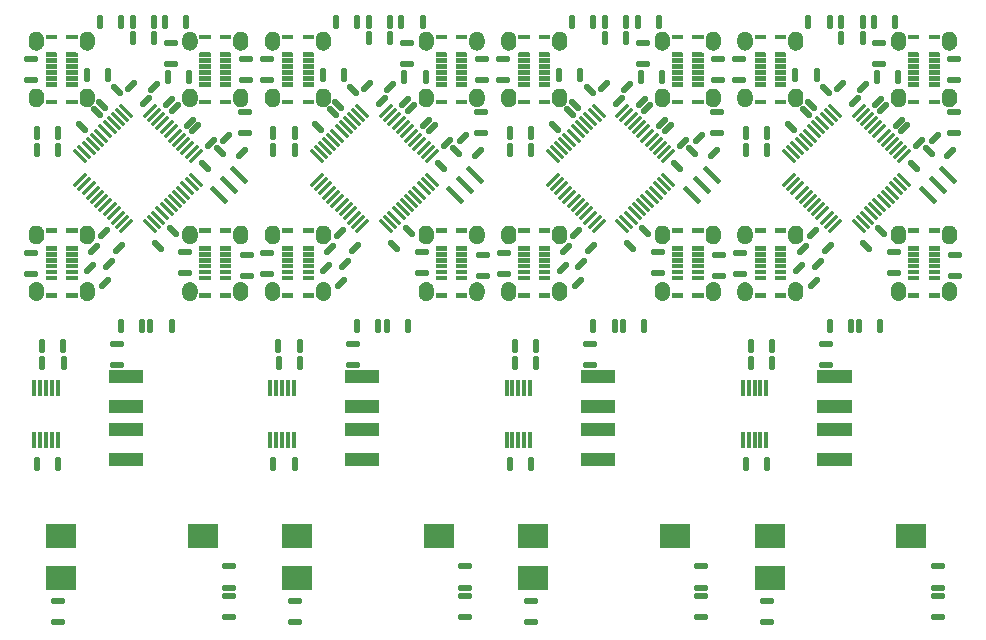
<source format=gbr>
%TF.GenerationSoftware,KiCad,Pcbnew,(6.0.7)*%
%TF.CreationDate,2023-08-28T04:04:33+08:00*%
%TF.ProjectId,USB_Hub_Panelization,5553425f-4875-4625-9f50-616e656c697a,rev?*%
%TF.SameCoordinates,Original*%
%TF.FileFunction,Paste,Top*%
%TF.FilePolarity,Positive*%
%FSLAX46Y46*%
G04 Gerber Fmt 4.6, Leading zero omitted, Abs format (unit mm)*
G04 Created by KiCad (PCBNEW (6.0.7)) date 2023-08-28 04:04:33*
%MOMM*%
%LPD*%
G01*
G04 APERTURE LIST*
G04 Aperture macros list*
%AMRoundRect*
0 Rectangle with rounded corners*
0 $1 Rounding radius*
0 $2 $3 $4 $5 $6 $7 $8 $9 X,Y pos of 4 corners*
0 Add a 4 corners polygon primitive as box body*
4,1,4,$2,$3,$4,$5,$6,$7,$8,$9,$2,$3,0*
0 Add four circle primitives for the rounded corners*
1,1,$1+$1,$2,$3*
1,1,$1+$1,$4,$5*
1,1,$1+$1,$6,$7*
1,1,$1+$1,$8,$9*
0 Add four rect primitives between the rounded corners*
20,1,$1+$1,$2,$3,$4,$5,0*
20,1,$1+$1,$4,$5,$6,$7,0*
20,1,$1+$1,$6,$7,$8,$9,0*
20,1,$1+$1,$8,$9,$2,$3,0*%
%AMRotRect*
0 Rectangle, with rotation*
0 The origin of the aperture is its center*
0 $1 length*
0 $2 width*
0 $3 Rotation angle, in degrees counterclockwise*
0 Add horizontal line*
21,1,$1,$2,0,0,$3*%
G04 Aperture macros list end*
%ADD10C,0.120000*%
%ADD11RoundRect,0.125000X-0.424264X-0.247487X-0.247487X-0.424264X0.424264X0.247487X0.247487X0.424264X0*%
%ADD12RoundRect,0.121951X0.128049X0.478049X-0.128049X0.478049X-0.128049X-0.478049X0.128049X-0.478049X0*%
%ADD13R,2.500000X2.000000*%
%ADD14RoundRect,0.125000X0.247487X-0.424264X0.424264X-0.247487X-0.247487X0.424264X-0.424264X0.247487X0*%
%ADD15RoundRect,0.125000X0.475000X-0.125000X0.475000X0.125000X-0.475000X0.125000X-0.475000X-0.125000X0*%
%ADD16RoundRect,0.121951X-0.128049X-0.478049X0.128049X-0.478049X0.128049X0.478049X-0.128049X0.478049X0*%
%ADD17RoundRect,0.125000X-0.475000X0.125000X-0.475000X-0.125000X0.475000X-0.125000X0.475000X0.125000X0*%
%ADD18R,0.300000X1.400000*%
%ADD19R,0.870000X0.300000*%
%ADD20R,2.800000X1.000000*%
%ADD21RoundRect,0.125000X-0.125000X-0.475000X0.125000X-0.475000X0.125000X0.475000X-0.125000X0.475000X0*%
%ADD22RoundRect,0.121951X0.428576X0.247487X0.247487X0.428576X-0.428576X-0.247487X-0.247487X-0.428576X0*%
%ADD23RoundRect,0.075000X0.415425X-0.521491X0.521491X-0.415425X-0.415425X0.521491X-0.521491X0.415425X0*%
%ADD24RoundRect,0.075000X-0.415425X-0.521491X0.521491X0.415425X0.415425X0.521491X-0.521491X-0.415425X0*%
%ADD25RotRect,0.400000X1.900000X45.000000*%
%ADD26RoundRect,0.125000X0.125000X0.475000X-0.125000X0.475000X-0.125000X-0.475000X0.125000X-0.475000X0*%
%ADD27RoundRect,0.121951X-0.478049X0.128049X-0.478049X-0.128049X0.478049X-0.128049X0.478049X0.128049X0*%
%ADD28RoundRect,0.125000X-0.247487X0.424264X-0.424264X0.247487X0.247487X-0.424264X0.424264X-0.247487X0*%
%ADD29RoundRect,0.121951X0.478049X-0.128049X0.478049X0.128049X-0.478049X0.128049X-0.478049X-0.128049X0*%
%ADD30RoundRect,0.125000X0.424264X0.247487X0.247487X0.424264X-0.424264X-0.247487X-0.247487X-0.424264X0*%
G04 APERTURE END LIST*
%TO.C,P1*%
G36*
X140393788Y-65564124D02*
G01*
X140422788Y-65567124D01*
X140452788Y-65571124D01*
X140481788Y-65577124D01*
X140510788Y-65584124D01*
X140539788Y-65593124D01*
X140567788Y-65603124D01*
X140595788Y-65615124D01*
X140622788Y-65628124D01*
X140648788Y-65642124D01*
X140673788Y-65658124D01*
X140698788Y-65675124D01*
X140722788Y-65693124D01*
X140745788Y-65712124D01*
X140767788Y-65732124D01*
X140788788Y-65754124D01*
X140808788Y-65776124D01*
X140844788Y-65824124D01*
X140860788Y-65849124D01*
X140875788Y-65875124D01*
X140901788Y-65929124D01*
X140912788Y-65957124D01*
X140921788Y-65985124D01*
X140929788Y-66014124D01*
X140936788Y-66043124D01*
X140941788Y-66073124D01*
X140945788Y-66102124D01*
X140947788Y-66132124D01*
X140948788Y-66162124D01*
X140948788Y-66462124D01*
X140947788Y-66492124D01*
X140945788Y-66522124D01*
X140941788Y-66551124D01*
X140936788Y-66581124D01*
X140929788Y-66610124D01*
X140921788Y-66639124D01*
X140912788Y-66667124D01*
X140901788Y-66695124D01*
X140875788Y-66749124D01*
X140860788Y-66775124D01*
X140844788Y-66800124D01*
X140808788Y-66848124D01*
X140788788Y-66870124D01*
X140767788Y-66891124D01*
X140745788Y-66912124D01*
X140722788Y-66931124D01*
X140698788Y-66949124D01*
X140673788Y-66966124D01*
X140648788Y-66982124D01*
X140622788Y-66996124D01*
X140595788Y-67009124D01*
X140539788Y-67031124D01*
X140510788Y-67040124D01*
X140481788Y-67047124D01*
X140452788Y-67053124D01*
X140422788Y-67057124D01*
X140393788Y-67060124D01*
X140363788Y-67062124D01*
X140333788Y-67062124D01*
X140303788Y-67060124D01*
X140273788Y-67057124D01*
X140244788Y-67053124D01*
X140214788Y-67047124D01*
X140185788Y-67040124D01*
X140157788Y-67031124D01*
X140101788Y-67009124D01*
X140074788Y-66996124D01*
X140048788Y-66982124D01*
X140022788Y-66966124D01*
X139998788Y-66949124D01*
X139974788Y-66931124D01*
X139951788Y-66912124D01*
X139929788Y-66891124D01*
X139908788Y-66870124D01*
X139888788Y-66848124D01*
X139852788Y-66800124D01*
X139836788Y-66775124D01*
X139821788Y-66749124D01*
X139807788Y-66722124D01*
X139795788Y-66695124D01*
X139784788Y-66667124D01*
X139775788Y-66639124D01*
X139766788Y-66610124D01*
X139760788Y-66581124D01*
X139755788Y-66551124D01*
X139751788Y-66522124D01*
X139749788Y-66492124D01*
X139748788Y-66462124D01*
X139748788Y-66162124D01*
X139749788Y-66132124D01*
X139751788Y-66102124D01*
X139755788Y-66073124D01*
X139760788Y-66043124D01*
X139766788Y-66014124D01*
X139775788Y-65985124D01*
X139784788Y-65957124D01*
X139795788Y-65929124D01*
X139807788Y-65902124D01*
X139821788Y-65875124D01*
X139836788Y-65849124D01*
X139852788Y-65824124D01*
X139888788Y-65776124D01*
X139908788Y-65754124D01*
X139929788Y-65732124D01*
X139951788Y-65712124D01*
X139974788Y-65693124D01*
X139998788Y-65675124D01*
X140022788Y-65658124D01*
X140048788Y-65642124D01*
X140074788Y-65628124D01*
X140101788Y-65615124D01*
X140129788Y-65603124D01*
X140157788Y-65593124D01*
X140185788Y-65584124D01*
X140214788Y-65577124D01*
X140244788Y-65571124D01*
X140273788Y-65567124D01*
X140303788Y-65564124D01*
X140333788Y-65562124D01*
X140363788Y-65562124D01*
X140393788Y-65564124D01*
G37*
D10*
X140393788Y-65564124D02*
X140422788Y-65567124D01*
X140452788Y-65571124D01*
X140481788Y-65577124D01*
X140510788Y-65584124D01*
X140539788Y-65593124D01*
X140567788Y-65603124D01*
X140595788Y-65615124D01*
X140622788Y-65628124D01*
X140648788Y-65642124D01*
X140673788Y-65658124D01*
X140698788Y-65675124D01*
X140722788Y-65693124D01*
X140745788Y-65712124D01*
X140767788Y-65732124D01*
X140788788Y-65754124D01*
X140808788Y-65776124D01*
X140844788Y-65824124D01*
X140860788Y-65849124D01*
X140875788Y-65875124D01*
X140901788Y-65929124D01*
X140912788Y-65957124D01*
X140921788Y-65985124D01*
X140929788Y-66014124D01*
X140936788Y-66043124D01*
X140941788Y-66073124D01*
X140945788Y-66102124D01*
X140947788Y-66132124D01*
X140948788Y-66162124D01*
X140948788Y-66462124D01*
X140947788Y-66492124D01*
X140945788Y-66522124D01*
X140941788Y-66551124D01*
X140936788Y-66581124D01*
X140929788Y-66610124D01*
X140921788Y-66639124D01*
X140912788Y-66667124D01*
X140901788Y-66695124D01*
X140875788Y-66749124D01*
X140860788Y-66775124D01*
X140844788Y-66800124D01*
X140808788Y-66848124D01*
X140788788Y-66870124D01*
X140767788Y-66891124D01*
X140745788Y-66912124D01*
X140722788Y-66931124D01*
X140698788Y-66949124D01*
X140673788Y-66966124D01*
X140648788Y-66982124D01*
X140622788Y-66996124D01*
X140595788Y-67009124D01*
X140539788Y-67031124D01*
X140510788Y-67040124D01*
X140481788Y-67047124D01*
X140452788Y-67053124D01*
X140422788Y-67057124D01*
X140393788Y-67060124D01*
X140363788Y-67062124D01*
X140333788Y-67062124D01*
X140303788Y-67060124D01*
X140273788Y-67057124D01*
X140244788Y-67053124D01*
X140214788Y-67047124D01*
X140185788Y-67040124D01*
X140157788Y-67031124D01*
X140101788Y-67009124D01*
X140074788Y-66996124D01*
X140048788Y-66982124D01*
X140022788Y-66966124D01*
X139998788Y-66949124D01*
X139974788Y-66931124D01*
X139951788Y-66912124D01*
X139929788Y-66891124D01*
X139908788Y-66870124D01*
X139888788Y-66848124D01*
X139852788Y-66800124D01*
X139836788Y-66775124D01*
X139821788Y-66749124D01*
X139807788Y-66722124D01*
X139795788Y-66695124D01*
X139784788Y-66667124D01*
X139775788Y-66639124D01*
X139766788Y-66610124D01*
X139760788Y-66581124D01*
X139755788Y-66551124D01*
X139751788Y-66522124D01*
X139749788Y-66492124D01*
X139748788Y-66462124D01*
X139748788Y-66162124D01*
X139749788Y-66132124D01*
X139751788Y-66102124D01*
X139755788Y-66073124D01*
X139760788Y-66043124D01*
X139766788Y-66014124D01*
X139775788Y-65985124D01*
X139784788Y-65957124D01*
X139795788Y-65929124D01*
X139807788Y-65902124D01*
X139821788Y-65875124D01*
X139836788Y-65849124D01*
X139852788Y-65824124D01*
X139888788Y-65776124D01*
X139908788Y-65754124D01*
X139929788Y-65732124D01*
X139951788Y-65712124D01*
X139974788Y-65693124D01*
X139998788Y-65675124D01*
X140022788Y-65658124D01*
X140048788Y-65642124D01*
X140074788Y-65628124D01*
X140101788Y-65615124D01*
X140129788Y-65603124D01*
X140157788Y-65593124D01*
X140185788Y-65584124D01*
X140214788Y-65577124D01*
X140244788Y-65571124D01*
X140273788Y-65567124D01*
X140303788Y-65564124D01*
X140333788Y-65562124D01*
X140363788Y-65562124D01*
X140393788Y-65564124D01*
G36*
X144693788Y-70364124D02*
G01*
X144723788Y-70367124D01*
X144752788Y-70371124D01*
X144782788Y-70377124D01*
X144811788Y-70384124D01*
X144839788Y-70393124D01*
X144895788Y-70415124D01*
X144922788Y-70428124D01*
X144948788Y-70442124D01*
X144974788Y-70458124D01*
X144998788Y-70475124D01*
X145022788Y-70493124D01*
X145045788Y-70512124D01*
X145067788Y-70533124D01*
X145088788Y-70554124D01*
X145108788Y-70576124D01*
X145144788Y-70624124D01*
X145160788Y-70649124D01*
X145175788Y-70675124D01*
X145189788Y-70702124D01*
X145201788Y-70729124D01*
X145212788Y-70757124D01*
X145221788Y-70785124D01*
X145230788Y-70814124D01*
X145236788Y-70843124D01*
X145241788Y-70873124D01*
X145245788Y-70902124D01*
X145247788Y-70932124D01*
X145248788Y-70962124D01*
X145248788Y-71262124D01*
X145247788Y-71292124D01*
X145245788Y-71322124D01*
X145241788Y-71351124D01*
X145236788Y-71381124D01*
X145230788Y-71410124D01*
X145221788Y-71439124D01*
X145212788Y-71467124D01*
X145201788Y-71495124D01*
X145189788Y-71522124D01*
X145175788Y-71549124D01*
X145160788Y-71575124D01*
X145144788Y-71600124D01*
X145108788Y-71648124D01*
X145088788Y-71670124D01*
X145067788Y-71692124D01*
X145045788Y-71712124D01*
X145022788Y-71731124D01*
X144998788Y-71749124D01*
X144974788Y-71766124D01*
X144948788Y-71782124D01*
X144922788Y-71796124D01*
X144895788Y-71809124D01*
X144867788Y-71821124D01*
X144839788Y-71831124D01*
X144811788Y-71840124D01*
X144782788Y-71847124D01*
X144752788Y-71853124D01*
X144723788Y-71857124D01*
X144693788Y-71860124D01*
X144663788Y-71862124D01*
X144633788Y-71862124D01*
X144603788Y-71860124D01*
X144574788Y-71857124D01*
X144544788Y-71853124D01*
X144515788Y-71847124D01*
X144486788Y-71840124D01*
X144457788Y-71831124D01*
X144429788Y-71821124D01*
X144401788Y-71809124D01*
X144374788Y-71796124D01*
X144348788Y-71782124D01*
X144323788Y-71766124D01*
X144298788Y-71749124D01*
X144274788Y-71731124D01*
X144251788Y-71712124D01*
X144229788Y-71692124D01*
X144208788Y-71670124D01*
X144188788Y-71648124D01*
X144152788Y-71600124D01*
X144136788Y-71575124D01*
X144121788Y-71549124D01*
X144095788Y-71495124D01*
X144084788Y-71467124D01*
X144075788Y-71439124D01*
X144067788Y-71410124D01*
X144060788Y-71381124D01*
X144055788Y-71351124D01*
X144051788Y-71322124D01*
X144049788Y-71292124D01*
X144048788Y-71262124D01*
X144048788Y-70962124D01*
X144049788Y-70932124D01*
X144051788Y-70902124D01*
X144055788Y-70873124D01*
X144060788Y-70843124D01*
X144067788Y-70814124D01*
X144075788Y-70785124D01*
X144084788Y-70757124D01*
X144095788Y-70729124D01*
X144121788Y-70675124D01*
X144136788Y-70649124D01*
X144152788Y-70624124D01*
X144188788Y-70576124D01*
X144208788Y-70554124D01*
X144229788Y-70533124D01*
X144251788Y-70512124D01*
X144274788Y-70493124D01*
X144298788Y-70475124D01*
X144323788Y-70458124D01*
X144348788Y-70442124D01*
X144374788Y-70428124D01*
X144401788Y-70415124D01*
X144457788Y-70393124D01*
X144486788Y-70384124D01*
X144515788Y-70377124D01*
X144544788Y-70371124D01*
X144574788Y-70367124D01*
X144603788Y-70364124D01*
X144633788Y-70362124D01*
X144663788Y-70362124D01*
X144693788Y-70364124D01*
G37*
X144693788Y-70364124D02*
X144723788Y-70367124D01*
X144752788Y-70371124D01*
X144782788Y-70377124D01*
X144811788Y-70384124D01*
X144839788Y-70393124D01*
X144895788Y-70415124D01*
X144922788Y-70428124D01*
X144948788Y-70442124D01*
X144974788Y-70458124D01*
X144998788Y-70475124D01*
X145022788Y-70493124D01*
X145045788Y-70512124D01*
X145067788Y-70533124D01*
X145088788Y-70554124D01*
X145108788Y-70576124D01*
X145144788Y-70624124D01*
X145160788Y-70649124D01*
X145175788Y-70675124D01*
X145189788Y-70702124D01*
X145201788Y-70729124D01*
X145212788Y-70757124D01*
X145221788Y-70785124D01*
X145230788Y-70814124D01*
X145236788Y-70843124D01*
X145241788Y-70873124D01*
X145245788Y-70902124D01*
X145247788Y-70932124D01*
X145248788Y-70962124D01*
X145248788Y-71262124D01*
X145247788Y-71292124D01*
X145245788Y-71322124D01*
X145241788Y-71351124D01*
X145236788Y-71381124D01*
X145230788Y-71410124D01*
X145221788Y-71439124D01*
X145212788Y-71467124D01*
X145201788Y-71495124D01*
X145189788Y-71522124D01*
X145175788Y-71549124D01*
X145160788Y-71575124D01*
X145144788Y-71600124D01*
X145108788Y-71648124D01*
X145088788Y-71670124D01*
X145067788Y-71692124D01*
X145045788Y-71712124D01*
X145022788Y-71731124D01*
X144998788Y-71749124D01*
X144974788Y-71766124D01*
X144948788Y-71782124D01*
X144922788Y-71796124D01*
X144895788Y-71809124D01*
X144867788Y-71821124D01*
X144839788Y-71831124D01*
X144811788Y-71840124D01*
X144782788Y-71847124D01*
X144752788Y-71853124D01*
X144723788Y-71857124D01*
X144693788Y-71860124D01*
X144663788Y-71862124D01*
X144633788Y-71862124D01*
X144603788Y-71860124D01*
X144574788Y-71857124D01*
X144544788Y-71853124D01*
X144515788Y-71847124D01*
X144486788Y-71840124D01*
X144457788Y-71831124D01*
X144429788Y-71821124D01*
X144401788Y-71809124D01*
X144374788Y-71796124D01*
X144348788Y-71782124D01*
X144323788Y-71766124D01*
X144298788Y-71749124D01*
X144274788Y-71731124D01*
X144251788Y-71712124D01*
X144229788Y-71692124D01*
X144208788Y-71670124D01*
X144188788Y-71648124D01*
X144152788Y-71600124D01*
X144136788Y-71575124D01*
X144121788Y-71549124D01*
X144095788Y-71495124D01*
X144084788Y-71467124D01*
X144075788Y-71439124D01*
X144067788Y-71410124D01*
X144060788Y-71381124D01*
X144055788Y-71351124D01*
X144051788Y-71322124D01*
X144049788Y-71292124D01*
X144048788Y-71262124D01*
X144048788Y-70962124D01*
X144049788Y-70932124D01*
X144051788Y-70902124D01*
X144055788Y-70873124D01*
X144060788Y-70843124D01*
X144067788Y-70814124D01*
X144075788Y-70785124D01*
X144084788Y-70757124D01*
X144095788Y-70729124D01*
X144121788Y-70675124D01*
X144136788Y-70649124D01*
X144152788Y-70624124D01*
X144188788Y-70576124D01*
X144208788Y-70554124D01*
X144229788Y-70533124D01*
X144251788Y-70512124D01*
X144274788Y-70493124D01*
X144298788Y-70475124D01*
X144323788Y-70458124D01*
X144348788Y-70442124D01*
X144374788Y-70428124D01*
X144401788Y-70415124D01*
X144457788Y-70393124D01*
X144486788Y-70384124D01*
X144515788Y-70377124D01*
X144544788Y-70371124D01*
X144574788Y-70367124D01*
X144603788Y-70364124D01*
X144633788Y-70362124D01*
X144663788Y-70362124D01*
X144693788Y-70364124D01*
G36*
X143798788Y-71612124D02*
G01*
X142928788Y-71612124D01*
X142928788Y-71312124D01*
X143798788Y-71312124D01*
X143798788Y-71612124D01*
G37*
X143798788Y-71612124D02*
X142928788Y-71612124D01*
X142928788Y-71312124D01*
X143798788Y-71312124D01*
X143798788Y-71612124D01*
G36*
X142068788Y-68612124D02*
G01*
X141198788Y-68612124D01*
X141198788Y-68312124D01*
X142068788Y-68312124D01*
X142068788Y-68612124D01*
G37*
X142068788Y-68612124D02*
X141198788Y-68612124D01*
X141198788Y-68312124D01*
X142068788Y-68312124D01*
X142068788Y-68612124D01*
G36*
X142068788Y-71612124D02*
G01*
X141198788Y-71612124D01*
X141198788Y-71312124D01*
X142068788Y-71312124D01*
X142068788Y-71612124D01*
G37*
X142068788Y-71612124D02*
X141198788Y-71612124D01*
X141198788Y-71312124D01*
X142068788Y-71312124D01*
X142068788Y-71612124D01*
G36*
X143798788Y-70112124D02*
G01*
X142928788Y-70112124D01*
X142928788Y-69812124D01*
X143798788Y-69812124D01*
X143798788Y-70112124D01*
G37*
X143798788Y-70112124D02*
X142928788Y-70112124D01*
X142928788Y-69812124D01*
X143798788Y-69812124D01*
X143798788Y-70112124D01*
G36*
X143798788Y-69612124D02*
G01*
X142928788Y-69612124D01*
X142928788Y-69312124D01*
X143798788Y-69312124D01*
X143798788Y-69612124D01*
G37*
X143798788Y-69612124D02*
X142928788Y-69612124D01*
X142928788Y-69312124D01*
X143798788Y-69312124D01*
X143798788Y-69612124D01*
G36*
X142068788Y-67612124D02*
G01*
X141198788Y-67612124D01*
X141198788Y-67312124D01*
X142068788Y-67312124D01*
X142068788Y-67612124D01*
G37*
X142068788Y-67612124D02*
X141198788Y-67612124D01*
X141198788Y-67312124D01*
X142068788Y-67312124D01*
X142068788Y-67612124D01*
G36*
X143798788Y-68112124D02*
G01*
X142928788Y-68112124D01*
X142928788Y-67812124D01*
X143798788Y-67812124D01*
X143798788Y-68112124D01*
G37*
X143798788Y-68112124D02*
X142928788Y-68112124D01*
X142928788Y-67812124D01*
X143798788Y-67812124D01*
X143798788Y-68112124D01*
G36*
X142068788Y-68112124D02*
G01*
X141198788Y-68112124D01*
X141198788Y-67812124D01*
X142068788Y-67812124D01*
X142068788Y-68112124D01*
G37*
X142068788Y-68112124D02*
X141198788Y-68112124D01*
X141198788Y-67812124D01*
X142068788Y-67812124D01*
X142068788Y-68112124D01*
G36*
X143798788Y-67612124D02*
G01*
X142928788Y-67612124D01*
X142928788Y-67312124D01*
X143798788Y-67312124D01*
X143798788Y-67612124D01*
G37*
X143798788Y-67612124D02*
X142928788Y-67612124D01*
X142928788Y-67312124D01*
X143798788Y-67312124D01*
X143798788Y-67612124D01*
G36*
X143798788Y-68612124D02*
G01*
X142928788Y-68612124D01*
X142928788Y-68312124D01*
X143798788Y-68312124D01*
X143798788Y-68612124D01*
G37*
X143798788Y-68612124D02*
X142928788Y-68612124D01*
X142928788Y-68312124D01*
X143798788Y-68312124D01*
X143798788Y-68612124D01*
G36*
X142068788Y-70112124D02*
G01*
X141198788Y-70112124D01*
X141198788Y-69812124D01*
X142068788Y-69812124D01*
X142068788Y-70112124D01*
G37*
X142068788Y-70112124D02*
X141198788Y-70112124D01*
X141198788Y-69812124D01*
X142068788Y-69812124D01*
X142068788Y-70112124D01*
G36*
X142068788Y-69612124D02*
G01*
X141198788Y-69612124D01*
X141198788Y-69312124D01*
X142068788Y-69312124D01*
X142068788Y-69612124D01*
G37*
X142068788Y-69612124D02*
X141198788Y-69612124D01*
X141198788Y-69312124D01*
X142068788Y-69312124D01*
X142068788Y-69612124D01*
G36*
X143798788Y-69112124D02*
G01*
X142928788Y-69112124D01*
X142928788Y-68812124D01*
X143798788Y-68812124D01*
X143798788Y-69112124D01*
G37*
X143798788Y-69112124D02*
X142928788Y-69112124D01*
X142928788Y-68812124D01*
X143798788Y-68812124D01*
X143798788Y-69112124D01*
G36*
X143798788Y-66112124D02*
G01*
X142928788Y-66112124D01*
X142928788Y-65812124D01*
X143798788Y-65812124D01*
X143798788Y-66112124D01*
G37*
X143798788Y-66112124D02*
X142928788Y-66112124D01*
X142928788Y-65812124D01*
X143798788Y-65812124D01*
X143798788Y-66112124D01*
G36*
X142068788Y-66112124D02*
G01*
X141198788Y-66112124D01*
X141198788Y-65812124D01*
X142068788Y-65812124D01*
X142068788Y-66112124D01*
G37*
X142068788Y-66112124D02*
X141198788Y-66112124D01*
X141198788Y-65812124D01*
X142068788Y-65812124D01*
X142068788Y-66112124D01*
G36*
X142068788Y-69112124D02*
G01*
X141198788Y-69112124D01*
X141198788Y-68812124D01*
X142068788Y-68812124D01*
X142068788Y-69112124D01*
G37*
X142068788Y-69112124D02*
X141198788Y-69112124D01*
X141198788Y-68812124D01*
X142068788Y-68812124D01*
X142068788Y-69112124D01*
G36*
X140393788Y-70364124D02*
G01*
X140422788Y-70367124D01*
X140452788Y-70371124D01*
X140481788Y-70377124D01*
X140510788Y-70384124D01*
X140539788Y-70393124D01*
X140595788Y-70415124D01*
X140622788Y-70428124D01*
X140648788Y-70442124D01*
X140673788Y-70458124D01*
X140698788Y-70475124D01*
X140722788Y-70493124D01*
X140745788Y-70512124D01*
X140767788Y-70533124D01*
X140788788Y-70554124D01*
X140808788Y-70576124D01*
X140844788Y-70624124D01*
X140860788Y-70649124D01*
X140875788Y-70675124D01*
X140901788Y-70729124D01*
X140912788Y-70757124D01*
X140921788Y-70785124D01*
X140929788Y-70814124D01*
X140936788Y-70843124D01*
X140941788Y-70873124D01*
X140945788Y-70902124D01*
X140947788Y-70932124D01*
X140948788Y-70962124D01*
X140948788Y-71262124D01*
X140947788Y-71292124D01*
X140945788Y-71322124D01*
X140941788Y-71351124D01*
X140936788Y-71381124D01*
X140929788Y-71410124D01*
X140921788Y-71439124D01*
X140912788Y-71467124D01*
X140901788Y-71495124D01*
X140875788Y-71549124D01*
X140860788Y-71575124D01*
X140844788Y-71600124D01*
X140808788Y-71648124D01*
X140788788Y-71670124D01*
X140767788Y-71692124D01*
X140745788Y-71712124D01*
X140722788Y-71731124D01*
X140698788Y-71749124D01*
X140673788Y-71766124D01*
X140648788Y-71782124D01*
X140622788Y-71796124D01*
X140595788Y-71809124D01*
X140567788Y-71821124D01*
X140539788Y-71831124D01*
X140510788Y-71840124D01*
X140481788Y-71847124D01*
X140452788Y-71853124D01*
X140422788Y-71857124D01*
X140393788Y-71860124D01*
X140363788Y-71862124D01*
X140333788Y-71862124D01*
X140303788Y-71860124D01*
X140273788Y-71857124D01*
X140244788Y-71853124D01*
X140214788Y-71847124D01*
X140185788Y-71840124D01*
X140157788Y-71831124D01*
X140129788Y-71821124D01*
X140101788Y-71809124D01*
X140074788Y-71796124D01*
X140048788Y-71782124D01*
X140022788Y-71766124D01*
X139998788Y-71749124D01*
X139974788Y-71731124D01*
X139951788Y-71712124D01*
X139929788Y-71692124D01*
X139908788Y-71670124D01*
X139888788Y-71648124D01*
X139852788Y-71600124D01*
X139836788Y-71575124D01*
X139821788Y-71549124D01*
X139807788Y-71522124D01*
X139795788Y-71495124D01*
X139784788Y-71467124D01*
X139775788Y-71439124D01*
X139766788Y-71410124D01*
X139760788Y-71381124D01*
X139755788Y-71351124D01*
X139751788Y-71322124D01*
X139749788Y-71292124D01*
X139748788Y-71262124D01*
X139748788Y-70962124D01*
X139749788Y-70932124D01*
X139751788Y-70902124D01*
X139755788Y-70873124D01*
X139760788Y-70843124D01*
X139766788Y-70814124D01*
X139775788Y-70785124D01*
X139784788Y-70757124D01*
X139795788Y-70729124D01*
X139807788Y-70702124D01*
X139821788Y-70675124D01*
X139836788Y-70649124D01*
X139852788Y-70624124D01*
X139888788Y-70576124D01*
X139908788Y-70554124D01*
X139929788Y-70533124D01*
X139951788Y-70512124D01*
X139974788Y-70493124D01*
X139998788Y-70475124D01*
X140022788Y-70458124D01*
X140048788Y-70442124D01*
X140074788Y-70428124D01*
X140101788Y-70415124D01*
X140157788Y-70393124D01*
X140185788Y-70384124D01*
X140214788Y-70377124D01*
X140244788Y-70371124D01*
X140273788Y-70367124D01*
X140303788Y-70364124D01*
X140333788Y-70362124D01*
X140363788Y-70362124D01*
X140393788Y-70364124D01*
G37*
X140393788Y-70364124D02*
X140422788Y-70367124D01*
X140452788Y-70371124D01*
X140481788Y-70377124D01*
X140510788Y-70384124D01*
X140539788Y-70393124D01*
X140595788Y-70415124D01*
X140622788Y-70428124D01*
X140648788Y-70442124D01*
X140673788Y-70458124D01*
X140698788Y-70475124D01*
X140722788Y-70493124D01*
X140745788Y-70512124D01*
X140767788Y-70533124D01*
X140788788Y-70554124D01*
X140808788Y-70576124D01*
X140844788Y-70624124D01*
X140860788Y-70649124D01*
X140875788Y-70675124D01*
X140901788Y-70729124D01*
X140912788Y-70757124D01*
X140921788Y-70785124D01*
X140929788Y-70814124D01*
X140936788Y-70843124D01*
X140941788Y-70873124D01*
X140945788Y-70902124D01*
X140947788Y-70932124D01*
X140948788Y-70962124D01*
X140948788Y-71262124D01*
X140947788Y-71292124D01*
X140945788Y-71322124D01*
X140941788Y-71351124D01*
X140936788Y-71381124D01*
X140929788Y-71410124D01*
X140921788Y-71439124D01*
X140912788Y-71467124D01*
X140901788Y-71495124D01*
X140875788Y-71549124D01*
X140860788Y-71575124D01*
X140844788Y-71600124D01*
X140808788Y-71648124D01*
X140788788Y-71670124D01*
X140767788Y-71692124D01*
X140745788Y-71712124D01*
X140722788Y-71731124D01*
X140698788Y-71749124D01*
X140673788Y-71766124D01*
X140648788Y-71782124D01*
X140622788Y-71796124D01*
X140595788Y-71809124D01*
X140567788Y-71821124D01*
X140539788Y-71831124D01*
X140510788Y-71840124D01*
X140481788Y-71847124D01*
X140452788Y-71853124D01*
X140422788Y-71857124D01*
X140393788Y-71860124D01*
X140363788Y-71862124D01*
X140333788Y-71862124D01*
X140303788Y-71860124D01*
X140273788Y-71857124D01*
X140244788Y-71853124D01*
X140214788Y-71847124D01*
X140185788Y-71840124D01*
X140157788Y-71831124D01*
X140129788Y-71821124D01*
X140101788Y-71809124D01*
X140074788Y-71796124D01*
X140048788Y-71782124D01*
X140022788Y-71766124D01*
X139998788Y-71749124D01*
X139974788Y-71731124D01*
X139951788Y-71712124D01*
X139929788Y-71692124D01*
X139908788Y-71670124D01*
X139888788Y-71648124D01*
X139852788Y-71600124D01*
X139836788Y-71575124D01*
X139821788Y-71549124D01*
X139807788Y-71522124D01*
X139795788Y-71495124D01*
X139784788Y-71467124D01*
X139775788Y-71439124D01*
X139766788Y-71410124D01*
X139760788Y-71381124D01*
X139755788Y-71351124D01*
X139751788Y-71322124D01*
X139749788Y-71292124D01*
X139748788Y-71262124D01*
X139748788Y-70962124D01*
X139749788Y-70932124D01*
X139751788Y-70902124D01*
X139755788Y-70873124D01*
X139760788Y-70843124D01*
X139766788Y-70814124D01*
X139775788Y-70785124D01*
X139784788Y-70757124D01*
X139795788Y-70729124D01*
X139807788Y-70702124D01*
X139821788Y-70675124D01*
X139836788Y-70649124D01*
X139852788Y-70624124D01*
X139888788Y-70576124D01*
X139908788Y-70554124D01*
X139929788Y-70533124D01*
X139951788Y-70512124D01*
X139974788Y-70493124D01*
X139998788Y-70475124D01*
X140022788Y-70458124D01*
X140048788Y-70442124D01*
X140074788Y-70428124D01*
X140101788Y-70415124D01*
X140157788Y-70393124D01*
X140185788Y-70384124D01*
X140214788Y-70377124D01*
X140244788Y-70371124D01*
X140273788Y-70367124D01*
X140303788Y-70364124D01*
X140333788Y-70362124D01*
X140363788Y-70362124D01*
X140393788Y-70364124D01*
G36*
X144693788Y-65564124D02*
G01*
X144723788Y-65567124D01*
X144752788Y-65571124D01*
X144782788Y-65577124D01*
X144811788Y-65584124D01*
X144839788Y-65593124D01*
X144867788Y-65603124D01*
X144895788Y-65615124D01*
X144922788Y-65628124D01*
X144948788Y-65642124D01*
X144974788Y-65658124D01*
X144998788Y-65675124D01*
X145022788Y-65693124D01*
X145045788Y-65712124D01*
X145067788Y-65732124D01*
X145088788Y-65754124D01*
X145108788Y-65776124D01*
X145144788Y-65824124D01*
X145160788Y-65849124D01*
X145175788Y-65875124D01*
X145189788Y-65902124D01*
X145201788Y-65929124D01*
X145212788Y-65957124D01*
X145221788Y-65985124D01*
X145230788Y-66014124D01*
X145236788Y-66043124D01*
X145241788Y-66073124D01*
X145245788Y-66102124D01*
X145247788Y-66132124D01*
X145248788Y-66162124D01*
X145248788Y-66462124D01*
X145247788Y-66492124D01*
X145245788Y-66522124D01*
X145241788Y-66551124D01*
X145236788Y-66581124D01*
X145230788Y-66610124D01*
X145221788Y-66639124D01*
X145212788Y-66667124D01*
X145201788Y-66695124D01*
X145189788Y-66722124D01*
X145175788Y-66749124D01*
X145160788Y-66775124D01*
X145144788Y-66800124D01*
X145108788Y-66848124D01*
X145088788Y-66870124D01*
X145067788Y-66891124D01*
X145045788Y-66912124D01*
X145022788Y-66931124D01*
X144998788Y-66949124D01*
X144974788Y-66966124D01*
X144948788Y-66982124D01*
X144922788Y-66996124D01*
X144895788Y-67009124D01*
X144839788Y-67031124D01*
X144811788Y-67040124D01*
X144782788Y-67047124D01*
X144752788Y-67053124D01*
X144723788Y-67057124D01*
X144693788Y-67060124D01*
X144663788Y-67062124D01*
X144633788Y-67062124D01*
X144603788Y-67060124D01*
X144574788Y-67057124D01*
X144544788Y-67053124D01*
X144515788Y-67047124D01*
X144486788Y-67040124D01*
X144457788Y-67031124D01*
X144401788Y-67009124D01*
X144374788Y-66996124D01*
X144348788Y-66982124D01*
X144323788Y-66966124D01*
X144298788Y-66949124D01*
X144274788Y-66931124D01*
X144251788Y-66912124D01*
X144229788Y-66891124D01*
X144208788Y-66870124D01*
X144188788Y-66848124D01*
X144152788Y-66800124D01*
X144136788Y-66775124D01*
X144121788Y-66749124D01*
X144095788Y-66695124D01*
X144084788Y-66667124D01*
X144075788Y-66639124D01*
X144067788Y-66610124D01*
X144060788Y-66581124D01*
X144055788Y-66551124D01*
X144051788Y-66522124D01*
X144049788Y-66492124D01*
X144048788Y-66462124D01*
X144048788Y-66162124D01*
X144049788Y-66132124D01*
X144051788Y-66102124D01*
X144055788Y-66073124D01*
X144060788Y-66043124D01*
X144067788Y-66014124D01*
X144075788Y-65985124D01*
X144084788Y-65957124D01*
X144095788Y-65929124D01*
X144121788Y-65875124D01*
X144136788Y-65849124D01*
X144152788Y-65824124D01*
X144188788Y-65776124D01*
X144208788Y-65754124D01*
X144229788Y-65732124D01*
X144251788Y-65712124D01*
X144274788Y-65693124D01*
X144298788Y-65675124D01*
X144323788Y-65658124D01*
X144348788Y-65642124D01*
X144374788Y-65628124D01*
X144401788Y-65615124D01*
X144429788Y-65603124D01*
X144457788Y-65593124D01*
X144486788Y-65584124D01*
X144515788Y-65577124D01*
X144544788Y-65571124D01*
X144574788Y-65567124D01*
X144603788Y-65564124D01*
X144633788Y-65562124D01*
X144663788Y-65562124D01*
X144693788Y-65564124D01*
G37*
X144693788Y-65564124D02*
X144723788Y-65567124D01*
X144752788Y-65571124D01*
X144782788Y-65577124D01*
X144811788Y-65584124D01*
X144839788Y-65593124D01*
X144867788Y-65603124D01*
X144895788Y-65615124D01*
X144922788Y-65628124D01*
X144948788Y-65642124D01*
X144974788Y-65658124D01*
X144998788Y-65675124D01*
X145022788Y-65693124D01*
X145045788Y-65712124D01*
X145067788Y-65732124D01*
X145088788Y-65754124D01*
X145108788Y-65776124D01*
X145144788Y-65824124D01*
X145160788Y-65849124D01*
X145175788Y-65875124D01*
X145189788Y-65902124D01*
X145201788Y-65929124D01*
X145212788Y-65957124D01*
X145221788Y-65985124D01*
X145230788Y-66014124D01*
X145236788Y-66043124D01*
X145241788Y-66073124D01*
X145245788Y-66102124D01*
X145247788Y-66132124D01*
X145248788Y-66162124D01*
X145248788Y-66462124D01*
X145247788Y-66492124D01*
X145245788Y-66522124D01*
X145241788Y-66551124D01*
X145236788Y-66581124D01*
X145230788Y-66610124D01*
X145221788Y-66639124D01*
X145212788Y-66667124D01*
X145201788Y-66695124D01*
X145189788Y-66722124D01*
X145175788Y-66749124D01*
X145160788Y-66775124D01*
X145144788Y-66800124D01*
X145108788Y-66848124D01*
X145088788Y-66870124D01*
X145067788Y-66891124D01*
X145045788Y-66912124D01*
X145022788Y-66931124D01*
X144998788Y-66949124D01*
X144974788Y-66966124D01*
X144948788Y-66982124D01*
X144922788Y-66996124D01*
X144895788Y-67009124D01*
X144839788Y-67031124D01*
X144811788Y-67040124D01*
X144782788Y-67047124D01*
X144752788Y-67053124D01*
X144723788Y-67057124D01*
X144693788Y-67060124D01*
X144663788Y-67062124D01*
X144633788Y-67062124D01*
X144603788Y-67060124D01*
X144574788Y-67057124D01*
X144544788Y-67053124D01*
X144515788Y-67047124D01*
X144486788Y-67040124D01*
X144457788Y-67031124D01*
X144401788Y-67009124D01*
X144374788Y-66996124D01*
X144348788Y-66982124D01*
X144323788Y-66966124D01*
X144298788Y-66949124D01*
X144274788Y-66931124D01*
X144251788Y-66912124D01*
X144229788Y-66891124D01*
X144208788Y-66870124D01*
X144188788Y-66848124D01*
X144152788Y-66800124D01*
X144136788Y-66775124D01*
X144121788Y-66749124D01*
X144095788Y-66695124D01*
X144084788Y-66667124D01*
X144075788Y-66639124D01*
X144067788Y-66610124D01*
X144060788Y-66581124D01*
X144055788Y-66551124D01*
X144051788Y-66522124D01*
X144049788Y-66492124D01*
X144048788Y-66462124D01*
X144048788Y-66162124D01*
X144049788Y-66132124D01*
X144051788Y-66102124D01*
X144055788Y-66073124D01*
X144060788Y-66043124D01*
X144067788Y-66014124D01*
X144075788Y-65985124D01*
X144084788Y-65957124D01*
X144095788Y-65929124D01*
X144121788Y-65875124D01*
X144136788Y-65849124D01*
X144152788Y-65824124D01*
X144188788Y-65776124D01*
X144208788Y-65754124D01*
X144229788Y-65732124D01*
X144251788Y-65712124D01*
X144274788Y-65693124D01*
X144298788Y-65675124D01*
X144323788Y-65658124D01*
X144348788Y-65642124D01*
X144374788Y-65628124D01*
X144401788Y-65615124D01*
X144429788Y-65603124D01*
X144457788Y-65593124D01*
X144486788Y-65584124D01*
X144515788Y-65577124D01*
X144544788Y-65571124D01*
X144574788Y-65567124D01*
X144603788Y-65564124D01*
X144633788Y-65562124D01*
X144663788Y-65562124D01*
X144693788Y-65564124D01*
%TO.C,J2*%
G36*
X149324288Y-95211124D02*
G01*
X146524288Y-95211124D01*
X146524288Y-94211124D01*
X149324288Y-94211124D01*
X149324288Y-95211124D01*
G37*
X149324288Y-95211124D02*
X146524288Y-95211124D01*
X146524288Y-94211124D01*
X149324288Y-94211124D01*
X149324288Y-95211124D01*
G36*
X149324288Y-102211124D02*
G01*
X146524288Y-102211124D01*
X146524288Y-101211124D01*
X149324288Y-101211124D01*
X149324288Y-102211124D01*
G37*
X149324288Y-102211124D02*
X146524288Y-102211124D01*
X146524288Y-101211124D01*
X149324288Y-101211124D01*
X149324288Y-102211124D01*
G36*
X149324288Y-99711124D02*
G01*
X146524288Y-99711124D01*
X146524288Y-98711124D01*
X149324288Y-98711124D01*
X149324288Y-99711124D01*
G37*
X149324288Y-99711124D02*
X146524288Y-99711124D01*
X146524288Y-98711124D01*
X149324288Y-98711124D01*
X149324288Y-99711124D01*
G36*
X149324288Y-97711124D02*
G01*
X146524288Y-97711124D01*
X146524288Y-96711124D01*
X149324288Y-96711124D01*
X149324288Y-97711124D01*
G37*
X149324288Y-97711124D02*
X146524288Y-97711124D01*
X146524288Y-96711124D01*
X149324288Y-96711124D01*
X149324288Y-97711124D01*
%TO.C,P5*%
G36*
X155068788Y-69112124D02*
G01*
X154198788Y-69112124D01*
X154198788Y-68812124D01*
X155068788Y-68812124D01*
X155068788Y-69112124D01*
G37*
X155068788Y-69112124D02*
X154198788Y-69112124D01*
X154198788Y-68812124D01*
X155068788Y-68812124D01*
X155068788Y-69112124D01*
G36*
X153393788Y-65564124D02*
G01*
X153422788Y-65567124D01*
X153452788Y-65571124D01*
X153481788Y-65577124D01*
X153510788Y-65584124D01*
X153539788Y-65593124D01*
X153567788Y-65603124D01*
X153595788Y-65615124D01*
X153622788Y-65628124D01*
X153648788Y-65642124D01*
X153673788Y-65658124D01*
X153698788Y-65675124D01*
X153722788Y-65693124D01*
X153745788Y-65712124D01*
X153767788Y-65732124D01*
X153788788Y-65754124D01*
X153808788Y-65776124D01*
X153844788Y-65824124D01*
X153860788Y-65849124D01*
X153875788Y-65875124D01*
X153901788Y-65929124D01*
X153912788Y-65957124D01*
X153921788Y-65985124D01*
X153929788Y-66014124D01*
X153936788Y-66043124D01*
X153941788Y-66073124D01*
X153945788Y-66102124D01*
X153947788Y-66132124D01*
X153948788Y-66162124D01*
X153948788Y-66462124D01*
X153947788Y-66492124D01*
X153945788Y-66522124D01*
X153941788Y-66551124D01*
X153936788Y-66581124D01*
X153929788Y-66610124D01*
X153921788Y-66639124D01*
X153912788Y-66667124D01*
X153901788Y-66695124D01*
X153875788Y-66749124D01*
X153860788Y-66775124D01*
X153844788Y-66800124D01*
X153808788Y-66848124D01*
X153788788Y-66870124D01*
X153767788Y-66891124D01*
X153745788Y-66912124D01*
X153722788Y-66931124D01*
X153698788Y-66949124D01*
X153673788Y-66966124D01*
X153648788Y-66982124D01*
X153622788Y-66996124D01*
X153595788Y-67009124D01*
X153539788Y-67031124D01*
X153510788Y-67040124D01*
X153481788Y-67047124D01*
X153452788Y-67053124D01*
X153422788Y-67057124D01*
X153393788Y-67060124D01*
X153363788Y-67062124D01*
X153333788Y-67062124D01*
X153303788Y-67060124D01*
X153273788Y-67057124D01*
X153244788Y-67053124D01*
X153214788Y-67047124D01*
X153185788Y-67040124D01*
X153157788Y-67031124D01*
X153101788Y-67009124D01*
X153074788Y-66996124D01*
X153048788Y-66982124D01*
X153022788Y-66966124D01*
X152998788Y-66949124D01*
X152974788Y-66931124D01*
X152951788Y-66912124D01*
X152929788Y-66891124D01*
X152908788Y-66870124D01*
X152888788Y-66848124D01*
X152852788Y-66800124D01*
X152836788Y-66775124D01*
X152821788Y-66749124D01*
X152807788Y-66722124D01*
X152795788Y-66695124D01*
X152784788Y-66667124D01*
X152775788Y-66639124D01*
X152766788Y-66610124D01*
X152760788Y-66581124D01*
X152755788Y-66551124D01*
X152751788Y-66522124D01*
X152749788Y-66492124D01*
X152748788Y-66462124D01*
X152748788Y-66162124D01*
X152749788Y-66132124D01*
X152751788Y-66102124D01*
X152755788Y-66073124D01*
X152760788Y-66043124D01*
X152766788Y-66014124D01*
X152775788Y-65985124D01*
X152784788Y-65957124D01*
X152795788Y-65929124D01*
X152807788Y-65902124D01*
X152821788Y-65875124D01*
X152836788Y-65849124D01*
X152852788Y-65824124D01*
X152888788Y-65776124D01*
X152908788Y-65754124D01*
X152929788Y-65732124D01*
X152951788Y-65712124D01*
X152974788Y-65693124D01*
X152998788Y-65675124D01*
X153022788Y-65658124D01*
X153048788Y-65642124D01*
X153074788Y-65628124D01*
X153101788Y-65615124D01*
X153129788Y-65603124D01*
X153157788Y-65593124D01*
X153185788Y-65584124D01*
X153214788Y-65577124D01*
X153244788Y-65571124D01*
X153273788Y-65567124D01*
X153303788Y-65564124D01*
X153333788Y-65562124D01*
X153363788Y-65562124D01*
X153393788Y-65564124D01*
G37*
X153393788Y-65564124D02*
X153422788Y-65567124D01*
X153452788Y-65571124D01*
X153481788Y-65577124D01*
X153510788Y-65584124D01*
X153539788Y-65593124D01*
X153567788Y-65603124D01*
X153595788Y-65615124D01*
X153622788Y-65628124D01*
X153648788Y-65642124D01*
X153673788Y-65658124D01*
X153698788Y-65675124D01*
X153722788Y-65693124D01*
X153745788Y-65712124D01*
X153767788Y-65732124D01*
X153788788Y-65754124D01*
X153808788Y-65776124D01*
X153844788Y-65824124D01*
X153860788Y-65849124D01*
X153875788Y-65875124D01*
X153901788Y-65929124D01*
X153912788Y-65957124D01*
X153921788Y-65985124D01*
X153929788Y-66014124D01*
X153936788Y-66043124D01*
X153941788Y-66073124D01*
X153945788Y-66102124D01*
X153947788Y-66132124D01*
X153948788Y-66162124D01*
X153948788Y-66462124D01*
X153947788Y-66492124D01*
X153945788Y-66522124D01*
X153941788Y-66551124D01*
X153936788Y-66581124D01*
X153929788Y-66610124D01*
X153921788Y-66639124D01*
X153912788Y-66667124D01*
X153901788Y-66695124D01*
X153875788Y-66749124D01*
X153860788Y-66775124D01*
X153844788Y-66800124D01*
X153808788Y-66848124D01*
X153788788Y-66870124D01*
X153767788Y-66891124D01*
X153745788Y-66912124D01*
X153722788Y-66931124D01*
X153698788Y-66949124D01*
X153673788Y-66966124D01*
X153648788Y-66982124D01*
X153622788Y-66996124D01*
X153595788Y-67009124D01*
X153539788Y-67031124D01*
X153510788Y-67040124D01*
X153481788Y-67047124D01*
X153452788Y-67053124D01*
X153422788Y-67057124D01*
X153393788Y-67060124D01*
X153363788Y-67062124D01*
X153333788Y-67062124D01*
X153303788Y-67060124D01*
X153273788Y-67057124D01*
X153244788Y-67053124D01*
X153214788Y-67047124D01*
X153185788Y-67040124D01*
X153157788Y-67031124D01*
X153101788Y-67009124D01*
X153074788Y-66996124D01*
X153048788Y-66982124D01*
X153022788Y-66966124D01*
X152998788Y-66949124D01*
X152974788Y-66931124D01*
X152951788Y-66912124D01*
X152929788Y-66891124D01*
X152908788Y-66870124D01*
X152888788Y-66848124D01*
X152852788Y-66800124D01*
X152836788Y-66775124D01*
X152821788Y-66749124D01*
X152807788Y-66722124D01*
X152795788Y-66695124D01*
X152784788Y-66667124D01*
X152775788Y-66639124D01*
X152766788Y-66610124D01*
X152760788Y-66581124D01*
X152755788Y-66551124D01*
X152751788Y-66522124D01*
X152749788Y-66492124D01*
X152748788Y-66462124D01*
X152748788Y-66162124D01*
X152749788Y-66132124D01*
X152751788Y-66102124D01*
X152755788Y-66073124D01*
X152760788Y-66043124D01*
X152766788Y-66014124D01*
X152775788Y-65985124D01*
X152784788Y-65957124D01*
X152795788Y-65929124D01*
X152807788Y-65902124D01*
X152821788Y-65875124D01*
X152836788Y-65849124D01*
X152852788Y-65824124D01*
X152888788Y-65776124D01*
X152908788Y-65754124D01*
X152929788Y-65732124D01*
X152951788Y-65712124D01*
X152974788Y-65693124D01*
X152998788Y-65675124D01*
X153022788Y-65658124D01*
X153048788Y-65642124D01*
X153074788Y-65628124D01*
X153101788Y-65615124D01*
X153129788Y-65603124D01*
X153157788Y-65593124D01*
X153185788Y-65584124D01*
X153214788Y-65577124D01*
X153244788Y-65571124D01*
X153273788Y-65567124D01*
X153303788Y-65564124D01*
X153333788Y-65562124D01*
X153363788Y-65562124D01*
X153393788Y-65564124D01*
G36*
X155068788Y-68612124D02*
G01*
X154198788Y-68612124D01*
X154198788Y-68312124D01*
X155068788Y-68312124D01*
X155068788Y-68612124D01*
G37*
X155068788Y-68612124D02*
X154198788Y-68612124D01*
X154198788Y-68312124D01*
X155068788Y-68312124D01*
X155068788Y-68612124D01*
G36*
X156798788Y-70112124D02*
G01*
X155928788Y-70112124D01*
X155928788Y-69812124D01*
X156798788Y-69812124D01*
X156798788Y-70112124D01*
G37*
X156798788Y-70112124D02*
X155928788Y-70112124D01*
X155928788Y-69812124D01*
X156798788Y-69812124D01*
X156798788Y-70112124D01*
G36*
X157693788Y-65564124D02*
G01*
X157723788Y-65567124D01*
X157752788Y-65571124D01*
X157782788Y-65577124D01*
X157811788Y-65584124D01*
X157839788Y-65593124D01*
X157867788Y-65603124D01*
X157895788Y-65615124D01*
X157922788Y-65628124D01*
X157948788Y-65642124D01*
X157974788Y-65658124D01*
X157998788Y-65675124D01*
X158022788Y-65693124D01*
X158045788Y-65712124D01*
X158067788Y-65732124D01*
X158088788Y-65754124D01*
X158108788Y-65776124D01*
X158144788Y-65824124D01*
X158160788Y-65849124D01*
X158175788Y-65875124D01*
X158189788Y-65902124D01*
X158201788Y-65929124D01*
X158212788Y-65957124D01*
X158221788Y-65985124D01*
X158230788Y-66014124D01*
X158236788Y-66043124D01*
X158241788Y-66073124D01*
X158245788Y-66102124D01*
X158247788Y-66132124D01*
X158248788Y-66162124D01*
X158248788Y-66462124D01*
X158247788Y-66492124D01*
X158245788Y-66522124D01*
X158241788Y-66551124D01*
X158236788Y-66581124D01*
X158230788Y-66610124D01*
X158221788Y-66639124D01*
X158212788Y-66667124D01*
X158201788Y-66695124D01*
X158189788Y-66722124D01*
X158175788Y-66749124D01*
X158160788Y-66775124D01*
X158144788Y-66800124D01*
X158108788Y-66848124D01*
X158088788Y-66870124D01*
X158067788Y-66891124D01*
X158045788Y-66912124D01*
X158022788Y-66931124D01*
X157998788Y-66949124D01*
X157974788Y-66966124D01*
X157948788Y-66982124D01*
X157922788Y-66996124D01*
X157895788Y-67009124D01*
X157839788Y-67031124D01*
X157811788Y-67040124D01*
X157782788Y-67047124D01*
X157752788Y-67053124D01*
X157723788Y-67057124D01*
X157693788Y-67060124D01*
X157663788Y-67062124D01*
X157633788Y-67062124D01*
X157603788Y-67060124D01*
X157574788Y-67057124D01*
X157544788Y-67053124D01*
X157515788Y-67047124D01*
X157486788Y-67040124D01*
X157457788Y-67031124D01*
X157401788Y-67009124D01*
X157374788Y-66996124D01*
X157348788Y-66982124D01*
X157323788Y-66966124D01*
X157298788Y-66949124D01*
X157274788Y-66931124D01*
X157251788Y-66912124D01*
X157229788Y-66891124D01*
X157208788Y-66870124D01*
X157188788Y-66848124D01*
X157152788Y-66800124D01*
X157136788Y-66775124D01*
X157121788Y-66749124D01*
X157095788Y-66695124D01*
X157084788Y-66667124D01*
X157075788Y-66639124D01*
X157067788Y-66610124D01*
X157060788Y-66581124D01*
X157055788Y-66551124D01*
X157051788Y-66522124D01*
X157049788Y-66492124D01*
X157048788Y-66462124D01*
X157048788Y-66162124D01*
X157049788Y-66132124D01*
X157051788Y-66102124D01*
X157055788Y-66073124D01*
X157060788Y-66043124D01*
X157067788Y-66014124D01*
X157075788Y-65985124D01*
X157084788Y-65957124D01*
X157095788Y-65929124D01*
X157121788Y-65875124D01*
X157136788Y-65849124D01*
X157152788Y-65824124D01*
X157188788Y-65776124D01*
X157208788Y-65754124D01*
X157229788Y-65732124D01*
X157251788Y-65712124D01*
X157274788Y-65693124D01*
X157298788Y-65675124D01*
X157323788Y-65658124D01*
X157348788Y-65642124D01*
X157374788Y-65628124D01*
X157401788Y-65615124D01*
X157429788Y-65603124D01*
X157457788Y-65593124D01*
X157486788Y-65584124D01*
X157515788Y-65577124D01*
X157544788Y-65571124D01*
X157574788Y-65567124D01*
X157603788Y-65564124D01*
X157633788Y-65562124D01*
X157663788Y-65562124D01*
X157693788Y-65564124D01*
G37*
X157693788Y-65564124D02*
X157723788Y-65567124D01*
X157752788Y-65571124D01*
X157782788Y-65577124D01*
X157811788Y-65584124D01*
X157839788Y-65593124D01*
X157867788Y-65603124D01*
X157895788Y-65615124D01*
X157922788Y-65628124D01*
X157948788Y-65642124D01*
X157974788Y-65658124D01*
X157998788Y-65675124D01*
X158022788Y-65693124D01*
X158045788Y-65712124D01*
X158067788Y-65732124D01*
X158088788Y-65754124D01*
X158108788Y-65776124D01*
X158144788Y-65824124D01*
X158160788Y-65849124D01*
X158175788Y-65875124D01*
X158189788Y-65902124D01*
X158201788Y-65929124D01*
X158212788Y-65957124D01*
X158221788Y-65985124D01*
X158230788Y-66014124D01*
X158236788Y-66043124D01*
X158241788Y-66073124D01*
X158245788Y-66102124D01*
X158247788Y-66132124D01*
X158248788Y-66162124D01*
X158248788Y-66462124D01*
X158247788Y-66492124D01*
X158245788Y-66522124D01*
X158241788Y-66551124D01*
X158236788Y-66581124D01*
X158230788Y-66610124D01*
X158221788Y-66639124D01*
X158212788Y-66667124D01*
X158201788Y-66695124D01*
X158189788Y-66722124D01*
X158175788Y-66749124D01*
X158160788Y-66775124D01*
X158144788Y-66800124D01*
X158108788Y-66848124D01*
X158088788Y-66870124D01*
X158067788Y-66891124D01*
X158045788Y-66912124D01*
X158022788Y-66931124D01*
X157998788Y-66949124D01*
X157974788Y-66966124D01*
X157948788Y-66982124D01*
X157922788Y-66996124D01*
X157895788Y-67009124D01*
X157839788Y-67031124D01*
X157811788Y-67040124D01*
X157782788Y-67047124D01*
X157752788Y-67053124D01*
X157723788Y-67057124D01*
X157693788Y-67060124D01*
X157663788Y-67062124D01*
X157633788Y-67062124D01*
X157603788Y-67060124D01*
X157574788Y-67057124D01*
X157544788Y-67053124D01*
X157515788Y-67047124D01*
X157486788Y-67040124D01*
X157457788Y-67031124D01*
X157401788Y-67009124D01*
X157374788Y-66996124D01*
X157348788Y-66982124D01*
X157323788Y-66966124D01*
X157298788Y-66949124D01*
X157274788Y-66931124D01*
X157251788Y-66912124D01*
X157229788Y-66891124D01*
X157208788Y-66870124D01*
X157188788Y-66848124D01*
X157152788Y-66800124D01*
X157136788Y-66775124D01*
X157121788Y-66749124D01*
X157095788Y-66695124D01*
X157084788Y-66667124D01*
X157075788Y-66639124D01*
X157067788Y-66610124D01*
X157060788Y-66581124D01*
X157055788Y-66551124D01*
X157051788Y-66522124D01*
X157049788Y-66492124D01*
X157048788Y-66462124D01*
X157048788Y-66162124D01*
X157049788Y-66132124D01*
X157051788Y-66102124D01*
X157055788Y-66073124D01*
X157060788Y-66043124D01*
X157067788Y-66014124D01*
X157075788Y-65985124D01*
X157084788Y-65957124D01*
X157095788Y-65929124D01*
X157121788Y-65875124D01*
X157136788Y-65849124D01*
X157152788Y-65824124D01*
X157188788Y-65776124D01*
X157208788Y-65754124D01*
X157229788Y-65732124D01*
X157251788Y-65712124D01*
X157274788Y-65693124D01*
X157298788Y-65675124D01*
X157323788Y-65658124D01*
X157348788Y-65642124D01*
X157374788Y-65628124D01*
X157401788Y-65615124D01*
X157429788Y-65603124D01*
X157457788Y-65593124D01*
X157486788Y-65584124D01*
X157515788Y-65577124D01*
X157544788Y-65571124D01*
X157574788Y-65567124D01*
X157603788Y-65564124D01*
X157633788Y-65562124D01*
X157663788Y-65562124D01*
X157693788Y-65564124D01*
G36*
X155068788Y-69612124D02*
G01*
X154198788Y-69612124D01*
X154198788Y-69312124D01*
X155068788Y-69312124D01*
X155068788Y-69612124D01*
G37*
X155068788Y-69612124D02*
X154198788Y-69612124D01*
X154198788Y-69312124D01*
X155068788Y-69312124D01*
X155068788Y-69612124D01*
G36*
X156798788Y-67612124D02*
G01*
X155928788Y-67612124D01*
X155928788Y-67312124D01*
X156798788Y-67312124D01*
X156798788Y-67612124D01*
G37*
X156798788Y-67612124D02*
X155928788Y-67612124D01*
X155928788Y-67312124D01*
X156798788Y-67312124D01*
X156798788Y-67612124D01*
G36*
X156798788Y-69112124D02*
G01*
X155928788Y-69112124D01*
X155928788Y-68812124D01*
X156798788Y-68812124D01*
X156798788Y-69112124D01*
G37*
X156798788Y-69112124D02*
X155928788Y-69112124D01*
X155928788Y-68812124D01*
X156798788Y-68812124D01*
X156798788Y-69112124D01*
G36*
X155068788Y-66112124D02*
G01*
X154198788Y-66112124D01*
X154198788Y-65812124D01*
X155068788Y-65812124D01*
X155068788Y-66112124D01*
G37*
X155068788Y-66112124D02*
X154198788Y-66112124D01*
X154198788Y-65812124D01*
X155068788Y-65812124D01*
X155068788Y-66112124D01*
G36*
X156798788Y-68612124D02*
G01*
X155928788Y-68612124D01*
X155928788Y-68312124D01*
X156798788Y-68312124D01*
X156798788Y-68612124D01*
G37*
X156798788Y-68612124D02*
X155928788Y-68612124D01*
X155928788Y-68312124D01*
X156798788Y-68312124D01*
X156798788Y-68612124D01*
G36*
X153393788Y-70364124D02*
G01*
X153422788Y-70367124D01*
X153452788Y-70371124D01*
X153481788Y-70377124D01*
X153510788Y-70384124D01*
X153539788Y-70393124D01*
X153595788Y-70415124D01*
X153622788Y-70428124D01*
X153648788Y-70442124D01*
X153673788Y-70458124D01*
X153698788Y-70475124D01*
X153722788Y-70493124D01*
X153745788Y-70512124D01*
X153767788Y-70533124D01*
X153788788Y-70554124D01*
X153808788Y-70576124D01*
X153844788Y-70624124D01*
X153860788Y-70649124D01*
X153875788Y-70675124D01*
X153901788Y-70729124D01*
X153912788Y-70757124D01*
X153921788Y-70785124D01*
X153929788Y-70814124D01*
X153936788Y-70843124D01*
X153941788Y-70873124D01*
X153945788Y-70902124D01*
X153947788Y-70932124D01*
X153948788Y-70962124D01*
X153948788Y-71262124D01*
X153947788Y-71292124D01*
X153945788Y-71322124D01*
X153941788Y-71351124D01*
X153936788Y-71381124D01*
X153929788Y-71410124D01*
X153921788Y-71439124D01*
X153912788Y-71467124D01*
X153901788Y-71495124D01*
X153875788Y-71549124D01*
X153860788Y-71575124D01*
X153844788Y-71600124D01*
X153808788Y-71648124D01*
X153788788Y-71670124D01*
X153767788Y-71692124D01*
X153745788Y-71712124D01*
X153722788Y-71731124D01*
X153698788Y-71749124D01*
X153673788Y-71766124D01*
X153648788Y-71782124D01*
X153622788Y-71796124D01*
X153595788Y-71809124D01*
X153567788Y-71821124D01*
X153539788Y-71831124D01*
X153510788Y-71840124D01*
X153481788Y-71847124D01*
X153452788Y-71853124D01*
X153422788Y-71857124D01*
X153393788Y-71860124D01*
X153363788Y-71862124D01*
X153333788Y-71862124D01*
X153303788Y-71860124D01*
X153273788Y-71857124D01*
X153244788Y-71853124D01*
X153214788Y-71847124D01*
X153185788Y-71840124D01*
X153157788Y-71831124D01*
X153129788Y-71821124D01*
X153101788Y-71809124D01*
X153074788Y-71796124D01*
X153048788Y-71782124D01*
X153022788Y-71766124D01*
X152998788Y-71749124D01*
X152974788Y-71731124D01*
X152951788Y-71712124D01*
X152929788Y-71692124D01*
X152908788Y-71670124D01*
X152888788Y-71648124D01*
X152852788Y-71600124D01*
X152836788Y-71575124D01*
X152821788Y-71549124D01*
X152807788Y-71522124D01*
X152795788Y-71495124D01*
X152784788Y-71467124D01*
X152775788Y-71439124D01*
X152766788Y-71410124D01*
X152760788Y-71381124D01*
X152755788Y-71351124D01*
X152751788Y-71322124D01*
X152749788Y-71292124D01*
X152748788Y-71262124D01*
X152748788Y-70962124D01*
X152749788Y-70932124D01*
X152751788Y-70902124D01*
X152755788Y-70873124D01*
X152760788Y-70843124D01*
X152766788Y-70814124D01*
X152775788Y-70785124D01*
X152784788Y-70757124D01*
X152795788Y-70729124D01*
X152807788Y-70702124D01*
X152821788Y-70675124D01*
X152836788Y-70649124D01*
X152852788Y-70624124D01*
X152888788Y-70576124D01*
X152908788Y-70554124D01*
X152929788Y-70533124D01*
X152951788Y-70512124D01*
X152974788Y-70493124D01*
X152998788Y-70475124D01*
X153022788Y-70458124D01*
X153048788Y-70442124D01*
X153074788Y-70428124D01*
X153101788Y-70415124D01*
X153157788Y-70393124D01*
X153185788Y-70384124D01*
X153214788Y-70377124D01*
X153244788Y-70371124D01*
X153273788Y-70367124D01*
X153303788Y-70364124D01*
X153333788Y-70362124D01*
X153363788Y-70362124D01*
X153393788Y-70364124D01*
G37*
X153393788Y-70364124D02*
X153422788Y-70367124D01*
X153452788Y-70371124D01*
X153481788Y-70377124D01*
X153510788Y-70384124D01*
X153539788Y-70393124D01*
X153595788Y-70415124D01*
X153622788Y-70428124D01*
X153648788Y-70442124D01*
X153673788Y-70458124D01*
X153698788Y-70475124D01*
X153722788Y-70493124D01*
X153745788Y-70512124D01*
X153767788Y-70533124D01*
X153788788Y-70554124D01*
X153808788Y-70576124D01*
X153844788Y-70624124D01*
X153860788Y-70649124D01*
X153875788Y-70675124D01*
X153901788Y-70729124D01*
X153912788Y-70757124D01*
X153921788Y-70785124D01*
X153929788Y-70814124D01*
X153936788Y-70843124D01*
X153941788Y-70873124D01*
X153945788Y-70902124D01*
X153947788Y-70932124D01*
X153948788Y-70962124D01*
X153948788Y-71262124D01*
X153947788Y-71292124D01*
X153945788Y-71322124D01*
X153941788Y-71351124D01*
X153936788Y-71381124D01*
X153929788Y-71410124D01*
X153921788Y-71439124D01*
X153912788Y-71467124D01*
X153901788Y-71495124D01*
X153875788Y-71549124D01*
X153860788Y-71575124D01*
X153844788Y-71600124D01*
X153808788Y-71648124D01*
X153788788Y-71670124D01*
X153767788Y-71692124D01*
X153745788Y-71712124D01*
X153722788Y-71731124D01*
X153698788Y-71749124D01*
X153673788Y-71766124D01*
X153648788Y-71782124D01*
X153622788Y-71796124D01*
X153595788Y-71809124D01*
X153567788Y-71821124D01*
X153539788Y-71831124D01*
X153510788Y-71840124D01*
X153481788Y-71847124D01*
X153452788Y-71853124D01*
X153422788Y-71857124D01*
X153393788Y-71860124D01*
X153363788Y-71862124D01*
X153333788Y-71862124D01*
X153303788Y-71860124D01*
X153273788Y-71857124D01*
X153244788Y-71853124D01*
X153214788Y-71847124D01*
X153185788Y-71840124D01*
X153157788Y-71831124D01*
X153129788Y-71821124D01*
X153101788Y-71809124D01*
X153074788Y-71796124D01*
X153048788Y-71782124D01*
X153022788Y-71766124D01*
X152998788Y-71749124D01*
X152974788Y-71731124D01*
X152951788Y-71712124D01*
X152929788Y-71692124D01*
X152908788Y-71670124D01*
X152888788Y-71648124D01*
X152852788Y-71600124D01*
X152836788Y-71575124D01*
X152821788Y-71549124D01*
X152807788Y-71522124D01*
X152795788Y-71495124D01*
X152784788Y-71467124D01*
X152775788Y-71439124D01*
X152766788Y-71410124D01*
X152760788Y-71381124D01*
X152755788Y-71351124D01*
X152751788Y-71322124D01*
X152749788Y-71292124D01*
X152748788Y-71262124D01*
X152748788Y-70962124D01*
X152749788Y-70932124D01*
X152751788Y-70902124D01*
X152755788Y-70873124D01*
X152760788Y-70843124D01*
X152766788Y-70814124D01*
X152775788Y-70785124D01*
X152784788Y-70757124D01*
X152795788Y-70729124D01*
X152807788Y-70702124D01*
X152821788Y-70675124D01*
X152836788Y-70649124D01*
X152852788Y-70624124D01*
X152888788Y-70576124D01*
X152908788Y-70554124D01*
X152929788Y-70533124D01*
X152951788Y-70512124D01*
X152974788Y-70493124D01*
X152998788Y-70475124D01*
X153022788Y-70458124D01*
X153048788Y-70442124D01*
X153074788Y-70428124D01*
X153101788Y-70415124D01*
X153157788Y-70393124D01*
X153185788Y-70384124D01*
X153214788Y-70377124D01*
X153244788Y-70371124D01*
X153273788Y-70367124D01*
X153303788Y-70364124D01*
X153333788Y-70362124D01*
X153363788Y-70362124D01*
X153393788Y-70364124D01*
G36*
X155068788Y-70112124D02*
G01*
X154198788Y-70112124D01*
X154198788Y-69812124D01*
X155068788Y-69812124D01*
X155068788Y-70112124D01*
G37*
X155068788Y-70112124D02*
X154198788Y-70112124D01*
X154198788Y-69812124D01*
X155068788Y-69812124D01*
X155068788Y-70112124D01*
G36*
X156798788Y-66112124D02*
G01*
X155928788Y-66112124D01*
X155928788Y-65812124D01*
X156798788Y-65812124D01*
X156798788Y-66112124D01*
G37*
X156798788Y-66112124D02*
X155928788Y-66112124D01*
X155928788Y-65812124D01*
X156798788Y-65812124D01*
X156798788Y-66112124D01*
G36*
X155068788Y-68112124D02*
G01*
X154198788Y-68112124D01*
X154198788Y-67812124D01*
X155068788Y-67812124D01*
X155068788Y-68112124D01*
G37*
X155068788Y-68112124D02*
X154198788Y-68112124D01*
X154198788Y-67812124D01*
X155068788Y-67812124D01*
X155068788Y-68112124D01*
G36*
X156798788Y-71612124D02*
G01*
X155928788Y-71612124D01*
X155928788Y-71312124D01*
X156798788Y-71312124D01*
X156798788Y-71612124D01*
G37*
X156798788Y-71612124D02*
X155928788Y-71612124D01*
X155928788Y-71312124D01*
X156798788Y-71312124D01*
X156798788Y-71612124D01*
G36*
X155068788Y-71612124D02*
G01*
X154198788Y-71612124D01*
X154198788Y-71312124D01*
X155068788Y-71312124D01*
X155068788Y-71612124D01*
G37*
X155068788Y-71612124D02*
X154198788Y-71612124D01*
X154198788Y-71312124D01*
X155068788Y-71312124D01*
X155068788Y-71612124D01*
G36*
X156798788Y-68112124D02*
G01*
X155928788Y-68112124D01*
X155928788Y-67812124D01*
X156798788Y-67812124D01*
X156798788Y-68112124D01*
G37*
X156798788Y-68112124D02*
X155928788Y-68112124D01*
X155928788Y-67812124D01*
X156798788Y-67812124D01*
X156798788Y-68112124D01*
G36*
X157693788Y-70364124D02*
G01*
X157723788Y-70367124D01*
X157752788Y-70371124D01*
X157782788Y-70377124D01*
X157811788Y-70384124D01*
X157839788Y-70393124D01*
X157895788Y-70415124D01*
X157922788Y-70428124D01*
X157948788Y-70442124D01*
X157974788Y-70458124D01*
X157998788Y-70475124D01*
X158022788Y-70493124D01*
X158045788Y-70512124D01*
X158067788Y-70533124D01*
X158088788Y-70554124D01*
X158108788Y-70576124D01*
X158144788Y-70624124D01*
X158160788Y-70649124D01*
X158175788Y-70675124D01*
X158189788Y-70702124D01*
X158201788Y-70729124D01*
X158212788Y-70757124D01*
X158221788Y-70785124D01*
X158230788Y-70814124D01*
X158236788Y-70843124D01*
X158241788Y-70873124D01*
X158245788Y-70902124D01*
X158247788Y-70932124D01*
X158248788Y-70962124D01*
X158248788Y-71262124D01*
X158247788Y-71292124D01*
X158245788Y-71322124D01*
X158241788Y-71351124D01*
X158236788Y-71381124D01*
X158230788Y-71410124D01*
X158221788Y-71439124D01*
X158212788Y-71467124D01*
X158201788Y-71495124D01*
X158189788Y-71522124D01*
X158175788Y-71549124D01*
X158160788Y-71575124D01*
X158144788Y-71600124D01*
X158108788Y-71648124D01*
X158088788Y-71670124D01*
X158067788Y-71692124D01*
X158045788Y-71712124D01*
X158022788Y-71731124D01*
X157998788Y-71749124D01*
X157974788Y-71766124D01*
X157948788Y-71782124D01*
X157922788Y-71796124D01*
X157895788Y-71809124D01*
X157867788Y-71821124D01*
X157839788Y-71831124D01*
X157811788Y-71840124D01*
X157782788Y-71847124D01*
X157752788Y-71853124D01*
X157723788Y-71857124D01*
X157693788Y-71860124D01*
X157663788Y-71862124D01*
X157633788Y-71862124D01*
X157603788Y-71860124D01*
X157574788Y-71857124D01*
X157544788Y-71853124D01*
X157515788Y-71847124D01*
X157486788Y-71840124D01*
X157457788Y-71831124D01*
X157429788Y-71821124D01*
X157401788Y-71809124D01*
X157374788Y-71796124D01*
X157348788Y-71782124D01*
X157323788Y-71766124D01*
X157298788Y-71749124D01*
X157274788Y-71731124D01*
X157251788Y-71712124D01*
X157229788Y-71692124D01*
X157208788Y-71670124D01*
X157188788Y-71648124D01*
X157152788Y-71600124D01*
X157136788Y-71575124D01*
X157121788Y-71549124D01*
X157095788Y-71495124D01*
X157084788Y-71467124D01*
X157075788Y-71439124D01*
X157067788Y-71410124D01*
X157060788Y-71381124D01*
X157055788Y-71351124D01*
X157051788Y-71322124D01*
X157049788Y-71292124D01*
X157048788Y-71262124D01*
X157048788Y-70962124D01*
X157049788Y-70932124D01*
X157051788Y-70902124D01*
X157055788Y-70873124D01*
X157060788Y-70843124D01*
X157067788Y-70814124D01*
X157075788Y-70785124D01*
X157084788Y-70757124D01*
X157095788Y-70729124D01*
X157121788Y-70675124D01*
X157136788Y-70649124D01*
X157152788Y-70624124D01*
X157188788Y-70576124D01*
X157208788Y-70554124D01*
X157229788Y-70533124D01*
X157251788Y-70512124D01*
X157274788Y-70493124D01*
X157298788Y-70475124D01*
X157323788Y-70458124D01*
X157348788Y-70442124D01*
X157374788Y-70428124D01*
X157401788Y-70415124D01*
X157457788Y-70393124D01*
X157486788Y-70384124D01*
X157515788Y-70377124D01*
X157544788Y-70371124D01*
X157574788Y-70367124D01*
X157603788Y-70364124D01*
X157633788Y-70362124D01*
X157663788Y-70362124D01*
X157693788Y-70364124D01*
G37*
X157693788Y-70364124D02*
X157723788Y-70367124D01*
X157752788Y-70371124D01*
X157782788Y-70377124D01*
X157811788Y-70384124D01*
X157839788Y-70393124D01*
X157895788Y-70415124D01*
X157922788Y-70428124D01*
X157948788Y-70442124D01*
X157974788Y-70458124D01*
X157998788Y-70475124D01*
X158022788Y-70493124D01*
X158045788Y-70512124D01*
X158067788Y-70533124D01*
X158088788Y-70554124D01*
X158108788Y-70576124D01*
X158144788Y-70624124D01*
X158160788Y-70649124D01*
X158175788Y-70675124D01*
X158189788Y-70702124D01*
X158201788Y-70729124D01*
X158212788Y-70757124D01*
X158221788Y-70785124D01*
X158230788Y-70814124D01*
X158236788Y-70843124D01*
X158241788Y-70873124D01*
X158245788Y-70902124D01*
X158247788Y-70932124D01*
X158248788Y-70962124D01*
X158248788Y-71262124D01*
X158247788Y-71292124D01*
X158245788Y-71322124D01*
X158241788Y-71351124D01*
X158236788Y-71381124D01*
X158230788Y-71410124D01*
X158221788Y-71439124D01*
X158212788Y-71467124D01*
X158201788Y-71495124D01*
X158189788Y-71522124D01*
X158175788Y-71549124D01*
X158160788Y-71575124D01*
X158144788Y-71600124D01*
X158108788Y-71648124D01*
X158088788Y-71670124D01*
X158067788Y-71692124D01*
X158045788Y-71712124D01*
X158022788Y-71731124D01*
X157998788Y-71749124D01*
X157974788Y-71766124D01*
X157948788Y-71782124D01*
X157922788Y-71796124D01*
X157895788Y-71809124D01*
X157867788Y-71821124D01*
X157839788Y-71831124D01*
X157811788Y-71840124D01*
X157782788Y-71847124D01*
X157752788Y-71853124D01*
X157723788Y-71857124D01*
X157693788Y-71860124D01*
X157663788Y-71862124D01*
X157633788Y-71862124D01*
X157603788Y-71860124D01*
X157574788Y-71857124D01*
X157544788Y-71853124D01*
X157515788Y-71847124D01*
X157486788Y-71840124D01*
X157457788Y-71831124D01*
X157429788Y-71821124D01*
X157401788Y-71809124D01*
X157374788Y-71796124D01*
X157348788Y-71782124D01*
X157323788Y-71766124D01*
X157298788Y-71749124D01*
X157274788Y-71731124D01*
X157251788Y-71712124D01*
X157229788Y-71692124D01*
X157208788Y-71670124D01*
X157188788Y-71648124D01*
X157152788Y-71600124D01*
X157136788Y-71575124D01*
X157121788Y-71549124D01*
X157095788Y-71495124D01*
X157084788Y-71467124D01*
X157075788Y-71439124D01*
X157067788Y-71410124D01*
X157060788Y-71381124D01*
X157055788Y-71351124D01*
X157051788Y-71322124D01*
X157049788Y-71292124D01*
X157048788Y-71262124D01*
X157048788Y-70962124D01*
X157049788Y-70932124D01*
X157051788Y-70902124D01*
X157055788Y-70873124D01*
X157060788Y-70843124D01*
X157067788Y-70814124D01*
X157075788Y-70785124D01*
X157084788Y-70757124D01*
X157095788Y-70729124D01*
X157121788Y-70675124D01*
X157136788Y-70649124D01*
X157152788Y-70624124D01*
X157188788Y-70576124D01*
X157208788Y-70554124D01*
X157229788Y-70533124D01*
X157251788Y-70512124D01*
X157274788Y-70493124D01*
X157298788Y-70475124D01*
X157323788Y-70458124D01*
X157348788Y-70442124D01*
X157374788Y-70428124D01*
X157401788Y-70415124D01*
X157457788Y-70393124D01*
X157486788Y-70384124D01*
X157515788Y-70377124D01*
X157544788Y-70371124D01*
X157574788Y-70367124D01*
X157603788Y-70364124D01*
X157633788Y-70362124D01*
X157663788Y-70362124D01*
X157693788Y-70364124D01*
G36*
X155068788Y-67612124D02*
G01*
X154198788Y-67612124D01*
X154198788Y-67312124D01*
X155068788Y-67312124D01*
X155068788Y-67612124D01*
G37*
X155068788Y-67612124D02*
X154198788Y-67612124D01*
X154198788Y-67312124D01*
X155068788Y-67312124D01*
X155068788Y-67612124D01*
G36*
X156798788Y-69612124D02*
G01*
X155928788Y-69612124D01*
X155928788Y-69312124D01*
X156798788Y-69312124D01*
X156798788Y-69612124D01*
G37*
X156798788Y-69612124D02*
X155928788Y-69612124D01*
X155928788Y-69312124D01*
X156798788Y-69312124D01*
X156798788Y-69612124D01*
%TO.C,P3*%
G36*
X144693788Y-81964124D02*
G01*
X144723788Y-81967124D01*
X144752788Y-81971124D01*
X144782788Y-81977124D01*
X144811788Y-81984124D01*
X144839788Y-81993124D01*
X144867788Y-82003124D01*
X144895788Y-82015124D01*
X144922788Y-82028124D01*
X144948788Y-82042124D01*
X144974788Y-82058124D01*
X144998788Y-82075124D01*
X145022788Y-82093124D01*
X145045788Y-82112124D01*
X145067788Y-82132124D01*
X145088788Y-82154124D01*
X145108788Y-82176124D01*
X145144788Y-82224124D01*
X145160788Y-82249124D01*
X145175788Y-82275124D01*
X145189788Y-82302124D01*
X145201788Y-82329124D01*
X145212788Y-82357124D01*
X145221788Y-82385124D01*
X145230788Y-82414124D01*
X145236788Y-82443124D01*
X145241788Y-82473124D01*
X145245788Y-82502124D01*
X145247788Y-82532124D01*
X145248788Y-82562124D01*
X145248788Y-82862124D01*
X145247788Y-82892124D01*
X145245788Y-82922124D01*
X145241788Y-82951124D01*
X145236788Y-82981124D01*
X145230788Y-83010124D01*
X145221788Y-83039124D01*
X145212788Y-83067124D01*
X145201788Y-83095124D01*
X145189788Y-83122124D01*
X145175788Y-83149124D01*
X145160788Y-83175124D01*
X145144788Y-83200124D01*
X145108788Y-83248124D01*
X145088788Y-83270124D01*
X145067788Y-83291124D01*
X145045788Y-83312124D01*
X145022788Y-83331124D01*
X144998788Y-83349124D01*
X144974788Y-83366124D01*
X144948788Y-83382124D01*
X144922788Y-83396124D01*
X144895788Y-83409124D01*
X144839788Y-83431124D01*
X144811788Y-83440124D01*
X144782788Y-83447124D01*
X144752788Y-83453124D01*
X144723788Y-83457124D01*
X144693788Y-83460124D01*
X144663788Y-83462124D01*
X144633788Y-83462124D01*
X144603788Y-83460124D01*
X144574788Y-83457124D01*
X144544788Y-83453124D01*
X144515788Y-83447124D01*
X144486788Y-83440124D01*
X144457788Y-83431124D01*
X144401788Y-83409124D01*
X144374788Y-83396124D01*
X144348788Y-83382124D01*
X144323788Y-83366124D01*
X144298788Y-83349124D01*
X144274788Y-83331124D01*
X144251788Y-83312124D01*
X144229788Y-83291124D01*
X144208788Y-83270124D01*
X144188788Y-83248124D01*
X144152788Y-83200124D01*
X144136788Y-83175124D01*
X144121788Y-83149124D01*
X144095788Y-83095124D01*
X144084788Y-83067124D01*
X144075788Y-83039124D01*
X144067788Y-83010124D01*
X144060788Y-82981124D01*
X144055788Y-82951124D01*
X144051788Y-82922124D01*
X144049788Y-82892124D01*
X144048788Y-82862124D01*
X144048788Y-82562124D01*
X144049788Y-82532124D01*
X144051788Y-82502124D01*
X144055788Y-82473124D01*
X144060788Y-82443124D01*
X144067788Y-82414124D01*
X144075788Y-82385124D01*
X144084788Y-82357124D01*
X144095788Y-82329124D01*
X144121788Y-82275124D01*
X144136788Y-82249124D01*
X144152788Y-82224124D01*
X144188788Y-82176124D01*
X144208788Y-82154124D01*
X144229788Y-82132124D01*
X144251788Y-82112124D01*
X144274788Y-82093124D01*
X144298788Y-82075124D01*
X144323788Y-82058124D01*
X144348788Y-82042124D01*
X144374788Y-82028124D01*
X144401788Y-82015124D01*
X144429788Y-82003124D01*
X144457788Y-81993124D01*
X144486788Y-81984124D01*
X144515788Y-81977124D01*
X144544788Y-81971124D01*
X144574788Y-81967124D01*
X144603788Y-81964124D01*
X144633788Y-81962124D01*
X144663788Y-81962124D01*
X144693788Y-81964124D01*
G37*
X144693788Y-81964124D02*
X144723788Y-81967124D01*
X144752788Y-81971124D01*
X144782788Y-81977124D01*
X144811788Y-81984124D01*
X144839788Y-81993124D01*
X144867788Y-82003124D01*
X144895788Y-82015124D01*
X144922788Y-82028124D01*
X144948788Y-82042124D01*
X144974788Y-82058124D01*
X144998788Y-82075124D01*
X145022788Y-82093124D01*
X145045788Y-82112124D01*
X145067788Y-82132124D01*
X145088788Y-82154124D01*
X145108788Y-82176124D01*
X145144788Y-82224124D01*
X145160788Y-82249124D01*
X145175788Y-82275124D01*
X145189788Y-82302124D01*
X145201788Y-82329124D01*
X145212788Y-82357124D01*
X145221788Y-82385124D01*
X145230788Y-82414124D01*
X145236788Y-82443124D01*
X145241788Y-82473124D01*
X145245788Y-82502124D01*
X145247788Y-82532124D01*
X145248788Y-82562124D01*
X145248788Y-82862124D01*
X145247788Y-82892124D01*
X145245788Y-82922124D01*
X145241788Y-82951124D01*
X145236788Y-82981124D01*
X145230788Y-83010124D01*
X145221788Y-83039124D01*
X145212788Y-83067124D01*
X145201788Y-83095124D01*
X145189788Y-83122124D01*
X145175788Y-83149124D01*
X145160788Y-83175124D01*
X145144788Y-83200124D01*
X145108788Y-83248124D01*
X145088788Y-83270124D01*
X145067788Y-83291124D01*
X145045788Y-83312124D01*
X145022788Y-83331124D01*
X144998788Y-83349124D01*
X144974788Y-83366124D01*
X144948788Y-83382124D01*
X144922788Y-83396124D01*
X144895788Y-83409124D01*
X144839788Y-83431124D01*
X144811788Y-83440124D01*
X144782788Y-83447124D01*
X144752788Y-83453124D01*
X144723788Y-83457124D01*
X144693788Y-83460124D01*
X144663788Y-83462124D01*
X144633788Y-83462124D01*
X144603788Y-83460124D01*
X144574788Y-83457124D01*
X144544788Y-83453124D01*
X144515788Y-83447124D01*
X144486788Y-83440124D01*
X144457788Y-83431124D01*
X144401788Y-83409124D01*
X144374788Y-83396124D01*
X144348788Y-83382124D01*
X144323788Y-83366124D01*
X144298788Y-83349124D01*
X144274788Y-83331124D01*
X144251788Y-83312124D01*
X144229788Y-83291124D01*
X144208788Y-83270124D01*
X144188788Y-83248124D01*
X144152788Y-83200124D01*
X144136788Y-83175124D01*
X144121788Y-83149124D01*
X144095788Y-83095124D01*
X144084788Y-83067124D01*
X144075788Y-83039124D01*
X144067788Y-83010124D01*
X144060788Y-82981124D01*
X144055788Y-82951124D01*
X144051788Y-82922124D01*
X144049788Y-82892124D01*
X144048788Y-82862124D01*
X144048788Y-82562124D01*
X144049788Y-82532124D01*
X144051788Y-82502124D01*
X144055788Y-82473124D01*
X144060788Y-82443124D01*
X144067788Y-82414124D01*
X144075788Y-82385124D01*
X144084788Y-82357124D01*
X144095788Y-82329124D01*
X144121788Y-82275124D01*
X144136788Y-82249124D01*
X144152788Y-82224124D01*
X144188788Y-82176124D01*
X144208788Y-82154124D01*
X144229788Y-82132124D01*
X144251788Y-82112124D01*
X144274788Y-82093124D01*
X144298788Y-82075124D01*
X144323788Y-82058124D01*
X144348788Y-82042124D01*
X144374788Y-82028124D01*
X144401788Y-82015124D01*
X144429788Y-82003124D01*
X144457788Y-81993124D01*
X144486788Y-81984124D01*
X144515788Y-81977124D01*
X144544788Y-81971124D01*
X144574788Y-81967124D01*
X144603788Y-81964124D01*
X144633788Y-81962124D01*
X144663788Y-81962124D01*
X144693788Y-81964124D01*
G36*
X140393788Y-81964124D02*
G01*
X140422788Y-81967124D01*
X140452788Y-81971124D01*
X140481788Y-81977124D01*
X140510788Y-81984124D01*
X140539788Y-81993124D01*
X140567788Y-82003124D01*
X140595788Y-82015124D01*
X140622788Y-82028124D01*
X140648788Y-82042124D01*
X140673788Y-82058124D01*
X140698788Y-82075124D01*
X140722788Y-82093124D01*
X140745788Y-82112124D01*
X140767788Y-82132124D01*
X140788788Y-82154124D01*
X140808788Y-82176124D01*
X140844788Y-82224124D01*
X140860788Y-82249124D01*
X140875788Y-82275124D01*
X140901788Y-82329124D01*
X140912788Y-82357124D01*
X140921788Y-82385124D01*
X140929788Y-82414124D01*
X140936788Y-82443124D01*
X140941788Y-82473124D01*
X140945788Y-82502124D01*
X140947788Y-82532124D01*
X140948788Y-82562124D01*
X140948788Y-82862124D01*
X140947788Y-82892124D01*
X140945788Y-82922124D01*
X140941788Y-82951124D01*
X140936788Y-82981124D01*
X140929788Y-83010124D01*
X140921788Y-83039124D01*
X140912788Y-83067124D01*
X140901788Y-83095124D01*
X140875788Y-83149124D01*
X140860788Y-83175124D01*
X140844788Y-83200124D01*
X140808788Y-83248124D01*
X140788788Y-83270124D01*
X140767788Y-83291124D01*
X140745788Y-83312124D01*
X140722788Y-83331124D01*
X140698788Y-83349124D01*
X140673788Y-83366124D01*
X140648788Y-83382124D01*
X140622788Y-83396124D01*
X140595788Y-83409124D01*
X140539788Y-83431124D01*
X140510788Y-83440124D01*
X140481788Y-83447124D01*
X140452788Y-83453124D01*
X140422788Y-83457124D01*
X140393788Y-83460124D01*
X140363788Y-83462124D01*
X140333788Y-83462124D01*
X140303788Y-83460124D01*
X140273788Y-83457124D01*
X140244788Y-83453124D01*
X140214788Y-83447124D01*
X140185788Y-83440124D01*
X140157788Y-83431124D01*
X140101788Y-83409124D01*
X140074788Y-83396124D01*
X140048788Y-83382124D01*
X140022788Y-83366124D01*
X139998788Y-83349124D01*
X139974788Y-83331124D01*
X139951788Y-83312124D01*
X139929788Y-83291124D01*
X139908788Y-83270124D01*
X139888788Y-83248124D01*
X139852788Y-83200124D01*
X139836788Y-83175124D01*
X139821788Y-83149124D01*
X139807788Y-83122124D01*
X139795788Y-83095124D01*
X139784788Y-83067124D01*
X139775788Y-83039124D01*
X139766788Y-83010124D01*
X139760788Y-82981124D01*
X139755788Y-82951124D01*
X139751788Y-82922124D01*
X139749788Y-82892124D01*
X139748788Y-82862124D01*
X139748788Y-82562124D01*
X139749788Y-82532124D01*
X139751788Y-82502124D01*
X139755788Y-82473124D01*
X139760788Y-82443124D01*
X139766788Y-82414124D01*
X139775788Y-82385124D01*
X139784788Y-82357124D01*
X139795788Y-82329124D01*
X139807788Y-82302124D01*
X139821788Y-82275124D01*
X139836788Y-82249124D01*
X139852788Y-82224124D01*
X139888788Y-82176124D01*
X139908788Y-82154124D01*
X139929788Y-82132124D01*
X139951788Y-82112124D01*
X139974788Y-82093124D01*
X139998788Y-82075124D01*
X140022788Y-82058124D01*
X140048788Y-82042124D01*
X140074788Y-82028124D01*
X140101788Y-82015124D01*
X140129788Y-82003124D01*
X140157788Y-81993124D01*
X140185788Y-81984124D01*
X140214788Y-81977124D01*
X140244788Y-81971124D01*
X140273788Y-81967124D01*
X140303788Y-81964124D01*
X140333788Y-81962124D01*
X140363788Y-81962124D01*
X140393788Y-81964124D01*
G37*
X140393788Y-81964124D02*
X140422788Y-81967124D01*
X140452788Y-81971124D01*
X140481788Y-81977124D01*
X140510788Y-81984124D01*
X140539788Y-81993124D01*
X140567788Y-82003124D01*
X140595788Y-82015124D01*
X140622788Y-82028124D01*
X140648788Y-82042124D01*
X140673788Y-82058124D01*
X140698788Y-82075124D01*
X140722788Y-82093124D01*
X140745788Y-82112124D01*
X140767788Y-82132124D01*
X140788788Y-82154124D01*
X140808788Y-82176124D01*
X140844788Y-82224124D01*
X140860788Y-82249124D01*
X140875788Y-82275124D01*
X140901788Y-82329124D01*
X140912788Y-82357124D01*
X140921788Y-82385124D01*
X140929788Y-82414124D01*
X140936788Y-82443124D01*
X140941788Y-82473124D01*
X140945788Y-82502124D01*
X140947788Y-82532124D01*
X140948788Y-82562124D01*
X140948788Y-82862124D01*
X140947788Y-82892124D01*
X140945788Y-82922124D01*
X140941788Y-82951124D01*
X140936788Y-82981124D01*
X140929788Y-83010124D01*
X140921788Y-83039124D01*
X140912788Y-83067124D01*
X140901788Y-83095124D01*
X140875788Y-83149124D01*
X140860788Y-83175124D01*
X140844788Y-83200124D01*
X140808788Y-83248124D01*
X140788788Y-83270124D01*
X140767788Y-83291124D01*
X140745788Y-83312124D01*
X140722788Y-83331124D01*
X140698788Y-83349124D01*
X140673788Y-83366124D01*
X140648788Y-83382124D01*
X140622788Y-83396124D01*
X140595788Y-83409124D01*
X140539788Y-83431124D01*
X140510788Y-83440124D01*
X140481788Y-83447124D01*
X140452788Y-83453124D01*
X140422788Y-83457124D01*
X140393788Y-83460124D01*
X140363788Y-83462124D01*
X140333788Y-83462124D01*
X140303788Y-83460124D01*
X140273788Y-83457124D01*
X140244788Y-83453124D01*
X140214788Y-83447124D01*
X140185788Y-83440124D01*
X140157788Y-83431124D01*
X140101788Y-83409124D01*
X140074788Y-83396124D01*
X140048788Y-83382124D01*
X140022788Y-83366124D01*
X139998788Y-83349124D01*
X139974788Y-83331124D01*
X139951788Y-83312124D01*
X139929788Y-83291124D01*
X139908788Y-83270124D01*
X139888788Y-83248124D01*
X139852788Y-83200124D01*
X139836788Y-83175124D01*
X139821788Y-83149124D01*
X139807788Y-83122124D01*
X139795788Y-83095124D01*
X139784788Y-83067124D01*
X139775788Y-83039124D01*
X139766788Y-83010124D01*
X139760788Y-82981124D01*
X139755788Y-82951124D01*
X139751788Y-82922124D01*
X139749788Y-82892124D01*
X139748788Y-82862124D01*
X139748788Y-82562124D01*
X139749788Y-82532124D01*
X139751788Y-82502124D01*
X139755788Y-82473124D01*
X139760788Y-82443124D01*
X139766788Y-82414124D01*
X139775788Y-82385124D01*
X139784788Y-82357124D01*
X139795788Y-82329124D01*
X139807788Y-82302124D01*
X139821788Y-82275124D01*
X139836788Y-82249124D01*
X139852788Y-82224124D01*
X139888788Y-82176124D01*
X139908788Y-82154124D01*
X139929788Y-82132124D01*
X139951788Y-82112124D01*
X139974788Y-82093124D01*
X139998788Y-82075124D01*
X140022788Y-82058124D01*
X140048788Y-82042124D01*
X140074788Y-82028124D01*
X140101788Y-82015124D01*
X140129788Y-82003124D01*
X140157788Y-81993124D01*
X140185788Y-81984124D01*
X140214788Y-81977124D01*
X140244788Y-81971124D01*
X140273788Y-81967124D01*
X140303788Y-81964124D01*
X140333788Y-81962124D01*
X140363788Y-81962124D01*
X140393788Y-81964124D01*
G36*
X143798788Y-82512124D02*
G01*
X142928788Y-82512124D01*
X142928788Y-82212124D01*
X143798788Y-82212124D01*
X143798788Y-82512124D01*
G37*
X143798788Y-82512124D02*
X142928788Y-82512124D01*
X142928788Y-82212124D01*
X143798788Y-82212124D01*
X143798788Y-82512124D01*
G36*
X140393788Y-86764124D02*
G01*
X140422788Y-86767124D01*
X140452788Y-86771124D01*
X140481788Y-86777124D01*
X140510788Y-86784124D01*
X140539788Y-86793124D01*
X140595788Y-86815124D01*
X140622788Y-86828124D01*
X140648788Y-86842124D01*
X140673788Y-86858124D01*
X140698788Y-86875124D01*
X140722788Y-86893124D01*
X140745788Y-86912124D01*
X140767788Y-86933124D01*
X140788788Y-86954124D01*
X140808788Y-86976124D01*
X140844788Y-87024124D01*
X140860788Y-87049124D01*
X140875788Y-87075124D01*
X140901788Y-87129124D01*
X140912788Y-87157124D01*
X140921788Y-87185124D01*
X140929788Y-87214124D01*
X140936788Y-87243124D01*
X140941788Y-87273124D01*
X140945788Y-87302124D01*
X140947788Y-87332124D01*
X140948788Y-87362124D01*
X140948788Y-87662124D01*
X140947788Y-87692124D01*
X140945788Y-87722124D01*
X140941788Y-87751124D01*
X140936788Y-87781124D01*
X140929788Y-87810124D01*
X140921788Y-87839124D01*
X140912788Y-87867124D01*
X140901788Y-87895124D01*
X140875788Y-87949124D01*
X140860788Y-87975124D01*
X140844788Y-88000124D01*
X140808788Y-88048124D01*
X140788788Y-88070124D01*
X140767788Y-88092124D01*
X140745788Y-88112124D01*
X140722788Y-88131124D01*
X140698788Y-88149124D01*
X140673788Y-88166124D01*
X140648788Y-88182124D01*
X140622788Y-88196124D01*
X140595788Y-88209124D01*
X140567788Y-88221124D01*
X140539788Y-88231124D01*
X140510788Y-88240124D01*
X140481788Y-88247124D01*
X140452788Y-88253124D01*
X140422788Y-88257124D01*
X140393788Y-88260124D01*
X140363788Y-88262124D01*
X140333788Y-88262124D01*
X140303788Y-88260124D01*
X140273788Y-88257124D01*
X140244788Y-88253124D01*
X140214788Y-88247124D01*
X140185788Y-88240124D01*
X140157788Y-88231124D01*
X140129788Y-88221124D01*
X140101788Y-88209124D01*
X140074788Y-88196124D01*
X140048788Y-88182124D01*
X140022788Y-88166124D01*
X139998788Y-88149124D01*
X139974788Y-88131124D01*
X139951788Y-88112124D01*
X139929788Y-88092124D01*
X139908788Y-88070124D01*
X139888788Y-88048124D01*
X139852788Y-88000124D01*
X139836788Y-87975124D01*
X139821788Y-87949124D01*
X139807788Y-87922124D01*
X139795788Y-87895124D01*
X139784788Y-87867124D01*
X139775788Y-87839124D01*
X139766788Y-87810124D01*
X139760788Y-87781124D01*
X139755788Y-87751124D01*
X139751788Y-87722124D01*
X139749788Y-87692124D01*
X139748788Y-87662124D01*
X139748788Y-87362124D01*
X139749788Y-87332124D01*
X139751788Y-87302124D01*
X139755788Y-87273124D01*
X139760788Y-87243124D01*
X139766788Y-87214124D01*
X139775788Y-87185124D01*
X139784788Y-87157124D01*
X139795788Y-87129124D01*
X139807788Y-87102124D01*
X139821788Y-87075124D01*
X139836788Y-87049124D01*
X139852788Y-87024124D01*
X139888788Y-86976124D01*
X139908788Y-86954124D01*
X139929788Y-86933124D01*
X139951788Y-86912124D01*
X139974788Y-86893124D01*
X139998788Y-86875124D01*
X140022788Y-86858124D01*
X140048788Y-86842124D01*
X140074788Y-86828124D01*
X140101788Y-86815124D01*
X140157788Y-86793124D01*
X140185788Y-86784124D01*
X140214788Y-86777124D01*
X140244788Y-86771124D01*
X140273788Y-86767124D01*
X140303788Y-86764124D01*
X140333788Y-86762124D01*
X140363788Y-86762124D01*
X140393788Y-86764124D01*
G37*
X140393788Y-86764124D02*
X140422788Y-86767124D01*
X140452788Y-86771124D01*
X140481788Y-86777124D01*
X140510788Y-86784124D01*
X140539788Y-86793124D01*
X140595788Y-86815124D01*
X140622788Y-86828124D01*
X140648788Y-86842124D01*
X140673788Y-86858124D01*
X140698788Y-86875124D01*
X140722788Y-86893124D01*
X140745788Y-86912124D01*
X140767788Y-86933124D01*
X140788788Y-86954124D01*
X140808788Y-86976124D01*
X140844788Y-87024124D01*
X140860788Y-87049124D01*
X140875788Y-87075124D01*
X140901788Y-87129124D01*
X140912788Y-87157124D01*
X140921788Y-87185124D01*
X140929788Y-87214124D01*
X140936788Y-87243124D01*
X140941788Y-87273124D01*
X140945788Y-87302124D01*
X140947788Y-87332124D01*
X140948788Y-87362124D01*
X140948788Y-87662124D01*
X140947788Y-87692124D01*
X140945788Y-87722124D01*
X140941788Y-87751124D01*
X140936788Y-87781124D01*
X140929788Y-87810124D01*
X140921788Y-87839124D01*
X140912788Y-87867124D01*
X140901788Y-87895124D01*
X140875788Y-87949124D01*
X140860788Y-87975124D01*
X140844788Y-88000124D01*
X140808788Y-88048124D01*
X140788788Y-88070124D01*
X140767788Y-88092124D01*
X140745788Y-88112124D01*
X140722788Y-88131124D01*
X140698788Y-88149124D01*
X140673788Y-88166124D01*
X140648788Y-88182124D01*
X140622788Y-88196124D01*
X140595788Y-88209124D01*
X140567788Y-88221124D01*
X140539788Y-88231124D01*
X140510788Y-88240124D01*
X140481788Y-88247124D01*
X140452788Y-88253124D01*
X140422788Y-88257124D01*
X140393788Y-88260124D01*
X140363788Y-88262124D01*
X140333788Y-88262124D01*
X140303788Y-88260124D01*
X140273788Y-88257124D01*
X140244788Y-88253124D01*
X140214788Y-88247124D01*
X140185788Y-88240124D01*
X140157788Y-88231124D01*
X140129788Y-88221124D01*
X140101788Y-88209124D01*
X140074788Y-88196124D01*
X140048788Y-88182124D01*
X140022788Y-88166124D01*
X139998788Y-88149124D01*
X139974788Y-88131124D01*
X139951788Y-88112124D01*
X139929788Y-88092124D01*
X139908788Y-88070124D01*
X139888788Y-88048124D01*
X139852788Y-88000124D01*
X139836788Y-87975124D01*
X139821788Y-87949124D01*
X139807788Y-87922124D01*
X139795788Y-87895124D01*
X139784788Y-87867124D01*
X139775788Y-87839124D01*
X139766788Y-87810124D01*
X139760788Y-87781124D01*
X139755788Y-87751124D01*
X139751788Y-87722124D01*
X139749788Y-87692124D01*
X139748788Y-87662124D01*
X139748788Y-87362124D01*
X139749788Y-87332124D01*
X139751788Y-87302124D01*
X139755788Y-87273124D01*
X139760788Y-87243124D01*
X139766788Y-87214124D01*
X139775788Y-87185124D01*
X139784788Y-87157124D01*
X139795788Y-87129124D01*
X139807788Y-87102124D01*
X139821788Y-87075124D01*
X139836788Y-87049124D01*
X139852788Y-87024124D01*
X139888788Y-86976124D01*
X139908788Y-86954124D01*
X139929788Y-86933124D01*
X139951788Y-86912124D01*
X139974788Y-86893124D01*
X139998788Y-86875124D01*
X140022788Y-86858124D01*
X140048788Y-86842124D01*
X140074788Y-86828124D01*
X140101788Y-86815124D01*
X140157788Y-86793124D01*
X140185788Y-86784124D01*
X140214788Y-86777124D01*
X140244788Y-86771124D01*
X140273788Y-86767124D01*
X140303788Y-86764124D01*
X140333788Y-86762124D01*
X140363788Y-86762124D01*
X140393788Y-86764124D01*
G36*
X142068788Y-88012124D02*
G01*
X141198788Y-88012124D01*
X141198788Y-87712124D01*
X142068788Y-87712124D01*
X142068788Y-88012124D01*
G37*
X142068788Y-88012124D02*
X141198788Y-88012124D01*
X141198788Y-87712124D01*
X142068788Y-87712124D01*
X142068788Y-88012124D01*
G36*
X143798788Y-88012124D02*
G01*
X142928788Y-88012124D01*
X142928788Y-87712124D01*
X143798788Y-87712124D01*
X143798788Y-88012124D01*
G37*
X143798788Y-88012124D02*
X142928788Y-88012124D01*
X142928788Y-87712124D01*
X143798788Y-87712124D01*
X143798788Y-88012124D01*
G36*
X143798788Y-84012124D02*
G01*
X142928788Y-84012124D01*
X142928788Y-83712124D01*
X143798788Y-83712124D01*
X143798788Y-84012124D01*
G37*
X143798788Y-84012124D02*
X142928788Y-84012124D01*
X142928788Y-83712124D01*
X143798788Y-83712124D01*
X143798788Y-84012124D01*
G36*
X142068788Y-82512124D02*
G01*
X141198788Y-82512124D01*
X141198788Y-82212124D01*
X142068788Y-82212124D01*
X142068788Y-82512124D01*
G37*
X142068788Y-82512124D02*
X141198788Y-82512124D01*
X141198788Y-82212124D01*
X142068788Y-82212124D01*
X142068788Y-82512124D01*
G36*
X142068788Y-84012124D02*
G01*
X141198788Y-84012124D01*
X141198788Y-83712124D01*
X142068788Y-83712124D01*
X142068788Y-84012124D01*
G37*
X142068788Y-84012124D02*
X141198788Y-84012124D01*
X141198788Y-83712124D01*
X142068788Y-83712124D01*
X142068788Y-84012124D01*
G36*
X143798788Y-85512124D02*
G01*
X142928788Y-85512124D01*
X142928788Y-85212124D01*
X143798788Y-85212124D01*
X143798788Y-85512124D01*
G37*
X143798788Y-85512124D02*
X142928788Y-85512124D01*
X142928788Y-85212124D01*
X143798788Y-85212124D01*
X143798788Y-85512124D01*
G36*
X143798788Y-86512124D02*
G01*
X142928788Y-86512124D01*
X142928788Y-86212124D01*
X143798788Y-86212124D01*
X143798788Y-86512124D01*
G37*
X143798788Y-86512124D02*
X142928788Y-86512124D01*
X142928788Y-86212124D01*
X143798788Y-86212124D01*
X143798788Y-86512124D01*
G36*
X142068788Y-84512124D02*
G01*
X141198788Y-84512124D01*
X141198788Y-84212124D01*
X142068788Y-84212124D01*
X142068788Y-84512124D01*
G37*
X142068788Y-84512124D02*
X141198788Y-84512124D01*
X141198788Y-84212124D01*
X142068788Y-84212124D01*
X142068788Y-84512124D01*
G36*
X142068788Y-85012124D02*
G01*
X141198788Y-85012124D01*
X141198788Y-84712124D01*
X142068788Y-84712124D01*
X142068788Y-85012124D01*
G37*
X142068788Y-85012124D02*
X141198788Y-85012124D01*
X141198788Y-84712124D01*
X142068788Y-84712124D01*
X142068788Y-85012124D01*
G36*
X143798788Y-84512124D02*
G01*
X142928788Y-84512124D01*
X142928788Y-84212124D01*
X143798788Y-84212124D01*
X143798788Y-84512124D01*
G37*
X143798788Y-84512124D02*
X142928788Y-84512124D01*
X142928788Y-84212124D01*
X143798788Y-84212124D01*
X143798788Y-84512124D01*
G36*
X142068788Y-86012124D02*
G01*
X141198788Y-86012124D01*
X141198788Y-85712124D01*
X142068788Y-85712124D01*
X142068788Y-86012124D01*
G37*
X142068788Y-86012124D02*
X141198788Y-86012124D01*
X141198788Y-85712124D01*
X142068788Y-85712124D01*
X142068788Y-86012124D01*
G36*
X143798788Y-85012124D02*
G01*
X142928788Y-85012124D01*
X142928788Y-84712124D01*
X143798788Y-84712124D01*
X143798788Y-85012124D01*
G37*
X143798788Y-85012124D02*
X142928788Y-85012124D01*
X142928788Y-84712124D01*
X143798788Y-84712124D01*
X143798788Y-85012124D01*
G36*
X142068788Y-85512124D02*
G01*
X141198788Y-85512124D01*
X141198788Y-85212124D01*
X142068788Y-85212124D01*
X142068788Y-85512124D01*
G37*
X142068788Y-85512124D02*
X141198788Y-85512124D01*
X141198788Y-85212124D01*
X142068788Y-85212124D01*
X142068788Y-85512124D01*
G36*
X143798788Y-86012124D02*
G01*
X142928788Y-86012124D01*
X142928788Y-85712124D01*
X143798788Y-85712124D01*
X143798788Y-86012124D01*
G37*
X143798788Y-86012124D02*
X142928788Y-86012124D01*
X142928788Y-85712124D01*
X143798788Y-85712124D01*
X143798788Y-86012124D01*
G36*
X142068788Y-86512124D02*
G01*
X141198788Y-86512124D01*
X141198788Y-86212124D01*
X142068788Y-86212124D01*
X142068788Y-86512124D01*
G37*
X142068788Y-86512124D02*
X141198788Y-86512124D01*
X141198788Y-86212124D01*
X142068788Y-86212124D01*
X142068788Y-86512124D01*
G36*
X144693788Y-86764124D02*
G01*
X144723788Y-86767124D01*
X144752788Y-86771124D01*
X144782788Y-86777124D01*
X144811788Y-86784124D01*
X144839788Y-86793124D01*
X144895788Y-86815124D01*
X144922788Y-86828124D01*
X144948788Y-86842124D01*
X144974788Y-86858124D01*
X144998788Y-86875124D01*
X145022788Y-86893124D01*
X145045788Y-86912124D01*
X145067788Y-86933124D01*
X145088788Y-86954124D01*
X145108788Y-86976124D01*
X145144788Y-87024124D01*
X145160788Y-87049124D01*
X145175788Y-87075124D01*
X145189788Y-87102124D01*
X145201788Y-87129124D01*
X145212788Y-87157124D01*
X145221788Y-87185124D01*
X145230788Y-87214124D01*
X145236788Y-87243124D01*
X145241788Y-87273124D01*
X145245788Y-87302124D01*
X145247788Y-87332124D01*
X145248788Y-87362124D01*
X145248788Y-87662124D01*
X145247788Y-87692124D01*
X145245788Y-87722124D01*
X145241788Y-87751124D01*
X145236788Y-87781124D01*
X145230788Y-87810124D01*
X145221788Y-87839124D01*
X145212788Y-87867124D01*
X145201788Y-87895124D01*
X145189788Y-87922124D01*
X145175788Y-87949124D01*
X145160788Y-87975124D01*
X145144788Y-88000124D01*
X145108788Y-88048124D01*
X145088788Y-88070124D01*
X145067788Y-88092124D01*
X145045788Y-88112124D01*
X145022788Y-88131124D01*
X144998788Y-88149124D01*
X144974788Y-88166124D01*
X144948788Y-88182124D01*
X144922788Y-88196124D01*
X144895788Y-88209124D01*
X144867788Y-88221124D01*
X144839788Y-88231124D01*
X144811788Y-88240124D01*
X144782788Y-88247124D01*
X144752788Y-88253124D01*
X144723788Y-88257124D01*
X144693788Y-88260124D01*
X144663788Y-88262124D01*
X144633788Y-88262124D01*
X144603788Y-88260124D01*
X144574788Y-88257124D01*
X144544788Y-88253124D01*
X144515788Y-88247124D01*
X144486788Y-88240124D01*
X144457788Y-88231124D01*
X144429788Y-88221124D01*
X144401788Y-88209124D01*
X144374788Y-88196124D01*
X144348788Y-88182124D01*
X144323788Y-88166124D01*
X144298788Y-88149124D01*
X144274788Y-88131124D01*
X144251788Y-88112124D01*
X144229788Y-88092124D01*
X144208788Y-88070124D01*
X144188788Y-88048124D01*
X144152788Y-88000124D01*
X144136788Y-87975124D01*
X144121788Y-87949124D01*
X144095788Y-87895124D01*
X144084788Y-87867124D01*
X144075788Y-87839124D01*
X144067788Y-87810124D01*
X144060788Y-87781124D01*
X144055788Y-87751124D01*
X144051788Y-87722124D01*
X144049788Y-87692124D01*
X144048788Y-87662124D01*
X144048788Y-87362124D01*
X144049788Y-87332124D01*
X144051788Y-87302124D01*
X144055788Y-87273124D01*
X144060788Y-87243124D01*
X144067788Y-87214124D01*
X144075788Y-87185124D01*
X144084788Y-87157124D01*
X144095788Y-87129124D01*
X144121788Y-87075124D01*
X144136788Y-87049124D01*
X144152788Y-87024124D01*
X144188788Y-86976124D01*
X144208788Y-86954124D01*
X144229788Y-86933124D01*
X144251788Y-86912124D01*
X144274788Y-86893124D01*
X144298788Y-86875124D01*
X144323788Y-86858124D01*
X144348788Y-86842124D01*
X144374788Y-86828124D01*
X144401788Y-86815124D01*
X144457788Y-86793124D01*
X144486788Y-86784124D01*
X144515788Y-86777124D01*
X144544788Y-86771124D01*
X144574788Y-86767124D01*
X144603788Y-86764124D01*
X144633788Y-86762124D01*
X144663788Y-86762124D01*
X144693788Y-86764124D01*
G37*
X144693788Y-86764124D02*
X144723788Y-86767124D01*
X144752788Y-86771124D01*
X144782788Y-86777124D01*
X144811788Y-86784124D01*
X144839788Y-86793124D01*
X144895788Y-86815124D01*
X144922788Y-86828124D01*
X144948788Y-86842124D01*
X144974788Y-86858124D01*
X144998788Y-86875124D01*
X145022788Y-86893124D01*
X145045788Y-86912124D01*
X145067788Y-86933124D01*
X145088788Y-86954124D01*
X145108788Y-86976124D01*
X145144788Y-87024124D01*
X145160788Y-87049124D01*
X145175788Y-87075124D01*
X145189788Y-87102124D01*
X145201788Y-87129124D01*
X145212788Y-87157124D01*
X145221788Y-87185124D01*
X145230788Y-87214124D01*
X145236788Y-87243124D01*
X145241788Y-87273124D01*
X145245788Y-87302124D01*
X145247788Y-87332124D01*
X145248788Y-87362124D01*
X145248788Y-87662124D01*
X145247788Y-87692124D01*
X145245788Y-87722124D01*
X145241788Y-87751124D01*
X145236788Y-87781124D01*
X145230788Y-87810124D01*
X145221788Y-87839124D01*
X145212788Y-87867124D01*
X145201788Y-87895124D01*
X145189788Y-87922124D01*
X145175788Y-87949124D01*
X145160788Y-87975124D01*
X145144788Y-88000124D01*
X145108788Y-88048124D01*
X145088788Y-88070124D01*
X145067788Y-88092124D01*
X145045788Y-88112124D01*
X145022788Y-88131124D01*
X144998788Y-88149124D01*
X144974788Y-88166124D01*
X144948788Y-88182124D01*
X144922788Y-88196124D01*
X144895788Y-88209124D01*
X144867788Y-88221124D01*
X144839788Y-88231124D01*
X144811788Y-88240124D01*
X144782788Y-88247124D01*
X144752788Y-88253124D01*
X144723788Y-88257124D01*
X144693788Y-88260124D01*
X144663788Y-88262124D01*
X144633788Y-88262124D01*
X144603788Y-88260124D01*
X144574788Y-88257124D01*
X144544788Y-88253124D01*
X144515788Y-88247124D01*
X144486788Y-88240124D01*
X144457788Y-88231124D01*
X144429788Y-88221124D01*
X144401788Y-88209124D01*
X144374788Y-88196124D01*
X144348788Y-88182124D01*
X144323788Y-88166124D01*
X144298788Y-88149124D01*
X144274788Y-88131124D01*
X144251788Y-88112124D01*
X144229788Y-88092124D01*
X144208788Y-88070124D01*
X144188788Y-88048124D01*
X144152788Y-88000124D01*
X144136788Y-87975124D01*
X144121788Y-87949124D01*
X144095788Y-87895124D01*
X144084788Y-87867124D01*
X144075788Y-87839124D01*
X144067788Y-87810124D01*
X144060788Y-87781124D01*
X144055788Y-87751124D01*
X144051788Y-87722124D01*
X144049788Y-87692124D01*
X144048788Y-87662124D01*
X144048788Y-87362124D01*
X144049788Y-87332124D01*
X144051788Y-87302124D01*
X144055788Y-87273124D01*
X144060788Y-87243124D01*
X144067788Y-87214124D01*
X144075788Y-87185124D01*
X144084788Y-87157124D01*
X144095788Y-87129124D01*
X144121788Y-87075124D01*
X144136788Y-87049124D01*
X144152788Y-87024124D01*
X144188788Y-86976124D01*
X144208788Y-86954124D01*
X144229788Y-86933124D01*
X144251788Y-86912124D01*
X144274788Y-86893124D01*
X144298788Y-86875124D01*
X144323788Y-86858124D01*
X144348788Y-86842124D01*
X144374788Y-86828124D01*
X144401788Y-86815124D01*
X144457788Y-86793124D01*
X144486788Y-86784124D01*
X144515788Y-86777124D01*
X144544788Y-86771124D01*
X144574788Y-86767124D01*
X144603788Y-86764124D01*
X144633788Y-86762124D01*
X144663788Y-86762124D01*
X144693788Y-86764124D01*
%TO.C,P4*%
G36*
X156798788Y-86012124D02*
G01*
X155928788Y-86012124D01*
X155928788Y-85712124D01*
X156798788Y-85712124D01*
X156798788Y-86012124D01*
G37*
X156798788Y-86012124D02*
X155928788Y-86012124D01*
X155928788Y-85712124D01*
X156798788Y-85712124D01*
X156798788Y-86012124D01*
G36*
X156798788Y-85512124D02*
G01*
X155928788Y-85512124D01*
X155928788Y-85212124D01*
X156798788Y-85212124D01*
X156798788Y-85512124D01*
G37*
X156798788Y-85512124D02*
X155928788Y-85512124D01*
X155928788Y-85212124D01*
X156798788Y-85212124D01*
X156798788Y-85512124D01*
G36*
X153393788Y-86764124D02*
G01*
X153422788Y-86767124D01*
X153452788Y-86771124D01*
X153481788Y-86777124D01*
X153510788Y-86784124D01*
X153539788Y-86793124D01*
X153595788Y-86815124D01*
X153622788Y-86828124D01*
X153648788Y-86842124D01*
X153673788Y-86858124D01*
X153698788Y-86875124D01*
X153722788Y-86893124D01*
X153745788Y-86912124D01*
X153767788Y-86933124D01*
X153788788Y-86954124D01*
X153808788Y-86976124D01*
X153844788Y-87024124D01*
X153860788Y-87049124D01*
X153875788Y-87075124D01*
X153901788Y-87129124D01*
X153912788Y-87157124D01*
X153921788Y-87185124D01*
X153929788Y-87214124D01*
X153936788Y-87243124D01*
X153941788Y-87273124D01*
X153945788Y-87302124D01*
X153947788Y-87332124D01*
X153948788Y-87362124D01*
X153948788Y-87662124D01*
X153947788Y-87692124D01*
X153945788Y-87722124D01*
X153941788Y-87751124D01*
X153936788Y-87781124D01*
X153929788Y-87810124D01*
X153921788Y-87839124D01*
X153912788Y-87867124D01*
X153901788Y-87895124D01*
X153875788Y-87949124D01*
X153860788Y-87975124D01*
X153844788Y-88000124D01*
X153808788Y-88048124D01*
X153788788Y-88070124D01*
X153767788Y-88092124D01*
X153745788Y-88112124D01*
X153722788Y-88131124D01*
X153698788Y-88149124D01*
X153673788Y-88166124D01*
X153648788Y-88182124D01*
X153622788Y-88196124D01*
X153595788Y-88209124D01*
X153567788Y-88221124D01*
X153539788Y-88231124D01*
X153510788Y-88240124D01*
X153481788Y-88247124D01*
X153452788Y-88253124D01*
X153422788Y-88257124D01*
X153393788Y-88260124D01*
X153363788Y-88262124D01*
X153333788Y-88262124D01*
X153303788Y-88260124D01*
X153273788Y-88257124D01*
X153244788Y-88253124D01*
X153214788Y-88247124D01*
X153185788Y-88240124D01*
X153157788Y-88231124D01*
X153129788Y-88221124D01*
X153101788Y-88209124D01*
X153074788Y-88196124D01*
X153048788Y-88182124D01*
X153022788Y-88166124D01*
X152998788Y-88149124D01*
X152974788Y-88131124D01*
X152951788Y-88112124D01*
X152929788Y-88092124D01*
X152908788Y-88070124D01*
X152888788Y-88048124D01*
X152852788Y-88000124D01*
X152836788Y-87975124D01*
X152821788Y-87949124D01*
X152807788Y-87922124D01*
X152795788Y-87895124D01*
X152784788Y-87867124D01*
X152775788Y-87839124D01*
X152766788Y-87810124D01*
X152760788Y-87781124D01*
X152755788Y-87751124D01*
X152751788Y-87722124D01*
X152749788Y-87692124D01*
X152748788Y-87662124D01*
X152748788Y-87362124D01*
X152749788Y-87332124D01*
X152751788Y-87302124D01*
X152755788Y-87273124D01*
X152760788Y-87243124D01*
X152766788Y-87214124D01*
X152775788Y-87185124D01*
X152784788Y-87157124D01*
X152795788Y-87129124D01*
X152807788Y-87102124D01*
X152821788Y-87075124D01*
X152836788Y-87049124D01*
X152852788Y-87024124D01*
X152888788Y-86976124D01*
X152908788Y-86954124D01*
X152929788Y-86933124D01*
X152951788Y-86912124D01*
X152974788Y-86893124D01*
X152998788Y-86875124D01*
X153022788Y-86858124D01*
X153048788Y-86842124D01*
X153074788Y-86828124D01*
X153101788Y-86815124D01*
X153157788Y-86793124D01*
X153185788Y-86784124D01*
X153214788Y-86777124D01*
X153244788Y-86771124D01*
X153273788Y-86767124D01*
X153303788Y-86764124D01*
X153333788Y-86762124D01*
X153363788Y-86762124D01*
X153393788Y-86764124D01*
G37*
X153393788Y-86764124D02*
X153422788Y-86767124D01*
X153452788Y-86771124D01*
X153481788Y-86777124D01*
X153510788Y-86784124D01*
X153539788Y-86793124D01*
X153595788Y-86815124D01*
X153622788Y-86828124D01*
X153648788Y-86842124D01*
X153673788Y-86858124D01*
X153698788Y-86875124D01*
X153722788Y-86893124D01*
X153745788Y-86912124D01*
X153767788Y-86933124D01*
X153788788Y-86954124D01*
X153808788Y-86976124D01*
X153844788Y-87024124D01*
X153860788Y-87049124D01*
X153875788Y-87075124D01*
X153901788Y-87129124D01*
X153912788Y-87157124D01*
X153921788Y-87185124D01*
X153929788Y-87214124D01*
X153936788Y-87243124D01*
X153941788Y-87273124D01*
X153945788Y-87302124D01*
X153947788Y-87332124D01*
X153948788Y-87362124D01*
X153948788Y-87662124D01*
X153947788Y-87692124D01*
X153945788Y-87722124D01*
X153941788Y-87751124D01*
X153936788Y-87781124D01*
X153929788Y-87810124D01*
X153921788Y-87839124D01*
X153912788Y-87867124D01*
X153901788Y-87895124D01*
X153875788Y-87949124D01*
X153860788Y-87975124D01*
X153844788Y-88000124D01*
X153808788Y-88048124D01*
X153788788Y-88070124D01*
X153767788Y-88092124D01*
X153745788Y-88112124D01*
X153722788Y-88131124D01*
X153698788Y-88149124D01*
X153673788Y-88166124D01*
X153648788Y-88182124D01*
X153622788Y-88196124D01*
X153595788Y-88209124D01*
X153567788Y-88221124D01*
X153539788Y-88231124D01*
X153510788Y-88240124D01*
X153481788Y-88247124D01*
X153452788Y-88253124D01*
X153422788Y-88257124D01*
X153393788Y-88260124D01*
X153363788Y-88262124D01*
X153333788Y-88262124D01*
X153303788Y-88260124D01*
X153273788Y-88257124D01*
X153244788Y-88253124D01*
X153214788Y-88247124D01*
X153185788Y-88240124D01*
X153157788Y-88231124D01*
X153129788Y-88221124D01*
X153101788Y-88209124D01*
X153074788Y-88196124D01*
X153048788Y-88182124D01*
X153022788Y-88166124D01*
X152998788Y-88149124D01*
X152974788Y-88131124D01*
X152951788Y-88112124D01*
X152929788Y-88092124D01*
X152908788Y-88070124D01*
X152888788Y-88048124D01*
X152852788Y-88000124D01*
X152836788Y-87975124D01*
X152821788Y-87949124D01*
X152807788Y-87922124D01*
X152795788Y-87895124D01*
X152784788Y-87867124D01*
X152775788Y-87839124D01*
X152766788Y-87810124D01*
X152760788Y-87781124D01*
X152755788Y-87751124D01*
X152751788Y-87722124D01*
X152749788Y-87692124D01*
X152748788Y-87662124D01*
X152748788Y-87362124D01*
X152749788Y-87332124D01*
X152751788Y-87302124D01*
X152755788Y-87273124D01*
X152760788Y-87243124D01*
X152766788Y-87214124D01*
X152775788Y-87185124D01*
X152784788Y-87157124D01*
X152795788Y-87129124D01*
X152807788Y-87102124D01*
X152821788Y-87075124D01*
X152836788Y-87049124D01*
X152852788Y-87024124D01*
X152888788Y-86976124D01*
X152908788Y-86954124D01*
X152929788Y-86933124D01*
X152951788Y-86912124D01*
X152974788Y-86893124D01*
X152998788Y-86875124D01*
X153022788Y-86858124D01*
X153048788Y-86842124D01*
X153074788Y-86828124D01*
X153101788Y-86815124D01*
X153157788Y-86793124D01*
X153185788Y-86784124D01*
X153214788Y-86777124D01*
X153244788Y-86771124D01*
X153273788Y-86767124D01*
X153303788Y-86764124D01*
X153333788Y-86762124D01*
X153363788Y-86762124D01*
X153393788Y-86764124D01*
G36*
X156798788Y-84012124D02*
G01*
X155928788Y-84012124D01*
X155928788Y-83712124D01*
X156798788Y-83712124D01*
X156798788Y-84012124D01*
G37*
X156798788Y-84012124D02*
X155928788Y-84012124D01*
X155928788Y-83712124D01*
X156798788Y-83712124D01*
X156798788Y-84012124D01*
G36*
X155068788Y-86512124D02*
G01*
X154198788Y-86512124D01*
X154198788Y-86212124D01*
X155068788Y-86212124D01*
X155068788Y-86512124D01*
G37*
X155068788Y-86512124D02*
X154198788Y-86512124D01*
X154198788Y-86212124D01*
X155068788Y-86212124D01*
X155068788Y-86512124D01*
G36*
X157693788Y-86764124D02*
G01*
X157723788Y-86767124D01*
X157752788Y-86771124D01*
X157782788Y-86777124D01*
X157811788Y-86784124D01*
X157839788Y-86793124D01*
X157895788Y-86815124D01*
X157922788Y-86828124D01*
X157948788Y-86842124D01*
X157974788Y-86858124D01*
X157998788Y-86875124D01*
X158022788Y-86893124D01*
X158045788Y-86912124D01*
X158067788Y-86933124D01*
X158088788Y-86954124D01*
X158108788Y-86976124D01*
X158144788Y-87024124D01*
X158160788Y-87049124D01*
X158175788Y-87075124D01*
X158189788Y-87102124D01*
X158201788Y-87129124D01*
X158212788Y-87157124D01*
X158221788Y-87185124D01*
X158230788Y-87214124D01*
X158236788Y-87243124D01*
X158241788Y-87273124D01*
X158245788Y-87302124D01*
X158247788Y-87332124D01*
X158248788Y-87362124D01*
X158248788Y-87662124D01*
X158247788Y-87692124D01*
X158245788Y-87722124D01*
X158241788Y-87751124D01*
X158236788Y-87781124D01*
X158230788Y-87810124D01*
X158221788Y-87839124D01*
X158212788Y-87867124D01*
X158201788Y-87895124D01*
X158189788Y-87922124D01*
X158175788Y-87949124D01*
X158160788Y-87975124D01*
X158144788Y-88000124D01*
X158108788Y-88048124D01*
X158088788Y-88070124D01*
X158067788Y-88092124D01*
X158045788Y-88112124D01*
X158022788Y-88131124D01*
X157998788Y-88149124D01*
X157974788Y-88166124D01*
X157948788Y-88182124D01*
X157922788Y-88196124D01*
X157895788Y-88209124D01*
X157867788Y-88221124D01*
X157839788Y-88231124D01*
X157811788Y-88240124D01*
X157782788Y-88247124D01*
X157752788Y-88253124D01*
X157723788Y-88257124D01*
X157693788Y-88260124D01*
X157663788Y-88262124D01*
X157633788Y-88262124D01*
X157603788Y-88260124D01*
X157574788Y-88257124D01*
X157544788Y-88253124D01*
X157515788Y-88247124D01*
X157486788Y-88240124D01*
X157457788Y-88231124D01*
X157429788Y-88221124D01*
X157401788Y-88209124D01*
X157374788Y-88196124D01*
X157348788Y-88182124D01*
X157323788Y-88166124D01*
X157298788Y-88149124D01*
X157274788Y-88131124D01*
X157251788Y-88112124D01*
X157229788Y-88092124D01*
X157208788Y-88070124D01*
X157188788Y-88048124D01*
X157152788Y-88000124D01*
X157136788Y-87975124D01*
X157121788Y-87949124D01*
X157095788Y-87895124D01*
X157084788Y-87867124D01*
X157075788Y-87839124D01*
X157067788Y-87810124D01*
X157060788Y-87781124D01*
X157055788Y-87751124D01*
X157051788Y-87722124D01*
X157049788Y-87692124D01*
X157048788Y-87662124D01*
X157048788Y-87362124D01*
X157049788Y-87332124D01*
X157051788Y-87302124D01*
X157055788Y-87273124D01*
X157060788Y-87243124D01*
X157067788Y-87214124D01*
X157075788Y-87185124D01*
X157084788Y-87157124D01*
X157095788Y-87129124D01*
X157121788Y-87075124D01*
X157136788Y-87049124D01*
X157152788Y-87024124D01*
X157188788Y-86976124D01*
X157208788Y-86954124D01*
X157229788Y-86933124D01*
X157251788Y-86912124D01*
X157274788Y-86893124D01*
X157298788Y-86875124D01*
X157323788Y-86858124D01*
X157348788Y-86842124D01*
X157374788Y-86828124D01*
X157401788Y-86815124D01*
X157457788Y-86793124D01*
X157486788Y-86784124D01*
X157515788Y-86777124D01*
X157544788Y-86771124D01*
X157574788Y-86767124D01*
X157603788Y-86764124D01*
X157633788Y-86762124D01*
X157663788Y-86762124D01*
X157693788Y-86764124D01*
G37*
X157693788Y-86764124D02*
X157723788Y-86767124D01*
X157752788Y-86771124D01*
X157782788Y-86777124D01*
X157811788Y-86784124D01*
X157839788Y-86793124D01*
X157895788Y-86815124D01*
X157922788Y-86828124D01*
X157948788Y-86842124D01*
X157974788Y-86858124D01*
X157998788Y-86875124D01*
X158022788Y-86893124D01*
X158045788Y-86912124D01*
X158067788Y-86933124D01*
X158088788Y-86954124D01*
X158108788Y-86976124D01*
X158144788Y-87024124D01*
X158160788Y-87049124D01*
X158175788Y-87075124D01*
X158189788Y-87102124D01*
X158201788Y-87129124D01*
X158212788Y-87157124D01*
X158221788Y-87185124D01*
X158230788Y-87214124D01*
X158236788Y-87243124D01*
X158241788Y-87273124D01*
X158245788Y-87302124D01*
X158247788Y-87332124D01*
X158248788Y-87362124D01*
X158248788Y-87662124D01*
X158247788Y-87692124D01*
X158245788Y-87722124D01*
X158241788Y-87751124D01*
X158236788Y-87781124D01*
X158230788Y-87810124D01*
X158221788Y-87839124D01*
X158212788Y-87867124D01*
X158201788Y-87895124D01*
X158189788Y-87922124D01*
X158175788Y-87949124D01*
X158160788Y-87975124D01*
X158144788Y-88000124D01*
X158108788Y-88048124D01*
X158088788Y-88070124D01*
X158067788Y-88092124D01*
X158045788Y-88112124D01*
X158022788Y-88131124D01*
X157998788Y-88149124D01*
X157974788Y-88166124D01*
X157948788Y-88182124D01*
X157922788Y-88196124D01*
X157895788Y-88209124D01*
X157867788Y-88221124D01*
X157839788Y-88231124D01*
X157811788Y-88240124D01*
X157782788Y-88247124D01*
X157752788Y-88253124D01*
X157723788Y-88257124D01*
X157693788Y-88260124D01*
X157663788Y-88262124D01*
X157633788Y-88262124D01*
X157603788Y-88260124D01*
X157574788Y-88257124D01*
X157544788Y-88253124D01*
X157515788Y-88247124D01*
X157486788Y-88240124D01*
X157457788Y-88231124D01*
X157429788Y-88221124D01*
X157401788Y-88209124D01*
X157374788Y-88196124D01*
X157348788Y-88182124D01*
X157323788Y-88166124D01*
X157298788Y-88149124D01*
X157274788Y-88131124D01*
X157251788Y-88112124D01*
X157229788Y-88092124D01*
X157208788Y-88070124D01*
X157188788Y-88048124D01*
X157152788Y-88000124D01*
X157136788Y-87975124D01*
X157121788Y-87949124D01*
X157095788Y-87895124D01*
X157084788Y-87867124D01*
X157075788Y-87839124D01*
X157067788Y-87810124D01*
X157060788Y-87781124D01*
X157055788Y-87751124D01*
X157051788Y-87722124D01*
X157049788Y-87692124D01*
X157048788Y-87662124D01*
X157048788Y-87362124D01*
X157049788Y-87332124D01*
X157051788Y-87302124D01*
X157055788Y-87273124D01*
X157060788Y-87243124D01*
X157067788Y-87214124D01*
X157075788Y-87185124D01*
X157084788Y-87157124D01*
X157095788Y-87129124D01*
X157121788Y-87075124D01*
X157136788Y-87049124D01*
X157152788Y-87024124D01*
X157188788Y-86976124D01*
X157208788Y-86954124D01*
X157229788Y-86933124D01*
X157251788Y-86912124D01*
X157274788Y-86893124D01*
X157298788Y-86875124D01*
X157323788Y-86858124D01*
X157348788Y-86842124D01*
X157374788Y-86828124D01*
X157401788Y-86815124D01*
X157457788Y-86793124D01*
X157486788Y-86784124D01*
X157515788Y-86777124D01*
X157544788Y-86771124D01*
X157574788Y-86767124D01*
X157603788Y-86764124D01*
X157633788Y-86762124D01*
X157663788Y-86762124D01*
X157693788Y-86764124D01*
G36*
X157693788Y-81964124D02*
G01*
X157723788Y-81967124D01*
X157752788Y-81971124D01*
X157782788Y-81977124D01*
X157811788Y-81984124D01*
X157839788Y-81993124D01*
X157867788Y-82003124D01*
X157895788Y-82015124D01*
X157922788Y-82028124D01*
X157948788Y-82042124D01*
X157974788Y-82058124D01*
X157998788Y-82075124D01*
X158022788Y-82093124D01*
X158045788Y-82112124D01*
X158067788Y-82132124D01*
X158088788Y-82154124D01*
X158108788Y-82176124D01*
X158144788Y-82224124D01*
X158160788Y-82249124D01*
X158175788Y-82275124D01*
X158189788Y-82302124D01*
X158201788Y-82329124D01*
X158212788Y-82357124D01*
X158221788Y-82385124D01*
X158230788Y-82414124D01*
X158236788Y-82443124D01*
X158241788Y-82473124D01*
X158245788Y-82502124D01*
X158247788Y-82532124D01*
X158248788Y-82562124D01*
X158248788Y-82862124D01*
X158247788Y-82892124D01*
X158245788Y-82922124D01*
X158241788Y-82951124D01*
X158236788Y-82981124D01*
X158230788Y-83010124D01*
X158221788Y-83039124D01*
X158212788Y-83067124D01*
X158201788Y-83095124D01*
X158189788Y-83122124D01*
X158175788Y-83149124D01*
X158160788Y-83175124D01*
X158144788Y-83200124D01*
X158108788Y-83248124D01*
X158088788Y-83270124D01*
X158067788Y-83291124D01*
X158045788Y-83312124D01*
X158022788Y-83331124D01*
X157998788Y-83349124D01*
X157974788Y-83366124D01*
X157948788Y-83382124D01*
X157922788Y-83396124D01*
X157895788Y-83409124D01*
X157839788Y-83431124D01*
X157811788Y-83440124D01*
X157782788Y-83447124D01*
X157752788Y-83453124D01*
X157723788Y-83457124D01*
X157693788Y-83460124D01*
X157663788Y-83462124D01*
X157633788Y-83462124D01*
X157603788Y-83460124D01*
X157574788Y-83457124D01*
X157544788Y-83453124D01*
X157515788Y-83447124D01*
X157486788Y-83440124D01*
X157457788Y-83431124D01*
X157401788Y-83409124D01*
X157374788Y-83396124D01*
X157348788Y-83382124D01*
X157323788Y-83366124D01*
X157298788Y-83349124D01*
X157274788Y-83331124D01*
X157251788Y-83312124D01*
X157229788Y-83291124D01*
X157208788Y-83270124D01*
X157188788Y-83248124D01*
X157152788Y-83200124D01*
X157136788Y-83175124D01*
X157121788Y-83149124D01*
X157095788Y-83095124D01*
X157084788Y-83067124D01*
X157075788Y-83039124D01*
X157067788Y-83010124D01*
X157060788Y-82981124D01*
X157055788Y-82951124D01*
X157051788Y-82922124D01*
X157049788Y-82892124D01*
X157048788Y-82862124D01*
X157048788Y-82562124D01*
X157049788Y-82532124D01*
X157051788Y-82502124D01*
X157055788Y-82473124D01*
X157060788Y-82443124D01*
X157067788Y-82414124D01*
X157075788Y-82385124D01*
X157084788Y-82357124D01*
X157095788Y-82329124D01*
X157121788Y-82275124D01*
X157136788Y-82249124D01*
X157152788Y-82224124D01*
X157188788Y-82176124D01*
X157208788Y-82154124D01*
X157229788Y-82132124D01*
X157251788Y-82112124D01*
X157274788Y-82093124D01*
X157298788Y-82075124D01*
X157323788Y-82058124D01*
X157348788Y-82042124D01*
X157374788Y-82028124D01*
X157401788Y-82015124D01*
X157429788Y-82003124D01*
X157457788Y-81993124D01*
X157486788Y-81984124D01*
X157515788Y-81977124D01*
X157544788Y-81971124D01*
X157574788Y-81967124D01*
X157603788Y-81964124D01*
X157633788Y-81962124D01*
X157663788Y-81962124D01*
X157693788Y-81964124D01*
G37*
X157693788Y-81964124D02*
X157723788Y-81967124D01*
X157752788Y-81971124D01*
X157782788Y-81977124D01*
X157811788Y-81984124D01*
X157839788Y-81993124D01*
X157867788Y-82003124D01*
X157895788Y-82015124D01*
X157922788Y-82028124D01*
X157948788Y-82042124D01*
X157974788Y-82058124D01*
X157998788Y-82075124D01*
X158022788Y-82093124D01*
X158045788Y-82112124D01*
X158067788Y-82132124D01*
X158088788Y-82154124D01*
X158108788Y-82176124D01*
X158144788Y-82224124D01*
X158160788Y-82249124D01*
X158175788Y-82275124D01*
X158189788Y-82302124D01*
X158201788Y-82329124D01*
X158212788Y-82357124D01*
X158221788Y-82385124D01*
X158230788Y-82414124D01*
X158236788Y-82443124D01*
X158241788Y-82473124D01*
X158245788Y-82502124D01*
X158247788Y-82532124D01*
X158248788Y-82562124D01*
X158248788Y-82862124D01*
X158247788Y-82892124D01*
X158245788Y-82922124D01*
X158241788Y-82951124D01*
X158236788Y-82981124D01*
X158230788Y-83010124D01*
X158221788Y-83039124D01*
X158212788Y-83067124D01*
X158201788Y-83095124D01*
X158189788Y-83122124D01*
X158175788Y-83149124D01*
X158160788Y-83175124D01*
X158144788Y-83200124D01*
X158108788Y-83248124D01*
X158088788Y-83270124D01*
X158067788Y-83291124D01*
X158045788Y-83312124D01*
X158022788Y-83331124D01*
X157998788Y-83349124D01*
X157974788Y-83366124D01*
X157948788Y-83382124D01*
X157922788Y-83396124D01*
X157895788Y-83409124D01*
X157839788Y-83431124D01*
X157811788Y-83440124D01*
X157782788Y-83447124D01*
X157752788Y-83453124D01*
X157723788Y-83457124D01*
X157693788Y-83460124D01*
X157663788Y-83462124D01*
X157633788Y-83462124D01*
X157603788Y-83460124D01*
X157574788Y-83457124D01*
X157544788Y-83453124D01*
X157515788Y-83447124D01*
X157486788Y-83440124D01*
X157457788Y-83431124D01*
X157401788Y-83409124D01*
X157374788Y-83396124D01*
X157348788Y-83382124D01*
X157323788Y-83366124D01*
X157298788Y-83349124D01*
X157274788Y-83331124D01*
X157251788Y-83312124D01*
X157229788Y-83291124D01*
X157208788Y-83270124D01*
X157188788Y-83248124D01*
X157152788Y-83200124D01*
X157136788Y-83175124D01*
X157121788Y-83149124D01*
X157095788Y-83095124D01*
X157084788Y-83067124D01*
X157075788Y-83039124D01*
X157067788Y-83010124D01*
X157060788Y-82981124D01*
X157055788Y-82951124D01*
X157051788Y-82922124D01*
X157049788Y-82892124D01*
X157048788Y-82862124D01*
X157048788Y-82562124D01*
X157049788Y-82532124D01*
X157051788Y-82502124D01*
X157055788Y-82473124D01*
X157060788Y-82443124D01*
X157067788Y-82414124D01*
X157075788Y-82385124D01*
X157084788Y-82357124D01*
X157095788Y-82329124D01*
X157121788Y-82275124D01*
X157136788Y-82249124D01*
X157152788Y-82224124D01*
X157188788Y-82176124D01*
X157208788Y-82154124D01*
X157229788Y-82132124D01*
X157251788Y-82112124D01*
X157274788Y-82093124D01*
X157298788Y-82075124D01*
X157323788Y-82058124D01*
X157348788Y-82042124D01*
X157374788Y-82028124D01*
X157401788Y-82015124D01*
X157429788Y-82003124D01*
X157457788Y-81993124D01*
X157486788Y-81984124D01*
X157515788Y-81977124D01*
X157544788Y-81971124D01*
X157574788Y-81967124D01*
X157603788Y-81964124D01*
X157633788Y-81962124D01*
X157663788Y-81962124D01*
X157693788Y-81964124D01*
G36*
X153393788Y-81964124D02*
G01*
X153422788Y-81967124D01*
X153452788Y-81971124D01*
X153481788Y-81977124D01*
X153510788Y-81984124D01*
X153539788Y-81993124D01*
X153567788Y-82003124D01*
X153595788Y-82015124D01*
X153622788Y-82028124D01*
X153648788Y-82042124D01*
X153673788Y-82058124D01*
X153698788Y-82075124D01*
X153722788Y-82093124D01*
X153745788Y-82112124D01*
X153767788Y-82132124D01*
X153788788Y-82154124D01*
X153808788Y-82176124D01*
X153844788Y-82224124D01*
X153860788Y-82249124D01*
X153875788Y-82275124D01*
X153901788Y-82329124D01*
X153912788Y-82357124D01*
X153921788Y-82385124D01*
X153929788Y-82414124D01*
X153936788Y-82443124D01*
X153941788Y-82473124D01*
X153945788Y-82502124D01*
X153947788Y-82532124D01*
X153948788Y-82562124D01*
X153948788Y-82862124D01*
X153947788Y-82892124D01*
X153945788Y-82922124D01*
X153941788Y-82951124D01*
X153936788Y-82981124D01*
X153929788Y-83010124D01*
X153921788Y-83039124D01*
X153912788Y-83067124D01*
X153901788Y-83095124D01*
X153875788Y-83149124D01*
X153860788Y-83175124D01*
X153844788Y-83200124D01*
X153808788Y-83248124D01*
X153788788Y-83270124D01*
X153767788Y-83291124D01*
X153745788Y-83312124D01*
X153722788Y-83331124D01*
X153698788Y-83349124D01*
X153673788Y-83366124D01*
X153648788Y-83382124D01*
X153622788Y-83396124D01*
X153595788Y-83409124D01*
X153539788Y-83431124D01*
X153510788Y-83440124D01*
X153481788Y-83447124D01*
X153452788Y-83453124D01*
X153422788Y-83457124D01*
X153393788Y-83460124D01*
X153363788Y-83462124D01*
X153333788Y-83462124D01*
X153303788Y-83460124D01*
X153273788Y-83457124D01*
X153244788Y-83453124D01*
X153214788Y-83447124D01*
X153185788Y-83440124D01*
X153157788Y-83431124D01*
X153101788Y-83409124D01*
X153074788Y-83396124D01*
X153048788Y-83382124D01*
X153022788Y-83366124D01*
X152998788Y-83349124D01*
X152974788Y-83331124D01*
X152951788Y-83312124D01*
X152929788Y-83291124D01*
X152908788Y-83270124D01*
X152888788Y-83248124D01*
X152852788Y-83200124D01*
X152836788Y-83175124D01*
X152821788Y-83149124D01*
X152807788Y-83122124D01*
X152795788Y-83095124D01*
X152784788Y-83067124D01*
X152775788Y-83039124D01*
X152766788Y-83010124D01*
X152760788Y-82981124D01*
X152755788Y-82951124D01*
X152751788Y-82922124D01*
X152749788Y-82892124D01*
X152748788Y-82862124D01*
X152748788Y-82562124D01*
X152749788Y-82532124D01*
X152751788Y-82502124D01*
X152755788Y-82473124D01*
X152760788Y-82443124D01*
X152766788Y-82414124D01*
X152775788Y-82385124D01*
X152784788Y-82357124D01*
X152795788Y-82329124D01*
X152807788Y-82302124D01*
X152821788Y-82275124D01*
X152836788Y-82249124D01*
X152852788Y-82224124D01*
X152888788Y-82176124D01*
X152908788Y-82154124D01*
X152929788Y-82132124D01*
X152951788Y-82112124D01*
X152974788Y-82093124D01*
X152998788Y-82075124D01*
X153022788Y-82058124D01*
X153048788Y-82042124D01*
X153074788Y-82028124D01*
X153101788Y-82015124D01*
X153129788Y-82003124D01*
X153157788Y-81993124D01*
X153185788Y-81984124D01*
X153214788Y-81977124D01*
X153244788Y-81971124D01*
X153273788Y-81967124D01*
X153303788Y-81964124D01*
X153333788Y-81962124D01*
X153363788Y-81962124D01*
X153393788Y-81964124D01*
G37*
X153393788Y-81964124D02*
X153422788Y-81967124D01*
X153452788Y-81971124D01*
X153481788Y-81977124D01*
X153510788Y-81984124D01*
X153539788Y-81993124D01*
X153567788Y-82003124D01*
X153595788Y-82015124D01*
X153622788Y-82028124D01*
X153648788Y-82042124D01*
X153673788Y-82058124D01*
X153698788Y-82075124D01*
X153722788Y-82093124D01*
X153745788Y-82112124D01*
X153767788Y-82132124D01*
X153788788Y-82154124D01*
X153808788Y-82176124D01*
X153844788Y-82224124D01*
X153860788Y-82249124D01*
X153875788Y-82275124D01*
X153901788Y-82329124D01*
X153912788Y-82357124D01*
X153921788Y-82385124D01*
X153929788Y-82414124D01*
X153936788Y-82443124D01*
X153941788Y-82473124D01*
X153945788Y-82502124D01*
X153947788Y-82532124D01*
X153948788Y-82562124D01*
X153948788Y-82862124D01*
X153947788Y-82892124D01*
X153945788Y-82922124D01*
X153941788Y-82951124D01*
X153936788Y-82981124D01*
X153929788Y-83010124D01*
X153921788Y-83039124D01*
X153912788Y-83067124D01*
X153901788Y-83095124D01*
X153875788Y-83149124D01*
X153860788Y-83175124D01*
X153844788Y-83200124D01*
X153808788Y-83248124D01*
X153788788Y-83270124D01*
X153767788Y-83291124D01*
X153745788Y-83312124D01*
X153722788Y-83331124D01*
X153698788Y-83349124D01*
X153673788Y-83366124D01*
X153648788Y-83382124D01*
X153622788Y-83396124D01*
X153595788Y-83409124D01*
X153539788Y-83431124D01*
X153510788Y-83440124D01*
X153481788Y-83447124D01*
X153452788Y-83453124D01*
X153422788Y-83457124D01*
X153393788Y-83460124D01*
X153363788Y-83462124D01*
X153333788Y-83462124D01*
X153303788Y-83460124D01*
X153273788Y-83457124D01*
X153244788Y-83453124D01*
X153214788Y-83447124D01*
X153185788Y-83440124D01*
X153157788Y-83431124D01*
X153101788Y-83409124D01*
X153074788Y-83396124D01*
X153048788Y-83382124D01*
X153022788Y-83366124D01*
X152998788Y-83349124D01*
X152974788Y-83331124D01*
X152951788Y-83312124D01*
X152929788Y-83291124D01*
X152908788Y-83270124D01*
X152888788Y-83248124D01*
X152852788Y-83200124D01*
X152836788Y-83175124D01*
X152821788Y-83149124D01*
X152807788Y-83122124D01*
X152795788Y-83095124D01*
X152784788Y-83067124D01*
X152775788Y-83039124D01*
X152766788Y-83010124D01*
X152760788Y-82981124D01*
X152755788Y-82951124D01*
X152751788Y-82922124D01*
X152749788Y-82892124D01*
X152748788Y-82862124D01*
X152748788Y-82562124D01*
X152749788Y-82532124D01*
X152751788Y-82502124D01*
X152755788Y-82473124D01*
X152760788Y-82443124D01*
X152766788Y-82414124D01*
X152775788Y-82385124D01*
X152784788Y-82357124D01*
X152795788Y-82329124D01*
X152807788Y-82302124D01*
X152821788Y-82275124D01*
X152836788Y-82249124D01*
X152852788Y-82224124D01*
X152888788Y-82176124D01*
X152908788Y-82154124D01*
X152929788Y-82132124D01*
X152951788Y-82112124D01*
X152974788Y-82093124D01*
X152998788Y-82075124D01*
X153022788Y-82058124D01*
X153048788Y-82042124D01*
X153074788Y-82028124D01*
X153101788Y-82015124D01*
X153129788Y-82003124D01*
X153157788Y-81993124D01*
X153185788Y-81984124D01*
X153214788Y-81977124D01*
X153244788Y-81971124D01*
X153273788Y-81967124D01*
X153303788Y-81964124D01*
X153333788Y-81962124D01*
X153363788Y-81962124D01*
X153393788Y-81964124D01*
G36*
X156798788Y-84512124D02*
G01*
X155928788Y-84512124D01*
X155928788Y-84212124D01*
X156798788Y-84212124D01*
X156798788Y-84512124D01*
G37*
X156798788Y-84512124D02*
X155928788Y-84512124D01*
X155928788Y-84212124D01*
X156798788Y-84212124D01*
X156798788Y-84512124D01*
G36*
X155068788Y-88012124D02*
G01*
X154198788Y-88012124D01*
X154198788Y-87712124D01*
X155068788Y-87712124D01*
X155068788Y-88012124D01*
G37*
X155068788Y-88012124D02*
X154198788Y-88012124D01*
X154198788Y-87712124D01*
X155068788Y-87712124D01*
X155068788Y-88012124D01*
G36*
X155068788Y-85512124D02*
G01*
X154198788Y-85512124D01*
X154198788Y-85212124D01*
X155068788Y-85212124D01*
X155068788Y-85512124D01*
G37*
X155068788Y-85512124D02*
X154198788Y-85512124D01*
X154198788Y-85212124D01*
X155068788Y-85212124D01*
X155068788Y-85512124D01*
G36*
X156798788Y-88012124D02*
G01*
X155928788Y-88012124D01*
X155928788Y-87712124D01*
X156798788Y-87712124D01*
X156798788Y-88012124D01*
G37*
X156798788Y-88012124D02*
X155928788Y-88012124D01*
X155928788Y-87712124D01*
X156798788Y-87712124D01*
X156798788Y-88012124D01*
G36*
X155068788Y-85012124D02*
G01*
X154198788Y-85012124D01*
X154198788Y-84712124D01*
X155068788Y-84712124D01*
X155068788Y-85012124D01*
G37*
X155068788Y-85012124D02*
X154198788Y-85012124D01*
X154198788Y-84712124D01*
X155068788Y-84712124D01*
X155068788Y-85012124D01*
G36*
X155068788Y-86012124D02*
G01*
X154198788Y-86012124D01*
X154198788Y-85712124D01*
X155068788Y-85712124D01*
X155068788Y-86012124D01*
G37*
X155068788Y-86012124D02*
X154198788Y-86012124D01*
X154198788Y-85712124D01*
X155068788Y-85712124D01*
X155068788Y-86012124D01*
G36*
X155068788Y-84012124D02*
G01*
X154198788Y-84012124D01*
X154198788Y-83712124D01*
X155068788Y-83712124D01*
X155068788Y-84012124D01*
G37*
X155068788Y-84012124D02*
X154198788Y-84012124D01*
X154198788Y-83712124D01*
X155068788Y-83712124D01*
X155068788Y-84012124D01*
G36*
X155068788Y-84512124D02*
G01*
X154198788Y-84512124D01*
X154198788Y-84212124D01*
X155068788Y-84212124D01*
X155068788Y-84512124D01*
G37*
X155068788Y-84512124D02*
X154198788Y-84512124D01*
X154198788Y-84212124D01*
X155068788Y-84212124D01*
X155068788Y-84512124D01*
G36*
X155068788Y-82512124D02*
G01*
X154198788Y-82512124D01*
X154198788Y-82212124D01*
X155068788Y-82212124D01*
X155068788Y-82512124D01*
G37*
X155068788Y-82512124D02*
X154198788Y-82512124D01*
X154198788Y-82212124D01*
X155068788Y-82212124D01*
X155068788Y-82512124D01*
G36*
X156798788Y-85012124D02*
G01*
X155928788Y-85012124D01*
X155928788Y-84712124D01*
X156798788Y-84712124D01*
X156798788Y-85012124D01*
G37*
X156798788Y-85012124D02*
X155928788Y-85012124D01*
X155928788Y-84712124D01*
X156798788Y-84712124D01*
X156798788Y-85012124D01*
G36*
X156798788Y-86512124D02*
G01*
X155928788Y-86512124D01*
X155928788Y-86212124D01*
X156798788Y-86212124D01*
X156798788Y-86512124D01*
G37*
X156798788Y-86512124D02*
X155928788Y-86512124D01*
X155928788Y-86212124D01*
X156798788Y-86212124D01*
X156798788Y-86512124D01*
G36*
X156798788Y-82512124D02*
G01*
X155928788Y-82512124D01*
X155928788Y-82212124D01*
X156798788Y-82212124D01*
X156798788Y-82512124D01*
G37*
X156798788Y-82512124D02*
X155928788Y-82512124D01*
X155928788Y-82212124D01*
X156798788Y-82212124D01*
X156798788Y-82512124D01*
%TO.C,P1*%
G36*
X120393788Y-65564124D02*
G01*
X120422788Y-65567124D01*
X120452788Y-65571124D01*
X120481788Y-65577124D01*
X120510788Y-65584124D01*
X120539788Y-65593124D01*
X120567788Y-65603124D01*
X120595788Y-65615124D01*
X120622788Y-65628124D01*
X120648788Y-65642124D01*
X120673788Y-65658124D01*
X120698788Y-65675124D01*
X120722788Y-65693124D01*
X120745788Y-65712124D01*
X120767788Y-65732124D01*
X120788788Y-65754124D01*
X120808788Y-65776124D01*
X120844788Y-65824124D01*
X120860788Y-65849124D01*
X120875788Y-65875124D01*
X120901788Y-65929124D01*
X120912788Y-65957124D01*
X120921788Y-65985124D01*
X120929788Y-66014124D01*
X120936788Y-66043124D01*
X120941788Y-66073124D01*
X120945788Y-66102124D01*
X120947788Y-66132124D01*
X120948788Y-66162124D01*
X120948788Y-66462124D01*
X120947788Y-66492124D01*
X120945788Y-66522124D01*
X120941788Y-66551124D01*
X120936788Y-66581124D01*
X120929788Y-66610124D01*
X120921788Y-66639124D01*
X120912788Y-66667124D01*
X120901788Y-66695124D01*
X120875788Y-66749124D01*
X120860788Y-66775124D01*
X120844788Y-66800124D01*
X120808788Y-66848124D01*
X120788788Y-66870124D01*
X120767788Y-66891124D01*
X120745788Y-66912124D01*
X120722788Y-66931124D01*
X120698788Y-66949124D01*
X120673788Y-66966124D01*
X120648788Y-66982124D01*
X120622788Y-66996124D01*
X120595788Y-67009124D01*
X120539788Y-67031124D01*
X120510788Y-67040124D01*
X120481788Y-67047124D01*
X120452788Y-67053124D01*
X120422788Y-67057124D01*
X120393788Y-67060124D01*
X120363788Y-67062124D01*
X120333788Y-67062124D01*
X120303788Y-67060124D01*
X120273788Y-67057124D01*
X120244788Y-67053124D01*
X120214788Y-67047124D01*
X120185788Y-67040124D01*
X120157788Y-67031124D01*
X120101788Y-67009124D01*
X120074788Y-66996124D01*
X120048788Y-66982124D01*
X120022788Y-66966124D01*
X119998788Y-66949124D01*
X119974788Y-66931124D01*
X119951788Y-66912124D01*
X119929788Y-66891124D01*
X119908788Y-66870124D01*
X119888788Y-66848124D01*
X119852788Y-66800124D01*
X119836788Y-66775124D01*
X119821788Y-66749124D01*
X119807788Y-66722124D01*
X119795788Y-66695124D01*
X119784788Y-66667124D01*
X119775788Y-66639124D01*
X119766788Y-66610124D01*
X119760788Y-66581124D01*
X119755788Y-66551124D01*
X119751788Y-66522124D01*
X119749788Y-66492124D01*
X119748788Y-66462124D01*
X119748788Y-66162124D01*
X119749788Y-66132124D01*
X119751788Y-66102124D01*
X119755788Y-66073124D01*
X119760788Y-66043124D01*
X119766788Y-66014124D01*
X119775788Y-65985124D01*
X119784788Y-65957124D01*
X119795788Y-65929124D01*
X119807788Y-65902124D01*
X119821788Y-65875124D01*
X119836788Y-65849124D01*
X119852788Y-65824124D01*
X119888788Y-65776124D01*
X119908788Y-65754124D01*
X119929788Y-65732124D01*
X119951788Y-65712124D01*
X119974788Y-65693124D01*
X119998788Y-65675124D01*
X120022788Y-65658124D01*
X120048788Y-65642124D01*
X120074788Y-65628124D01*
X120101788Y-65615124D01*
X120129788Y-65603124D01*
X120157788Y-65593124D01*
X120185788Y-65584124D01*
X120214788Y-65577124D01*
X120244788Y-65571124D01*
X120273788Y-65567124D01*
X120303788Y-65564124D01*
X120333788Y-65562124D01*
X120363788Y-65562124D01*
X120393788Y-65564124D01*
G37*
X120393788Y-65564124D02*
X120422788Y-65567124D01*
X120452788Y-65571124D01*
X120481788Y-65577124D01*
X120510788Y-65584124D01*
X120539788Y-65593124D01*
X120567788Y-65603124D01*
X120595788Y-65615124D01*
X120622788Y-65628124D01*
X120648788Y-65642124D01*
X120673788Y-65658124D01*
X120698788Y-65675124D01*
X120722788Y-65693124D01*
X120745788Y-65712124D01*
X120767788Y-65732124D01*
X120788788Y-65754124D01*
X120808788Y-65776124D01*
X120844788Y-65824124D01*
X120860788Y-65849124D01*
X120875788Y-65875124D01*
X120901788Y-65929124D01*
X120912788Y-65957124D01*
X120921788Y-65985124D01*
X120929788Y-66014124D01*
X120936788Y-66043124D01*
X120941788Y-66073124D01*
X120945788Y-66102124D01*
X120947788Y-66132124D01*
X120948788Y-66162124D01*
X120948788Y-66462124D01*
X120947788Y-66492124D01*
X120945788Y-66522124D01*
X120941788Y-66551124D01*
X120936788Y-66581124D01*
X120929788Y-66610124D01*
X120921788Y-66639124D01*
X120912788Y-66667124D01*
X120901788Y-66695124D01*
X120875788Y-66749124D01*
X120860788Y-66775124D01*
X120844788Y-66800124D01*
X120808788Y-66848124D01*
X120788788Y-66870124D01*
X120767788Y-66891124D01*
X120745788Y-66912124D01*
X120722788Y-66931124D01*
X120698788Y-66949124D01*
X120673788Y-66966124D01*
X120648788Y-66982124D01*
X120622788Y-66996124D01*
X120595788Y-67009124D01*
X120539788Y-67031124D01*
X120510788Y-67040124D01*
X120481788Y-67047124D01*
X120452788Y-67053124D01*
X120422788Y-67057124D01*
X120393788Y-67060124D01*
X120363788Y-67062124D01*
X120333788Y-67062124D01*
X120303788Y-67060124D01*
X120273788Y-67057124D01*
X120244788Y-67053124D01*
X120214788Y-67047124D01*
X120185788Y-67040124D01*
X120157788Y-67031124D01*
X120101788Y-67009124D01*
X120074788Y-66996124D01*
X120048788Y-66982124D01*
X120022788Y-66966124D01*
X119998788Y-66949124D01*
X119974788Y-66931124D01*
X119951788Y-66912124D01*
X119929788Y-66891124D01*
X119908788Y-66870124D01*
X119888788Y-66848124D01*
X119852788Y-66800124D01*
X119836788Y-66775124D01*
X119821788Y-66749124D01*
X119807788Y-66722124D01*
X119795788Y-66695124D01*
X119784788Y-66667124D01*
X119775788Y-66639124D01*
X119766788Y-66610124D01*
X119760788Y-66581124D01*
X119755788Y-66551124D01*
X119751788Y-66522124D01*
X119749788Y-66492124D01*
X119748788Y-66462124D01*
X119748788Y-66162124D01*
X119749788Y-66132124D01*
X119751788Y-66102124D01*
X119755788Y-66073124D01*
X119760788Y-66043124D01*
X119766788Y-66014124D01*
X119775788Y-65985124D01*
X119784788Y-65957124D01*
X119795788Y-65929124D01*
X119807788Y-65902124D01*
X119821788Y-65875124D01*
X119836788Y-65849124D01*
X119852788Y-65824124D01*
X119888788Y-65776124D01*
X119908788Y-65754124D01*
X119929788Y-65732124D01*
X119951788Y-65712124D01*
X119974788Y-65693124D01*
X119998788Y-65675124D01*
X120022788Y-65658124D01*
X120048788Y-65642124D01*
X120074788Y-65628124D01*
X120101788Y-65615124D01*
X120129788Y-65603124D01*
X120157788Y-65593124D01*
X120185788Y-65584124D01*
X120214788Y-65577124D01*
X120244788Y-65571124D01*
X120273788Y-65567124D01*
X120303788Y-65564124D01*
X120333788Y-65562124D01*
X120363788Y-65562124D01*
X120393788Y-65564124D01*
G36*
X124693788Y-70364124D02*
G01*
X124723788Y-70367124D01*
X124752788Y-70371124D01*
X124782788Y-70377124D01*
X124811788Y-70384124D01*
X124839788Y-70393124D01*
X124895788Y-70415124D01*
X124922788Y-70428124D01*
X124948788Y-70442124D01*
X124974788Y-70458124D01*
X124998788Y-70475124D01*
X125022788Y-70493124D01*
X125045788Y-70512124D01*
X125067788Y-70533124D01*
X125088788Y-70554124D01*
X125108788Y-70576124D01*
X125144788Y-70624124D01*
X125160788Y-70649124D01*
X125175788Y-70675124D01*
X125189788Y-70702124D01*
X125201788Y-70729124D01*
X125212788Y-70757124D01*
X125221788Y-70785124D01*
X125230788Y-70814124D01*
X125236788Y-70843124D01*
X125241788Y-70873124D01*
X125245788Y-70902124D01*
X125247788Y-70932124D01*
X125248788Y-70962124D01*
X125248788Y-71262124D01*
X125247788Y-71292124D01*
X125245788Y-71322124D01*
X125241788Y-71351124D01*
X125236788Y-71381124D01*
X125230788Y-71410124D01*
X125221788Y-71439124D01*
X125212788Y-71467124D01*
X125201788Y-71495124D01*
X125189788Y-71522124D01*
X125175788Y-71549124D01*
X125160788Y-71575124D01*
X125144788Y-71600124D01*
X125108788Y-71648124D01*
X125088788Y-71670124D01*
X125067788Y-71692124D01*
X125045788Y-71712124D01*
X125022788Y-71731124D01*
X124998788Y-71749124D01*
X124974788Y-71766124D01*
X124948788Y-71782124D01*
X124922788Y-71796124D01*
X124895788Y-71809124D01*
X124867788Y-71821124D01*
X124839788Y-71831124D01*
X124811788Y-71840124D01*
X124782788Y-71847124D01*
X124752788Y-71853124D01*
X124723788Y-71857124D01*
X124693788Y-71860124D01*
X124663788Y-71862124D01*
X124633788Y-71862124D01*
X124603788Y-71860124D01*
X124574788Y-71857124D01*
X124544788Y-71853124D01*
X124515788Y-71847124D01*
X124486788Y-71840124D01*
X124457788Y-71831124D01*
X124429788Y-71821124D01*
X124401788Y-71809124D01*
X124374788Y-71796124D01*
X124348788Y-71782124D01*
X124323788Y-71766124D01*
X124298788Y-71749124D01*
X124274788Y-71731124D01*
X124251788Y-71712124D01*
X124229788Y-71692124D01*
X124208788Y-71670124D01*
X124188788Y-71648124D01*
X124152788Y-71600124D01*
X124136788Y-71575124D01*
X124121788Y-71549124D01*
X124095788Y-71495124D01*
X124084788Y-71467124D01*
X124075788Y-71439124D01*
X124067788Y-71410124D01*
X124060788Y-71381124D01*
X124055788Y-71351124D01*
X124051788Y-71322124D01*
X124049788Y-71292124D01*
X124048788Y-71262124D01*
X124048788Y-70962124D01*
X124049788Y-70932124D01*
X124051788Y-70902124D01*
X124055788Y-70873124D01*
X124060788Y-70843124D01*
X124067788Y-70814124D01*
X124075788Y-70785124D01*
X124084788Y-70757124D01*
X124095788Y-70729124D01*
X124121788Y-70675124D01*
X124136788Y-70649124D01*
X124152788Y-70624124D01*
X124188788Y-70576124D01*
X124208788Y-70554124D01*
X124229788Y-70533124D01*
X124251788Y-70512124D01*
X124274788Y-70493124D01*
X124298788Y-70475124D01*
X124323788Y-70458124D01*
X124348788Y-70442124D01*
X124374788Y-70428124D01*
X124401788Y-70415124D01*
X124457788Y-70393124D01*
X124486788Y-70384124D01*
X124515788Y-70377124D01*
X124544788Y-70371124D01*
X124574788Y-70367124D01*
X124603788Y-70364124D01*
X124633788Y-70362124D01*
X124663788Y-70362124D01*
X124693788Y-70364124D01*
G37*
X124693788Y-70364124D02*
X124723788Y-70367124D01*
X124752788Y-70371124D01*
X124782788Y-70377124D01*
X124811788Y-70384124D01*
X124839788Y-70393124D01*
X124895788Y-70415124D01*
X124922788Y-70428124D01*
X124948788Y-70442124D01*
X124974788Y-70458124D01*
X124998788Y-70475124D01*
X125022788Y-70493124D01*
X125045788Y-70512124D01*
X125067788Y-70533124D01*
X125088788Y-70554124D01*
X125108788Y-70576124D01*
X125144788Y-70624124D01*
X125160788Y-70649124D01*
X125175788Y-70675124D01*
X125189788Y-70702124D01*
X125201788Y-70729124D01*
X125212788Y-70757124D01*
X125221788Y-70785124D01*
X125230788Y-70814124D01*
X125236788Y-70843124D01*
X125241788Y-70873124D01*
X125245788Y-70902124D01*
X125247788Y-70932124D01*
X125248788Y-70962124D01*
X125248788Y-71262124D01*
X125247788Y-71292124D01*
X125245788Y-71322124D01*
X125241788Y-71351124D01*
X125236788Y-71381124D01*
X125230788Y-71410124D01*
X125221788Y-71439124D01*
X125212788Y-71467124D01*
X125201788Y-71495124D01*
X125189788Y-71522124D01*
X125175788Y-71549124D01*
X125160788Y-71575124D01*
X125144788Y-71600124D01*
X125108788Y-71648124D01*
X125088788Y-71670124D01*
X125067788Y-71692124D01*
X125045788Y-71712124D01*
X125022788Y-71731124D01*
X124998788Y-71749124D01*
X124974788Y-71766124D01*
X124948788Y-71782124D01*
X124922788Y-71796124D01*
X124895788Y-71809124D01*
X124867788Y-71821124D01*
X124839788Y-71831124D01*
X124811788Y-71840124D01*
X124782788Y-71847124D01*
X124752788Y-71853124D01*
X124723788Y-71857124D01*
X124693788Y-71860124D01*
X124663788Y-71862124D01*
X124633788Y-71862124D01*
X124603788Y-71860124D01*
X124574788Y-71857124D01*
X124544788Y-71853124D01*
X124515788Y-71847124D01*
X124486788Y-71840124D01*
X124457788Y-71831124D01*
X124429788Y-71821124D01*
X124401788Y-71809124D01*
X124374788Y-71796124D01*
X124348788Y-71782124D01*
X124323788Y-71766124D01*
X124298788Y-71749124D01*
X124274788Y-71731124D01*
X124251788Y-71712124D01*
X124229788Y-71692124D01*
X124208788Y-71670124D01*
X124188788Y-71648124D01*
X124152788Y-71600124D01*
X124136788Y-71575124D01*
X124121788Y-71549124D01*
X124095788Y-71495124D01*
X124084788Y-71467124D01*
X124075788Y-71439124D01*
X124067788Y-71410124D01*
X124060788Y-71381124D01*
X124055788Y-71351124D01*
X124051788Y-71322124D01*
X124049788Y-71292124D01*
X124048788Y-71262124D01*
X124048788Y-70962124D01*
X124049788Y-70932124D01*
X124051788Y-70902124D01*
X124055788Y-70873124D01*
X124060788Y-70843124D01*
X124067788Y-70814124D01*
X124075788Y-70785124D01*
X124084788Y-70757124D01*
X124095788Y-70729124D01*
X124121788Y-70675124D01*
X124136788Y-70649124D01*
X124152788Y-70624124D01*
X124188788Y-70576124D01*
X124208788Y-70554124D01*
X124229788Y-70533124D01*
X124251788Y-70512124D01*
X124274788Y-70493124D01*
X124298788Y-70475124D01*
X124323788Y-70458124D01*
X124348788Y-70442124D01*
X124374788Y-70428124D01*
X124401788Y-70415124D01*
X124457788Y-70393124D01*
X124486788Y-70384124D01*
X124515788Y-70377124D01*
X124544788Y-70371124D01*
X124574788Y-70367124D01*
X124603788Y-70364124D01*
X124633788Y-70362124D01*
X124663788Y-70362124D01*
X124693788Y-70364124D01*
G36*
X123798788Y-71612124D02*
G01*
X122928788Y-71612124D01*
X122928788Y-71312124D01*
X123798788Y-71312124D01*
X123798788Y-71612124D01*
G37*
X123798788Y-71612124D02*
X122928788Y-71612124D01*
X122928788Y-71312124D01*
X123798788Y-71312124D01*
X123798788Y-71612124D01*
G36*
X122068788Y-68612124D02*
G01*
X121198788Y-68612124D01*
X121198788Y-68312124D01*
X122068788Y-68312124D01*
X122068788Y-68612124D01*
G37*
X122068788Y-68612124D02*
X121198788Y-68612124D01*
X121198788Y-68312124D01*
X122068788Y-68312124D01*
X122068788Y-68612124D01*
G36*
X122068788Y-71612124D02*
G01*
X121198788Y-71612124D01*
X121198788Y-71312124D01*
X122068788Y-71312124D01*
X122068788Y-71612124D01*
G37*
X122068788Y-71612124D02*
X121198788Y-71612124D01*
X121198788Y-71312124D01*
X122068788Y-71312124D01*
X122068788Y-71612124D01*
G36*
X123798788Y-70112124D02*
G01*
X122928788Y-70112124D01*
X122928788Y-69812124D01*
X123798788Y-69812124D01*
X123798788Y-70112124D01*
G37*
X123798788Y-70112124D02*
X122928788Y-70112124D01*
X122928788Y-69812124D01*
X123798788Y-69812124D01*
X123798788Y-70112124D01*
G36*
X123798788Y-69612124D02*
G01*
X122928788Y-69612124D01*
X122928788Y-69312124D01*
X123798788Y-69312124D01*
X123798788Y-69612124D01*
G37*
X123798788Y-69612124D02*
X122928788Y-69612124D01*
X122928788Y-69312124D01*
X123798788Y-69312124D01*
X123798788Y-69612124D01*
G36*
X122068788Y-67612124D02*
G01*
X121198788Y-67612124D01*
X121198788Y-67312124D01*
X122068788Y-67312124D01*
X122068788Y-67612124D01*
G37*
X122068788Y-67612124D02*
X121198788Y-67612124D01*
X121198788Y-67312124D01*
X122068788Y-67312124D01*
X122068788Y-67612124D01*
G36*
X123798788Y-68112124D02*
G01*
X122928788Y-68112124D01*
X122928788Y-67812124D01*
X123798788Y-67812124D01*
X123798788Y-68112124D01*
G37*
X123798788Y-68112124D02*
X122928788Y-68112124D01*
X122928788Y-67812124D01*
X123798788Y-67812124D01*
X123798788Y-68112124D01*
G36*
X122068788Y-68112124D02*
G01*
X121198788Y-68112124D01*
X121198788Y-67812124D01*
X122068788Y-67812124D01*
X122068788Y-68112124D01*
G37*
X122068788Y-68112124D02*
X121198788Y-68112124D01*
X121198788Y-67812124D01*
X122068788Y-67812124D01*
X122068788Y-68112124D01*
G36*
X123798788Y-67612124D02*
G01*
X122928788Y-67612124D01*
X122928788Y-67312124D01*
X123798788Y-67312124D01*
X123798788Y-67612124D01*
G37*
X123798788Y-67612124D02*
X122928788Y-67612124D01*
X122928788Y-67312124D01*
X123798788Y-67312124D01*
X123798788Y-67612124D01*
G36*
X123798788Y-68612124D02*
G01*
X122928788Y-68612124D01*
X122928788Y-68312124D01*
X123798788Y-68312124D01*
X123798788Y-68612124D01*
G37*
X123798788Y-68612124D02*
X122928788Y-68612124D01*
X122928788Y-68312124D01*
X123798788Y-68312124D01*
X123798788Y-68612124D01*
G36*
X122068788Y-70112124D02*
G01*
X121198788Y-70112124D01*
X121198788Y-69812124D01*
X122068788Y-69812124D01*
X122068788Y-70112124D01*
G37*
X122068788Y-70112124D02*
X121198788Y-70112124D01*
X121198788Y-69812124D01*
X122068788Y-69812124D01*
X122068788Y-70112124D01*
G36*
X122068788Y-69612124D02*
G01*
X121198788Y-69612124D01*
X121198788Y-69312124D01*
X122068788Y-69312124D01*
X122068788Y-69612124D01*
G37*
X122068788Y-69612124D02*
X121198788Y-69612124D01*
X121198788Y-69312124D01*
X122068788Y-69312124D01*
X122068788Y-69612124D01*
G36*
X123798788Y-69112124D02*
G01*
X122928788Y-69112124D01*
X122928788Y-68812124D01*
X123798788Y-68812124D01*
X123798788Y-69112124D01*
G37*
X123798788Y-69112124D02*
X122928788Y-69112124D01*
X122928788Y-68812124D01*
X123798788Y-68812124D01*
X123798788Y-69112124D01*
G36*
X123798788Y-66112124D02*
G01*
X122928788Y-66112124D01*
X122928788Y-65812124D01*
X123798788Y-65812124D01*
X123798788Y-66112124D01*
G37*
X123798788Y-66112124D02*
X122928788Y-66112124D01*
X122928788Y-65812124D01*
X123798788Y-65812124D01*
X123798788Y-66112124D01*
G36*
X122068788Y-66112124D02*
G01*
X121198788Y-66112124D01*
X121198788Y-65812124D01*
X122068788Y-65812124D01*
X122068788Y-66112124D01*
G37*
X122068788Y-66112124D02*
X121198788Y-66112124D01*
X121198788Y-65812124D01*
X122068788Y-65812124D01*
X122068788Y-66112124D01*
G36*
X122068788Y-69112124D02*
G01*
X121198788Y-69112124D01*
X121198788Y-68812124D01*
X122068788Y-68812124D01*
X122068788Y-69112124D01*
G37*
X122068788Y-69112124D02*
X121198788Y-69112124D01*
X121198788Y-68812124D01*
X122068788Y-68812124D01*
X122068788Y-69112124D01*
G36*
X120393788Y-70364124D02*
G01*
X120422788Y-70367124D01*
X120452788Y-70371124D01*
X120481788Y-70377124D01*
X120510788Y-70384124D01*
X120539788Y-70393124D01*
X120595788Y-70415124D01*
X120622788Y-70428124D01*
X120648788Y-70442124D01*
X120673788Y-70458124D01*
X120698788Y-70475124D01*
X120722788Y-70493124D01*
X120745788Y-70512124D01*
X120767788Y-70533124D01*
X120788788Y-70554124D01*
X120808788Y-70576124D01*
X120844788Y-70624124D01*
X120860788Y-70649124D01*
X120875788Y-70675124D01*
X120901788Y-70729124D01*
X120912788Y-70757124D01*
X120921788Y-70785124D01*
X120929788Y-70814124D01*
X120936788Y-70843124D01*
X120941788Y-70873124D01*
X120945788Y-70902124D01*
X120947788Y-70932124D01*
X120948788Y-70962124D01*
X120948788Y-71262124D01*
X120947788Y-71292124D01*
X120945788Y-71322124D01*
X120941788Y-71351124D01*
X120936788Y-71381124D01*
X120929788Y-71410124D01*
X120921788Y-71439124D01*
X120912788Y-71467124D01*
X120901788Y-71495124D01*
X120875788Y-71549124D01*
X120860788Y-71575124D01*
X120844788Y-71600124D01*
X120808788Y-71648124D01*
X120788788Y-71670124D01*
X120767788Y-71692124D01*
X120745788Y-71712124D01*
X120722788Y-71731124D01*
X120698788Y-71749124D01*
X120673788Y-71766124D01*
X120648788Y-71782124D01*
X120622788Y-71796124D01*
X120595788Y-71809124D01*
X120567788Y-71821124D01*
X120539788Y-71831124D01*
X120510788Y-71840124D01*
X120481788Y-71847124D01*
X120452788Y-71853124D01*
X120422788Y-71857124D01*
X120393788Y-71860124D01*
X120363788Y-71862124D01*
X120333788Y-71862124D01*
X120303788Y-71860124D01*
X120273788Y-71857124D01*
X120244788Y-71853124D01*
X120214788Y-71847124D01*
X120185788Y-71840124D01*
X120157788Y-71831124D01*
X120129788Y-71821124D01*
X120101788Y-71809124D01*
X120074788Y-71796124D01*
X120048788Y-71782124D01*
X120022788Y-71766124D01*
X119998788Y-71749124D01*
X119974788Y-71731124D01*
X119951788Y-71712124D01*
X119929788Y-71692124D01*
X119908788Y-71670124D01*
X119888788Y-71648124D01*
X119852788Y-71600124D01*
X119836788Y-71575124D01*
X119821788Y-71549124D01*
X119807788Y-71522124D01*
X119795788Y-71495124D01*
X119784788Y-71467124D01*
X119775788Y-71439124D01*
X119766788Y-71410124D01*
X119760788Y-71381124D01*
X119755788Y-71351124D01*
X119751788Y-71322124D01*
X119749788Y-71292124D01*
X119748788Y-71262124D01*
X119748788Y-70962124D01*
X119749788Y-70932124D01*
X119751788Y-70902124D01*
X119755788Y-70873124D01*
X119760788Y-70843124D01*
X119766788Y-70814124D01*
X119775788Y-70785124D01*
X119784788Y-70757124D01*
X119795788Y-70729124D01*
X119807788Y-70702124D01*
X119821788Y-70675124D01*
X119836788Y-70649124D01*
X119852788Y-70624124D01*
X119888788Y-70576124D01*
X119908788Y-70554124D01*
X119929788Y-70533124D01*
X119951788Y-70512124D01*
X119974788Y-70493124D01*
X119998788Y-70475124D01*
X120022788Y-70458124D01*
X120048788Y-70442124D01*
X120074788Y-70428124D01*
X120101788Y-70415124D01*
X120157788Y-70393124D01*
X120185788Y-70384124D01*
X120214788Y-70377124D01*
X120244788Y-70371124D01*
X120273788Y-70367124D01*
X120303788Y-70364124D01*
X120333788Y-70362124D01*
X120363788Y-70362124D01*
X120393788Y-70364124D01*
G37*
X120393788Y-70364124D02*
X120422788Y-70367124D01*
X120452788Y-70371124D01*
X120481788Y-70377124D01*
X120510788Y-70384124D01*
X120539788Y-70393124D01*
X120595788Y-70415124D01*
X120622788Y-70428124D01*
X120648788Y-70442124D01*
X120673788Y-70458124D01*
X120698788Y-70475124D01*
X120722788Y-70493124D01*
X120745788Y-70512124D01*
X120767788Y-70533124D01*
X120788788Y-70554124D01*
X120808788Y-70576124D01*
X120844788Y-70624124D01*
X120860788Y-70649124D01*
X120875788Y-70675124D01*
X120901788Y-70729124D01*
X120912788Y-70757124D01*
X120921788Y-70785124D01*
X120929788Y-70814124D01*
X120936788Y-70843124D01*
X120941788Y-70873124D01*
X120945788Y-70902124D01*
X120947788Y-70932124D01*
X120948788Y-70962124D01*
X120948788Y-71262124D01*
X120947788Y-71292124D01*
X120945788Y-71322124D01*
X120941788Y-71351124D01*
X120936788Y-71381124D01*
X120929788Y-71410124D01*
X120921788Y-71439124D01*
X120912788Y-71467124D01*
X120901788Y-71495124D01*
X120875788Y-71549124D01*
X120860788Y-71575124D01*
X120844788Y-71600124D01*
X120808788Y-71648124D01*
X120788788Y-71670124D01*
X120767788Y-71692124D01*
X120745788Y-71712124D01*
X120722788Y-71731124D01*
X120698788Y-71749124D01*
X120673788Y-71766124D01*
X120648788Y-71782124D01*
X120622788Y-71796124D01*
X120595788Y-71809124D01*
X120567788Y-71821124D01*
X120539788Y-71831124D01*
X120510788Y-71840124D01*
X120481788Y-71847124D01*
X120452788Y-71853124D01*
X120422788Y-71857124D01*
X120393788Y-71860124D01*
X120363788Y-71862124D01*
X120333788Y-71862124D01*
X120303788Y-71860124D01*
X120273788Y-71857124D01*
X120244788Y-71853124D01*
X120214788Y-71847124D01*
X120185788Y-71840124D01*
X120157788Y-71831124D01*
X120129788Y-71821124D01*
X120101788Y-71809124D01*
X120074788Y-71796124D01*
X120048788Y-71782124D01*
X120022788Y-71766124D01*
X119998788Y-71749124D01*
X119974788Y-71731124D01*
X119951788Y-71712124D01*
X119929788Y-71692124D01*
X119908788Y-71670124D01*
X119888788Y-71648124D01*
X119852788Y-71600124D01*
X119836788Y-71575124D01*
X119821788Y-71549124D01*
X119807788Y-71522124D01*
X119795788Y-71495124D01*
X119784788Y-71467124D01*
X119775788Y-71439124D01*
X119766788Y-71410124D01*
X119760788Y-71381124D01*
X119755788Y-71351124D01*
X119751788Y-71322124D01*
X119749788Y-71292124D01*
X119748788Y-71262124D01*
X119748788Y-70962124D01*
X119749788Y-70932124D01*
X119751788Y-70902124D01*
X119755788Y-70873124D01*
X119760788Y-70843124D01*
X119766788Y-70814124D01*
X119775788Y-70785124D01*
X119784788Y-70757124D01*
X119795788Y-70729124D01*
X119807788Y-70702124D01*
X119821788Y-70675124D01*
X119836788Y-70649124D01*
X119852788Y-70624124D01*
X119888788Y-70576124D01*
X119908788Y-70554124D01*
X119929788Y-70533124D01*
X119951788Y-70512124D01*
X119974788Y-70493124D01*
X119998788Y-70475124D01*
X120022788Y-70458124D01*
X120048788Y-70442124D01*
X120074788Y-70428124D01*
X120101788Y-70415124D01*
X120157788Y-70393124D01*
X120185788Y-70384124D01*
X120214788Y-70377124D01*
X120244788Y-70371124D01*
X120273788Y-70367124D01*
X120303788Y-70364124D01*
X120333788Y-70362124D01*
X120363788Y-70362124D01*
X120393788Y-70364124D01*
G36*
X124693788Y-65564124D02*
G01*
X124723788Y-65567124D01*
X124752788Y-65571124D01*
X124782788Y-65577124D01*
X124811788Y-65584124D01*
X124839788Y-65593124D01*
X124867788Y-65603124D01*
X124895788Y-65615124D01*
X124922788Y-65628124D01*
X124948788Y-65642124D01*
X124974788Y-65658124D01*
X124998788Y-65675124D01*
X125022788Y-65693124D01*
X125045788Y-65712124D01*
X125067788Y-65732124D01*
X125088788Y-65754124D01*
X125108788Y-65776124D01*
X125144788Y-65824124D01*
X125160788Y-65849124D01*
X125175788Y-65875124D01*
X125189788Y-65902124D01*
X125201788Y-65929124D01*
X125212788Y-65957124D01*
X125221788Y-65985124D01*
X125230788Y-66014124D01*
X125236788Y-66043124D01*
X125241788Y-66073124D01*
X125245788Y-66102124D01*
X125247788Y-66132124D01*
X125248788Y-66162124D01*
X125248788Y-66462124D01*
X125247788Y-66492124D01*
X125245788Y-66522124D01*
X125241788Y-66551124D01*
X125236788Y-66581124D01*
X125230788Y-66610124D01*
X125221788Y-66639124D01*
X125212788Y-66667124D01*
X125201788Y-66695124D01*
X125189788Y-66722124D01*
X125175788Y-66749124D01*
X125160788Y-66775124D01*
X125144788Y-66800124D01*
X125108788Y-66848124D01*
X125088788Y-66870124D01*
X125067788Y-66891124D01*
X125045788Y-66912124D01*
X125022788Y-66931124D01*
X124998788Y-66949124D01*
X124974788Y-66966124D01*
X124948788Y-66982124D01*
X124922788Y-66996124D01*
X124895788Y-67009124D01*
X124839788Y-67031124D01*
X124811788Y-67040124D01*
X124782788Y-67047124D01*
X124752788Y-67053124D01*
X124723788Y-67057124D01*
X124693788Y-67060124D01*
X124663788Y-67062124D01*
X124633788Y-67062124D01*
X124603788Y-67060124D01*
X124574788Y-67057124D01*
X124544788Y-67053124D01*
X124515788Y-67047124D01*
X124486788Y-67040124D01*
X124457788Y-67031124D01*
X124401788Y-67009124D01*
X124374788Y-66996124D01*
X124348788Y-66982124D01*
X124323788Y-66966124D01*
X124298788Y-66949124D01*
X124274788Y-66931124D01*
X124251788Y-66912124D01*
X124229788Y-66891124D01*
X124208788Y-66870124D01*
X124188788Y-66848124D01*
X124152788Y-66800124D01*
X124136788Y-66775124D01*
X124121788Y-66749124D01*
X124095788Y-66695124D01*
X124084788Y-66667124D01*
X124075788Y-66639124D01*
X124067788Y-66610124D01*
X124060788Y-66581124D01*
X124055788Y-66551124D01*
X124051788Y-66522124D01*
X124049788Y-66492124D01*
X124048788Y-66462124D01*
X124048788Y-66162124D01*
X124049788Y-66132124D01*
X124051788Y-66102124D01*
X124055788Y-66073124D01*
X124060788Y-66043124D01*
X124067788Y-66014124D01*
X124075788Y-65985124D01*
X124084788Y-65957124D01*
X124095788Y-65929124D01*
X124121788Y-65875124D01*
X124136788Y-65849124D01*
X124152788Y-65824124D01*
X124188788Y-65776124D01*
X124208788Y-65754124D01*
X124229788Y-65732124D01*
X124251788Y-65712124D01*
X124274788Y-65693124D01*
X124298788Y-65675124D01*
X124323788Y-65658124D01*
X124348788Y-65642124D01*
X124374788Y-65628124D01*
X124401788Y-65615124D01*
X124429788Y-65603124D01*
X124457788Y-65593124D01*
X124486788Y-65584124D01*
X124515788Y-65577124D01*
X124544788Y-65571124D01*
X124574788Y-65567124D01*
X124603788Y-65564124D01*
X124633788Y-65562124D01*
X124663788Y-65562124D01*
X124693788Y-65564124D01*
G37*
X124693788Y-65564124D02*
X124723788Y-65567124D01*
X124752788Y-65571124D01*
X124782788Y-65577124D01*
X124811788Y-65584124D01*
X124839788Y-65593124D01*
X124867788Y-65603124D01*
X124895788Y-65615124D01*
X124922788Y-65628124D01*
X124948788Y-65642124D01*
X124974788Y-65658124D01*
X124998788Y-65675124D01*
X125022788Y-65693124D01*
X125045788Y-65712124D01*
X125067788Y-65732124D01*
X125088788Y-65754124D01*
X125108788Y-65776124D01*
X125144788Y-65824124D01*
X125160788Y-65849124D01*
X125175788Y-65875124D01*
X125189788Y-65902124D01*
X125201788Y-65929124D01*
X125212788Y-65957124D01*
X125221788Y-65985124D01*
X125230788Y-66014124D01*
X125236788Y-66043124D01*
X125241788Y-66073124D01*
X125245788Y-66102124D01*
X125247788Y-66132124D01*
X125248788Y-66162124D01*
X125248788Y-66462124D01*
X125247788Y-66492124D01*
X125245788Y-66522124D01*
X125241788Y-66551124D01*
X125236788Y-66581124D01*
X125230788Y-66610124D01*
X125221788Y-66639124D01*
X125212788Y-66667124D01*
X125201788Y-66695124D01*
X125189788Y-66722124D01*
X125175788Y-66749124D01*
X125160788Y-66775124D01*
X125144788Y-66800124D01*
X125108788Y-66848124D01*
X125088788Y-66870124D01*
X125067788Y-66891124D01*
X125045788Y-66912124D01*
X125022788Y-66931124D01*
X124998788Y-66949124D01*
X124974788Y-66966124D01*
X124948788Y-66982124D01*
X124922788Y-66996124D01*
X124895788Y-67009124D01*
X124839788Y-67031124D01*
X124811788Y-67040124D01*
X124782788Y-67047124D01*
X124752788Y-67053124D01*
X124723788Y-67057124D01*
X124693788Y-67060124D01*
X124663788Y-67062124D01*
X124633788Y-67062124D01*
X124603788Y-67060124D01*
X124574788Y-67057124D01*
X124544788Y-67053124D01*
X124515788Y-67047124D01*
X124486788Y-67040124D01*
X124457788Y-67031124D01*
X124401788Y-67009124D01*
X124374788Y-66996124D01*
X124348788Y-66982124D01*
X124323788Y-66966124D01*
X124298788Y-66949124D01*
X124274788Y-66931124D01*
X124251788Y-66912124D01*
X124229788Y-66891124D01*
X124208788Y-66870124D01*
X124188788Y-66848124D01*
X124152788Y-66800124D01*
X124136788Y-66775124D01*
X124121788Y-66749124D01*
X124095788Y-66695124D01*
X124084788Y-66667124D01*
X124075788Y-66639124D01*
X124067788Y-66610124D01*
X124060788Y-66581124D01*
X124055788Y-66551124D01*
X124051788Y-66522124D01*
X124049788Y-66492124D01*
X124048788Y-66462124D01*
X124048788Y-66162124D01*
X124049788Y-66132124D01*
X124051788Y-66102124D01*
X124055788Y-66073124D01*
X124060788Y-66043124D01*
X124067788Y-66014124D01*
X124075788Y-65985124D01*
X124084788Y-65957124D01*
X124095788Y-65929124D01*
X124121788Y-65875124D01*
X124136788Y-65849124D01*
X124152788Y-65824124D01*
X124188788Y-65776124D01*
X124208788Y-65754124D01*
X124229788Y-65732124D01*
X124251788Y-65712124D01*
X124274788Y-65693124D01*
X124298788Y-65675124D01*
X124323788Y-65658124D01*
X124348788Y-65642124D01*
X124374788Y-65628124D01*
X124401788Y-65615124D01*
X124429788Y-65603124D01*
X124457788Y-65593124D01*
X124486788Y-65584124D01*
X124515788Y-65577124D01*
X124544788Y-65571124D01*
X124574788Y-65567124D01*
X124603788Y-65564124D01*
X124633788Y-65562124D01*
X124663788Y-65562124D01*
X124693788Y-65564124D01*
%TO.C,P3*%
G36*
X124693788Y-81964124D02*
G01*
X124723788Y-81967124D01*
X124752788Y-81971124D01*
X124782788Y-81977124D01*
X124811788Y-81984124D01*
X124839788Y-81993124D01*
X124867788Y-82003124D01*
X124895788Y-82015124D01*
X124922788Y-82028124D01*
X124948788Y-82042124D01*
X124974788Y-82058124D01*
X124998788Y-82075124D01*
X125022788Y-82093124D01*
X125045788Y-82112124D01*
X125067788Y-82132124D01*
X125088788Y-82154124D01*
X125108788Y-82176124D01*
X125144788Y-82224124D01*
X125160788Y-82249124D01*
X125175788Y-82275124D01*
X125189788Y-82302124D01*
X125201788Y-82329124D01*
X125212788Y-82357124D01*
X125221788Y-82385124D01*
X125230788Y-82414124D01*
X125236788Y-82443124D01*
X125241788Y-82473124D01*
X125245788Y-82502124D01*
X125247788Y-82532124D01*
X125248788Y-82562124D01*
X125248788Y-82862124D01*
X125247788Y-82892124D01*
X125245788Y-82922124D01*
X125241788Y-82951124D01*
X125236788Y-82981124D01*
X125230788Y-83010124D01*
X125221788Y-83039124D01*
X125212788Y-83067124D01*
X125201788Y-83095124D01*
X125189788Y-83122124D01*
X125175788Y-83149124D01*
X125160788Y-83175124D01*
X125144788Y-83200124D01*
X125108788Y-83248124D01*
X125088788Y-83270124D01*
X125067788Y-83291124D01*
X125045788Y-83312124D01*
X125022788Y-83331124D01*
X124998788Y-83349124D01*
X124974788Y-83366124D01*
X124948788Y-83382124D01*
X124922788Y-83396124D01*
X124895788Y-83409124D01*
X124839788Y-83431124D01*
X124811788Y-83440124D01*
X124782788Y-83447124D01*
X124752788Y-83453124D01*
X124723788Y-83457124D01*
X124693788Y-83460124D01*
X124663788Y-83462124D01*
X124633788Y-83462124D01*
X124603788Y-83460124D01*
X124574788Y-83457124D01*
X124544788Y-83453124D01*
X124515788Y-83447124D01*
X124486788Y-83440124D01*
X124457788Y-83431124D01*
X124401788Y-83409124D01*
X124374788Y-83396124D01*
X124348788Y-83382124D01*
X124323788Y-83366124D01*
X124298788Y-83349124D01*
X124274788Y-83331124D01*
X124251788Y-83312124D01*
X124229788Y-83291124D01*
X124208788Y-83270124D01*
X124188788Y-83248124D01*
X124152788Y-83200124D01*
X124136788Y-83175124D01*
X124121788Y-83149124D01*
X124095788Y-83095124D01*
X124084788Y-83067124D01*
X124075788Y-83039124D01*
X124067788Y-83010124D01*
X124060788Y-82981124D01*
X124055788Y-82951124D01*
X124051788Y-82922124D01*
X124049788Y-82892124D01*
X124048788Y-82862124D01*
X124048788Y-82562124D01*
X124049788Y-82532124D01*
X124051788Y-82502124D01*
X124055788Y-82473124D01*
X124060788Y-82443124D01*
X124067788Y-82414124D01*
X124075788Y-82385124D01*
X124084788Y-82357124D01*
X124095788Y-82329124D01*
X124121788Y-82275124D01*
X124136788Y-82249124D01*
X124152788Y-82224124D01*
X124188788Y-82176124D01*
X124208788Y-82154124D01*
X124229788Y-82132124D01*
X124251788Y-82112124D01*
X124274788Y-82093124D01*
X124298788Y-82075124D01*
X124323788Y-82058124D01*
X124348788Y-82042124D01*
X124374788Y-82028124D01*
X124401788Y-82015124D01*
X124429788Y-82003124D01*
X124457788Y-81993124D01*
X124486788Y-81984124D01*
X124515788Y-81977124D01*
X124544788Y-81971124D01*
X124574788Y-81967124D01*
X124603788Y-81964124D01*
X124633788Y-81962124D01*
X124663788Y-81962124D01*
X124693788Y-81964124D01*
G37*
X124693788Y-81964124D02*
X124723788Y-81967124D01*
X124752788Y-81971124D01*
X124782788Y-81977124D01*
X124811788Y-81984124D01*
X124839788Y-81993124D01*
X124867788Y-82003124D01*
X124895788Y-82015124D01*
X124922788Y-82028124D01*
X124948788Y-82042124D01*
X124974788Y-82058124D01*
X124998788Y-82075124D01*
X125022788Y-82093124D01*
X125045788Y-82112124D01*
X125067788Y-82132124D01*
X125088788Y-82154124D01*
X125108788Y-82176124D01*
X125144788Y-82224124D01*
X125160788Y-82249124D01*
X125175788Y-82275124D01*
X125189788Y-82302124D01*
X125201788Y-82329124D01*
X125212788Y-82357124D01*
X125221788Y-82385124D01*
X125230788Y-82414124D01*
X125236788Y-82443124D01*
X125241788Y-82473124D01*
X125245788Y-82502124D01*
X125247788Y-82532124D01*
X125248788Y-82562124D01*
X125248788Y-82862124D01*
X125247788Y-82892124D01*
X125245788Y-82922124D01*
X125241788Y-82951124D01*
X125236788Y-82981124D01*
X125230788Y-83010124D01*
X125221788Y-83039124D01*
X125212788Y-83067124D01*
X125201788Y-83095124D01*
X125189788Y-83122124D01*
X125175788Y-83149124D01*
X125160788Y-83175124D01*
X125144788Y-83200124D01*
X125108788Y-83248124D01*
X125088788Y-83270124D01*
X125067788Y-83291124D01*
X125045788Y-83312124D01*
X125022788Y-83331124D01*
X124998788Y-83349124D01*
X124974788Y-83366124D01*
X124948788Y-83382124D01*
X124922788Y-83396124D01*
X124895788Y-83409124D01*
X124839788Y-83431124D01*
X124811788Y-83440124D01*
X124782788Y-83447124D01*
X124752788Y-83453124D01*
X124723788Y-83457124D01*
X124693788Y-83460124D01*
X124663788Y-83462124D01*
X124633788Y-83462124D01*
X124603788Y-83460124D01*
X124574788Y-83457124D01*
X124544788Y-83453124D01*
X124515788Y-83447124D01*
X124486788Y-83440124D01*
X124457788Y-83431124D01*
X124401788Y-83409124D01*
X124374788Y-83396124D01*
X124348788Y-83382124D01*
X124323788Y-83366124D01*
X124298788Y-83349124D01*
X124274788Y-83331124D01*
X124251788Y-83312124D01*
X124229788Y-83291124D01*
X124208788Y-83270124D01*
X124188788Y-83248124D01*
X124152788Y-83200124D01*
X124136788Y-83175124D01*
X124121788Y-83149124D01*
X124095788Y-83095124D01*
X124084788Y-83067124D01*
X124075788Y-83039124D01*
X124067788Y-83010124D01*
X124060788Y-82981124D01*
X124055788Y-82951124D01*
X124051788Y-82922124D01*
X124049788Y-82892124D01*
X124048788Y-82862124D01*
X124048788Y-82562124D01*
X124049788Y-82532124D01*
X124051788Y-82502124D01*
X124055788Y-82473124D01*
X124060788Y-82443124D01*
X124067788Y-82414124D01*
X124075788Y-82385124D01*
X124084788Y-82357124D01*
X124095788Y-82329124D01*
X124121788Y-82275124D01*
X124136788Y-82249124D01*
X124152788Y-82224124D01*
X124188788Y-82176124D01*
X124208788Y-82154124D01*
X124229788Y-82132124D01*
X124251788Y-82112124D01*
X124274788Y-82093124D01*
X124298788Y-82075124D01*
X124323788Y-82058124D01*
X124348788Y-82042124D01*
X124374788Y-82028124D01*
X124401788Y-82015124D01*
X124429788Y-82003124D01*
X124457788Y-81993124D01*
X124486788Y-81984124D01*
X124515788Y-81977124D01*
X124544788Y-81971124D01*
X124574788Y-81967124D01*
X124603788Y-81964124D01*
X124633788Y-81962124D01*
X124663788Y-81962124D01*
X124693788Y-81964124D01*
G36*
X120393788Y-81964124D02*
G01*
X120422788Y-81967124D01*
X120452788Y-81971124D01*
X120481788Y-81977124D01*
X120510788Y-81984124D01*
X120539788Y-81993124D01*
X120567788Y-82003124D01*
X120595788Y-82015124D01*
X120622788Y-82028124D01*
X120648788Y-82042124D01*
X120673788Y-82058124D01*
X120698788Y-82075124D01*
X120722788Y-82093124D01*
X120745788Y-82112124D01*
X120767788Y-82132124D01*
X120788788Y-82154124D01*
X120808788Y-82176124D01*
X120844788Y-82224124D01*
X120860788Y-82249124D01*
X120875788Y-82275124D01*
X120901788Y-82329124D01*
X120912788Y-82357124D01*
X120921788Y-82385124D01*
X120929788Y-82414124D01*
X120936788Y-82443124D01*
X120941788Y-82473124D01*
X120945788Y-82502124D01*
X120947788Y-82532124D01*
X120948788Y-82562124D01*
X120948788Y-82862124D01*
X120947788Y-82892124D01*
X120945788Y-82922124D01*
X120941788Y-82951124D01*
X120936788Y-82981124D01*
X120929788Y-83010124D01*
X120921788Y-83039124D01*
X120912788Y-83067124D01*
X120901788Y-83095124D01*
X120875788Y-83149124D01*
X120860788Y-83175124D01*
X120844788Y-83200124D01*
X120808788Y-83248124D01*
X120788788Y-83270124D01*
X120767788Y-83291124D01*
X120745788Y-83312124D01*
X120722788Y-83331124D01*
X120698788Y-83349124D01*
X120673788Y-83366124D01*
X120648788Y-83382124D01*
X120622788Y-83396124D01*
X120595788Y-83409124D01*
X120539788Y-83431124D01*
X120510788Y-83440124D01*
X120481788Y-83447124D01*
X120452788Y-83453124D01*
X120422788Y-83457124D01*
X120393788Y-83460124D01*
X120363788Y-83462124D01*
X120333788Y-83462124D01*
X120303788Y-83460124D01*
X120273788Y-83457124D01*
X120244788Y-83453124D01*
X120214788Y-83447124D01*
X120185788Y-83440124D01*
X120157788Y-83431124D01*
X120101788Y-83409124D01*
X120074788Y-83396124D01*
X120048788Y-83382124D01*
X120022788Y-83366124D01*
X119998788Y-83349124D01*
X119974788Y-83331124D01*
X119951788Y-83312124D01*
X119929788Y-83291124D01*
X119908788Y-83270124D01*
X119888788Y-83248124D01*
X119852788Y-83200124D01*
X119836788Y-83175124D01*
X119821788Y-83149124D01*
X119807788Y-83122124D01*
X119795788Y-83095124D01*
X119784788Y-83067124D01*
X119775788Y-83039124D01*
X119766788Y-83010124D01*
X119760788Y-82981124D01*
X119755788Y-82951124D01*
X119751788Y-82922124D01*
X119749788Y-82892124D01*
X119748788Y-82862124D01*
X119748788Y-82562124D01*
X119749788Y-82532124D01*
X119751788Y-82502124D01*
X119755788Y-82473124D01*
X119760788Y-82443124D01*
X119766788Y-82414124D01*
X119775788Y-82385124D01*
X119784788Y-82357124D01*
X119795788Y-82329124D01*
X119807788Y-82302124D01*
X119821788Y-82275124D01*
X119836788Y-82249124D01*
X119852788Y-82224124D01*
X119888788Y-82176124D01*
X119908788Y-82154124D01*
X119929788Y-82132124D01*
X119951788Y-82112124D01*
X119974788Y-82093124D01*
X119998788Y-82075124D01*
X120022788Y-82058124D01*
X120048788Y-82042124D01*
X120074788Y-82028124D01*
X120101788Y-82015124D01*
X120129788Y-82003124D01*
X120157788Y-81993124D01*
X120185788Y-81984124D01*
X120214788Y-81977124D01*
X120244788Y-81971124D01*
X120273788Y-81967124D01*
X120303788Y-81964124D01*
X120333788Y-81962124D01*
X120363788Y-81962124D01*
X120393788Y-81964124D01*
G37*
X120393788Y-81964124D02*
X120422788Y-81967124D01*
X120452788Y-81971124D01*
X120481788Y-81977124D01*
X120510788Y-81984124D01*
X120539788Y-81993124D01*
X120567788Y-82003124D01*
X120595788Y-82015124D01*
X120622788Y-82028124D01*
X120648788Y-82042124D01*
X120673788Y-82058124D01*
X120698788Y-82075124D01*
X120722788Y-82093124D01*
X120745788Y-82112124D01*
X120767788Y-82132124D01*
X120788788Y-82154124D01*
X120808788Y-82176124D01*
X120844788Y-82224124D01*
X120860788Y-82249124D01*
X120875788Y-82275124D01*
X120901788Y-82329124D01*
X120912788Y-82357124D01*
X120921788Y-82385124D01*
X120929788Y-82414124D01*
X120936788Y-82443124D01*
X120941788Y-82473124D01*
X120945788Y-82502124D01*
X120947788Y-82532124D01*
X120948788Y-82562124D01*
X120948788Y-82862124D01*
X120947788Y-82892124D01*
X120945788Y-82922124D01*
X120941788Y-82951124D01*
X120936788Y-82981124D01*
X120929788Y-83010124D01*
X120921788Y-83039124D01*
X120912788Y-83067124D01*
X120901788Y-83095124D01*
X120875788Y-83149124D01*
X120860788Y-83175124D01*
X120844788Y-83200124D01*
X120808788Y-83248124D01*
X120788788Y-83270124D01*
X120767788Y-83291124D01*
X120745788Y-83312124D01*
X120722788Y-83331124D01*
X120698788Y-83349124D01*
X120673788Y-83366124D01*
X120648788Y-83382124D01*
X120622788Y-83396124D01*
X120595788Y-83409124D01*
X120539788Y-83431124D01*
X120510788Y-83440124D01*
X120481788Y-83447124D01*
X120452788Y-83453124D01*
X120422788Y-83457124D01*
X120393788Y-83460124D01*
X120363788Y-83462124D01*
X120333788Y-83462124D01*
X120303788Y-83460124D01*
X120273788Y-83457124D01*
X120244788Y-83453124D01*
X120214788Y-83447124D01*
X120185788Y-83440124D01*
X120157788Y-83431124D01*
X120101788Y-83409124D01*
X120074788Y-83396124D01*
X120048788Y-83382124D01*
X120022788Y-83366124D01*
X119998788Y-83349124D01*
X119974788Y-83331124D01*
X119951788Y-83312124D01*
X119929788Y-83291124D01*
X119908788Y-83270124D01*
X119888788Y-83248124D01*
X119852788Y-83200124D01*
X119836788Y-83175124D01*
X119821788Y-83149124D01*
X119807788Y-83122124D01*
X119795788Y-83095124D01*
X119784788Y-83067124D01*
X119775788Y-83039124D01*
X119766788Y-83010124D01*
X119760788Y-82981124D01*
X119755788Y-82951124D01*
X119751788Y-82922124D01*
X119749788Y-82892124D01*
X119748788Y-82862124D01*
X119748788Y-82562124D01*
X119749788Y-82532124D01*
X119751788Y-82502124D01*
X119755788Y-82473124D01*
X119760788Y-82443124D01*
X119766788Y-82414124D01*
X119775788Y-82385124D01*
X119784788Y-82357124D01*
X119795788Y-82329124D01*
X119807788Y-82302124D01*
X119821788Y-82275124D01*
X119836788Y-82249124D01*
X119852788Y-82224124D01*
X119888788Y-82176124D01*
X119908788Y-82154124D01*
X119929788Y-82132124D01*
X119951788Y-82112124D01*
X119974788Y-82093124D01*
X119998788Y-82075124D01*
X120022788Y-82058124D01*
X120048788Y-82042124D01*
X120074788Y-82028124D01*
X120101788Y-82015124D01*
X120129788Y-82003124D01*
X120157788Y-81993124D01*
X120185788Y-81984124D01*
X120214788Y-81977124D01*
X120244788Y-81971124D01*
X120273788Y-81967124D01*
X120303788Y-81964124D01*
X120333788Y-81962124D01*
X120363788Y-81962124D01*
X120393788Y-81964124D01*
G36*
X123798788Y-82512124D02*
G01*
X122928788Y-82512124D01*
X122928788Y-82212124D01*
X123798788Y-82212124D01*
X123798788Y-82512124D01*
G37*
X123798788Y-82512124D02*
X122928788Y-82512124D01*
X122928788Y-82212124D01*
X123798788Y-82212124D01*
X123798788Y-82512124D01*
G36*
X120393788Y-86764124D02*
G01*
X120422788Y-86767124D01*
X120452788Y-86771124D01*
X120481788Y-86777124D01*
X120510788Y-86784124D01*
X120539788Y-86793124D01*
X120595788Y-86815124D01*
X120622788Y-86828124D01*
X120648788Y-86842124D01*
X120673788Y-86858124D01*
X120698788Y-86875124D01*
X120722788Y-86893124D01*
X120745788Y-86912124D01*
X120767788Y-86933124D01*
X120788788Y-86954124D01*
X120808788Y-86976124D01*
X120844788Y-87024124D01*
X120860788Y-87049124D01*
X120875788Y-87075124D01*
X120901788Y-87129124D01*
X120912788Y-87157124D01*
X120921788Y-87185124D01*
X120929788Y-87214124D01*
X120936788Y-87243124D01*
X120941788Y-87273124D01*
X120945788Y-87302124D01*
X120947788Y-87332124D01*
X120948788Y-87362124D01*
X120948788Y-87662124D01*
X120947788Y-87692124D01*
X120945788Y-87722124D01*
X120941788Y-87751124D01*
X120936788Y-87781124D01*
X120929788Y-87810124D01*
X120921788Y-87839124D01*
X120912788Y-87867124D01*
X120901788Y-87895124D01*
X120875788Y-87949124D01*
X120860788Y-87975124D01*
X120844788Y-88000124D01*
X120808788Y-88048124D01*
X120788788Y-88070124D01*
X120767788Y-88092124D01*
X120745788Y-88112124D01*
X120722788Y-88131124D01*
X120698788Y-88149124D01*
X120673788Y-88166124D01*
X120648788Y-88182124D01*
X120622788Y-88196124D01*
X120595788Y-88209124D01*
X120567788Y-88221124D01*
X120539788Y-88231124D01*
X120510788Y-88240124D01*
X120481788Y-88247124D01*
X120452788Y-88253124D01*
X120422788Y-88257124D01*
X120393788Y-88260124D01*
X120363788Y-88262124D01*
X120333788Y-88262124D01*
X120303788Y-88260124D01*
X120273788Y-88257124D01*
X120244788Y-88253124D01*
X120214788Y-88247124D01*
X120185788Y-88240124D01*
X120157788Y-88231124D01*
X120129788Y-88221124D01*
X120101788Y-88209124D01*
X120074788Y-88196124D01*
X120048788Y-88182124D01*
X120022788Y-88166124D01*
X119998788Y-88149124D01*
X119974788Y-88131124D01*
X119951788Y-88112124D01*
X119929788Y-88092124D01*
X119908788Y-88070124D01*
X119888788Y-88048124D01*
X119852788Y-88000124D01*
X119836788Y-87975124D01*
X119821788Y-87949124D01*
X119807788Y-87922124D01*
X119795788Y-87895124D01*
X119784788Y-87867124D01*
X119775788Y-87839124D01*
X119766788Y-87810124D01*
X119760788Y-87781124D01*
X119755788Y-87751124D01*
X119751788Y-87722124D01*
X119749788Y-87692124D01*
X119748788Y-87662124D01*
X119748788Y-87362124D01*
X119749788Y-87332124D01*
X119751788Y-87302124D01*
X119755788Y-87273124D01*
X119760788Y-87243124D01*
X119766788Y-87214124D01*
X119775788Y-87185124D01*
X119784788Y-87157124D01*
X119795788Y-87129124D01*
X119807788Y-87102124D01*
X119821788Y-87075124D01*
X119836788Y-87049124D01*
X119852788Y-87024124D01*
X119888788Y-86976124D01*
X119908788Y-86954124D01*
X119929788Y-86933124D01*
X119951788Y-86912124D01*
X119974788Y-86893124D01*
X119998788Y-86875124D01*
X120022788Y-86858124D01*
X120048788Y-86842124D01*
X120074788Y-86828124D01*
X120101788Y-86815124D01*
X120157788Y-86793124D01*
X120185788Y-86784124D01*
X120214788Y-86777124D01*
X120244788Y-86771124D01*
X120273788Y-86767124D01*
X120303788Y-86764124D01*
X120333788Y-86762124D01*
X120363788Y-86762124D01*
X120393788Y-86764124D01*
G37*
X120393788Y-86764124D02*
X120422788Y-86767124D01*
X120452788Y-86771124D01*
X120481788Y-86777124D01*
X120510788Y-86784124D01*
X120539788Y-86793124D01*
X120595788Y-86815124D01*
X120622788Y-86828124D01*
X120648788Y-86842124D01*
X120673788Y-86858124D01*
X120698788Y-86875124D01*
X120722788Y-86893124D01*
X120745788Y-86912124D01*
X120767788Y-86933124D01*
X120788788Y-86954124D01*
X120808788Y-86976124D01*
X120844788Y-87024124D01*
X120860788Y-87049124D01*
X120875788Y-87075124D01*
X120901788Y-87129124D01*
X120912788Y-87157124D01*
X120921788Y-87185124D01*
X120929788Y-87214124D01*
X120936788Y-87243124D01*
X120941788Y-87273124D01*
X120945788Y-87302124D01*
X120947788Y-87332124D01*
X120948788Y-87362124D01*
X120948788Y-87662124D01*
X120947788Y-87692124D01*
X120945788Y-87722124D01*
X120941788Y-87751124D01*
X120936788Y-87781124D01*
X120929788Y-87810124D01*
X120921788Y-87839124D01*
X120912788Y-87867124D01*
X120901788Y-87895124D01*
X120875788Y-87949124D01*
X120860788Y-87975124D01*
X120844788Y-88000124D01*
X120808788Y-88048124D01*
X120788788Y-88070124D01*
X120767788Y-88092124D01*
X120745788Y-88112124D01*
X120722788Y-88131124D01*
X120698788Y-88149124D01*
X120673788Y-88166124D01*
X120648788Y-88182124D01*
X120622788Y-88196124D01*
X120595788Y-88209124D01*
X120567788Y-88221124D01*
X120539788Y-88231124D01*
X120510788Y-88240124D01*
X120481788Y-88247124D01*
X120452788Y-88253124D01*
X120422788Y-88257124D01*
X120393788Y-88260124D01*
X120363788Y-88262124D01*
X120333788Y-88262124D01*
X120303788Y-88260124D01*
X120273788Y-88257124D01*
X120244788Y-88253124D01*
X120214788Y-88247124D01*
X120185788Y-88240124D01*
X120157788Y-88231124D01*
X120129788Y-88221124D01*
X120101788Y-88209124D01*
X120074788Y-88196124D01*
X120048788Y-88182124D01*
X120022788Y-88166124D01*
X119998788Y-88149124D01*
X119974788Y-88131124D01*
X119951788Y-88112124D01*
X119929788Y-88092124D01*
X119908788Y-88070124D01*
X119888788Y-88048124D01*
X119852788Y-88000124D01*
X119836788Y-87975124D01*
X119821788Y-87949124D01*
X119807788Y-87922124D01*
X119795788Y-87895124D01*
X119784788Y-87867124D01*
X119775788Y-87839124D01*
X119766788Y-87810124D01*
X119760788Y-87781124D01*
X119755788Y-87751124D01*
X119751788Y-87722124D01*
X119749788Y-87692124D01*
X119748788Y-87662124D01*
X119748788Y-87362124D01*
X119749788Y-87332124D01*
X119751788Y-87302124D01*
X119755788Y-87273124D01*
X119760788Y-87243124D01*
X119766788Y-87214124D01*
X119775788Y-87185124D01*
X119784788Y-87157124D01*
X119795788Y-87129124D01*
X119807788Y-87102124D01*
X119821788Y-87075124D01*
X119836788Y-87049124D01*
X119852788Y-87024124D01*
X119888788Y-86976124D01*
X119908788Y-86954124D01*
X119929788Y-86933124D01*
X119951788Y-86912124D01*
X119974788Y-86893124D01*
X119998788Y-86875124D01*
X120022788Y-86858124D01*
X120048788Y-86842124D01*
X120074788Y-86828124D01*
X120101788Y-86815124D01*
X120157788Y-86793124D01*
X120185788Y-86784124D01*
X120214788Y-86777124D01*
X120244788Y-86771124D01*
X120273788Y-86767124D01*
X120303788Y-86764124D01*
X120333788Y-86762124D01*
X120363788Y-86762124D01*
X120393788Y-86764124D01*
G36*
X122068788Y-88012124D02*
G01*
X121198788Y-88012124D01*
X121198788Y-87712124D01*
X122068788Y-87712124D01*
X122068788Y-88012124D01*
G37*
X122068788Y-88012124D02*
X121198788Y-88012124D01*
X121198788Y-87712124D01*
X122068788Y-87712124D01*
X122068788Y-88012124D01*
G36*
X123798788Y-88012124D02*
G01*
X122928788Y-88012124D01*
X122928788Y-87712124D01*
X123798788Y-87712124D01*
X123798788Y-88012124D01*
G37*
X123798788Y-88012124D02*
X122928788Y-88012124D01*
X122928788Y-87712124D01*
X123798788Y-87712124D01*
X123798788Y-88012124D01*
G36*
X123798788Y-84012124D02*
G01*
X122928788Y-84012124D01*
X122928788Y-83712124D01*
X123798788Y-83712124D01*
X123798788Y-84012124D01*
G37*
X123798788Y-84012124D02*
X122928788Y-84012124D01*
X122928788Y-83712124D01*
X123798788Y-83712124D01*
X123798788Y-84012124D01*
G36*
X122068788Y-82512124D02*
G01*
X121198788Y-82512124D01*
X121198788Y-82212124D01*
X122068788Y-82212124D01*
X122068788Y-82512124D01*
G37*
X122068788Y-82512124D02*
X121198788Y-82512124D01*
X121198788Y-82212124D01*
X122068788Y-82212124D01*
X122068788Y-82512124D01*
G36*
X122068788Y-84012124D02*
G01*
X121198788Y-84012124D01*
X121198788Y-83712124D01*
X122068788Y-83712124D01*
X122068788Y-84012124D01*
G37*
X122068788Y-84012124D02*
X121198788Y-84012124D01*
X121198788Y-83712124D01*
X122068788Y-83712124D01*
X122068788Y-84012124D01*
G36*
X123798788Y-85512124D02*
G01*
X122928788Y-85512124D01*
X122928788Y-85212124D01*
X123798788Y-85212124D01*
X123798788Y-85512124D01*
G37*
X123798788Y-85512124D02*
X122928788Y-85512124D01*
X122928788Y-85212124D01*
X123798788Y-85212124D01*
X123798788Y-85512124D01*
G36*
X123798788Y-86512124D02*
G01*
X122928788Y-86512124D01*
X122928788Y-86212124D01*
X123798788Y-86212124D01*
X123798788Y-86512124D01*
G37*
X123798788Y-86512124D02*
X122928788Y-86512124D01*
X122928788Y-86212124D01*
X123798788Y-86212124D01*
X123798788Y-86512124D01*
G36*
X122068788Y-84512124D02*
G01*
X121198788Y-84512124D01*
X121198788Y-84212124D01*
X122068788Y-84212124D01*
X122068788Y-84512124D01*
G37*
X122068788Y-84512124D02*
X121198788Y-84512124D01*
X121198788Y-84212124D01*
X122068788Y-84212124D01*
X122068788Y-84512124D01*
G36*
X122068788Y-85012124D02*
G01*
X121198788Y-85012124D01*
X121198788Y-84712124D01*
X122068788Y-84712124D01*
X122068788Y-85012124D01*
G37*
X122068788Y-85012124D02*
X121198788Y-85012124D01*
X121198788Y-84712124D01*
X122068788Y-84712124D01*
X122068788Y-85012124D01*
G36*
X123798788Y-84512124D02*
G01*
X122928788Y-84512124D01*
X122928788Y-84212124D01*
X123798788Y-84212124D01*
X123798788Y-84512124D01*
G37*
X123798788Y-84512124D02*
X122928788Y-84512124D01*
X122928788Y-84212124D01*
X123798788Y-84212124D01*
X123798788Y-84512124D01*
G36*
X122068788Y-86012124D02*
G01*
X121198788Y-86012124D01*
X121198788Y-85712124D01*
X122068788Y-85712124D01*
X122068788Y-86012124D01*
G37*
X122068788Y-86012124D02*
X121198788Y-86012124D01*
X121198788Y-85712124D01*
X122068788Y-85712124D01*
X122068788Y-86012124D01*
G36*
X123798788Y-85012124D02*
G01*
X122928788Y-85012124D01*
X122928788Y-84712124D01*
X123798788Y-84712124D01*
X123798788Y-85012124D01*
G37*
X123798788Y-85012124D02*
X122928788Y-85012124D01*
X122928788Y-84712124D01*
X123798788Y-84712124D01*
X123798788Y-85012124D01*
G36*
X122068788Y-85512124D02*
G01*
X121198788Y-85512124D01*
X121198788Y-85212124D01*
X122068788Y-85212124D01*
X122068788Y-85512124D01*
G37*
X122068788Y-85512124D02*
X121198788Y-85512124D01*
X121198788Y-85212124D01*
X122068788Y-85212124D01*
X122068788Y-85512124D01*
G36*
X123798788Y-86012124D02*
G01*
X122928788Y-86012124D01*
X122928788Y-85712124D01*
X123798788Y-85712124D01*
X123798788Y-86012124D01*
G37*
X123798788Y-86012124D02*
X122928788Y-86012124D01*
X122928788Y-85712124D01*
X123798788Y-85712124D01*
X123798788Y-86012124D01*
G36*
X122068788Y-86512124D02*
G01*
X121198788Y-86512124D01*
X121198788Y-86212124D01*
X122068788Y-86212124D01*
X122068788Y-86512124D01*
G37*
X122068788Y-86512124D02*
X121198788Y-86512124D01*
X121198788Y-86212124D01*
X122068788Y-86212124D01*
X122068788Y-86512124D01*
G36*
X124693788Y-86764124D02*
G01*
X124723788Y-86767124D01*
X124752788Y-86771124D01*
X124782788Y-86777124D01*
X124811788Y-86784124D01*
X124839788Y-86793124D01*
X124895788Y-86815124D01*
X124922788Y-86828124D01*
X124948788Y-86842124D01*
X124974788Y-86858124D01*
X124998788Y-86875124D01*
X125022788Y-86893124D01*
X125045788Y-86912124D01*
X125067788Y-86933124D01*
X125088788Y-86954124D01*
X125108788Y-86976124D01*
X125144788Y-87024124D01*
X125160788Y-87049124D01*
X125175788Y-87075124D01*
X125189788Y-87102124D01*
X125201788Y-87129124D01*
X125212788Y-87157124D01*
X125221788Y-87185124D01*
X125230788Y-87214124D01*
X125236788Y-87243124D01*
X125241788Y-87273124D01*
X125245788Y-87302124D01*
X125247788Y-87332124D01*
X125248788Y-87362124D01*
X125248788Y-87662124D01*
X125247788Y-87692124D01*
X125245788Y-87722124D01*
X125241788Y-87751124D01*
X125236788Y-87781124D01*
X125230788Y-87810124D01*
X125221788Y-87839124D01*
X125212788Y-87867124D01*
X125201788Y-87895124D01*
X125189788Y-87922124D01*
X125175788Y-87949124D01*
X125160788Y-87975124D01*
X125144788Y-88000124D01*
X125108788Y-88048124D01*
X125088788Y-88070124D01*
X125067788Y-88092124D01*
X125045788Y-88112124D01*
X125022788Y-88131124D01*
X124998788Y-88149124D01*
X124974788Y-88166124D01*
X124948788Y-88182124D01*
X124922788Y-88196124D01*
X124895788Y-88209124D01*
X124867788Y-88221124D01*
X124839788Y-88231124D01*
X124811788Y-88240124D01*
X124782788Y-88247124D01*
X124752788Y-88253124D01*
X124723788Y-88257124D01*
X124693788Y-88260124D01*
X124663788Y-88262124D01*
X124633788Y-88262124D01*
X124603788Y-88260124D01*
X124574788Y-88257124D01*
X124544788Y-88253124D01*
X124515788Y-88247124D01*
X124486788Y-88240124D01*
X124457788Y-88231124D01*
X124429788Y-88221124D01*
X124401788Y-88209124D01*
X124374788Y-88196124D01*
X124348788Y-88182124D01*
X124323788Y-88166124D01*
X124298788Y-88149124D01*
X124274788Y-88131124D01*
X124251788Y-88112124D01*
X124229788Y-88092124D01*
X124208788Y-88070124D01*
X124188788Y-88048124D01*
X124152788Y-88000124D01*
X124136788Y-87975124D01*
X124121788Y-87949124D01*
X124095788Y-87895124D01*
X124084788Y-87867124D01*
X124075788Y-87839124D01*
X124067788Y-87810124D01*
X124060788Y-87781124D01*
X124055788Y-87751124D01*
X124051788Y-87722124D01*
X124049788Y-87692124D01*
X124048788Y-87662124D01*
X124048788Y-87362124D01*
X124049788Y-87332124D01*
X124051788Y-87302124D01*
X124055788Y-87273124D01*
X124060788Y-87243124D01*
X124067788Y-87214124D01*
X124075788Y-87185124D01*
X124084788Y-87157124D01*
X124095788Y-87129124D01*
X124121788Y-87075124D01*
X124136788Y-87049124D01*
X124152788Y-87024124D01*
X124188788Y-86976124D01*
X124208788Y-86954124D01*
X124229788Y-86933124D01*
X124251788Y-86912124D01*
X124274788Y-86893124D01*
X124298788Y-86875124D01*
X124323788Y-86858124D01*
X124348788Y-86842124D01*
X124374788Y-86828124D01*
X124401788Y-86815124D01*
X124457788Y-86793124D01*
X124486788Y-86784124D01*
X124515788Y-86777124D01*
X124544788Y-86771124D01*
X124574788Y-86767124D01*
X124603788Y-86764124D01*
X124633788Y-86762124D01*
X124663788Y-86762124D01*
X124693788Y-86764124D01*
G37*
X124693788Y-86764124D02*
X124723788Y-86767124D01*
X124752788Y-86771124D01*
X124782788Y-86777124D01*
X124811788Y-86784124D01*
X124839788Y-86793124D01*
X124895788Y-86815124D01*
X124922788Y-86828124D01*
X124948788Y-86842124D01*
X124974788Y-86858124D01*
X124998788Y-86875124D01*
X125022788Y-86893124D01*
X125045788Y-86912124D01*
X125067788Y-86933124D01*
X125088788Y-86954124D01*
X125108788Y-86976124D01*
X125144788Y-87024124D01*
X125160788Y-87049124D01*
X125175788Y-87075124D01*
X125189788Y-87102124D01*
X125201788Y-87129124D01*
X125212788Y-87157124D01*
X125221788Y-87185124D01*
X125230788Y-87214124D01*
X125236788Y-87243124D01*
X125241788Y-87273124D01*
X125245788Y-87302124D01*
X125247788Y-87332124D01*
X125248788Y-87362124D01*
X125248788Y-87662124D01*
X125247788Y-87692124D01*
X125245788Y-87722124D01*
X125241788Y-87751124D01*
X125236788Y-87781124D01*
X125230788Y-87810124D01*
X125221788Y-87839124D01*
X125212788Y-87867124D01*
X125201788Y-87895124D01*
X125189788Y-87922124D01*
X125175788Y-87949124D01*
X125160788Y-87975124D01*
X125144788Y-88000124D01*
X125108788Y-88048124D01*
X125088788Y-88070124D01*
X125067788Y-88092124D01*
X125045788Y-88112124D01*
X125022788Y-88131124D01*
X124998788Y-88149124D01*
X124974788Y-88166124D01*
X124948788Y-88182124D01*
X124922788Y-88196124D01*
X124895788Y-88209124D01*
X124867788Y-88221124D01*
X124839788Y-88231124D01*
X124811788Y-88240124D01*
X124782788Y-88247124D01*
X124752788Y-88253124D01*
X124723788Y-88257124D01*
X124693788Y-88260124D01*
X124663788Y-88262124D01*
X124633788Y-88262124D01*
X124603788Y-88260124D01*
X124574788Y-88257124D01*
X124544788Y-88253124D01*
X124515788Y-88247124D01*
X124486788Y-88240124D01*
X124457788Y-88231124D01*
X124429788Y-88221124D01*
X124401788Y-88209124D01*
X124374788Y-88196124D01*
X124348788Y-88182124D01*
X124323788Y-88166124D01*
X124298788Y-88149124D01*
X124274788Y-88131124D01*
X124251788Y-88112124D01*
X124229788Y-88092124D01*
X124208788Y-88070124D01*
X124188788Y-88048124D01*
X124152788Y-88000124D01*
X124136788Y-87975124D01*
X124121788Y-87949124D01*
X124095788Y-87895124D01*
X124084788Y-87867124D01*
X124075788Y-87839124D01*
X124067788Y-87810124D01*
X124060788Y-87781124D01*
X124055788Y-87751124D01*
X124051788Y-87722124D01*
X124049788Y-87692124D01*
X124048788Y-87662124D01*
X124048788Y-87362124D01*
X124049788Y-87332124D01*
X124051788Y-87302124D01*
X124055788Y-87273124D01*
X124060788Y-87243124D01*
X124067788Y-87214124D01*
X124075788Y-87185124D01*
X124084788Y-87157124D01*
X124095788Y-87129124D01*
X124121788Y-87075124D01*
X124136788Y-87049124D01*
X124152788Y-87024124D01*
X124188788Y-86976124D01*
X124208788Y-86954124D01*
X124229788Y-86933124D01*
X124251788Y-86912124D01*
X124274788Y-86893124D01*
X124298788Y-86875124D01*
X124323788Y-86858124D01*
X124348788Y-86842124D01*
X124374788Y-86828124D01*
X124401788Y-86815124D01*
X124457788Y-86793124D01*
X124486788Y-86784124D01*
X124515788Y-86777124D01*
X124544788Y-86771124D01*
X124574788Y-86767124D01*
X124603788Y-86764124D01*
X124633788Y-86762124D01*
X124663788Y-86762124D01*
X124693788Y-86764124D01*
%TO.C,P4*%
G36*
X136798788Y-86012124D02*
G01*
X135928788Y-86012124D01*
X135928788Y-85712124D01*
X136798788Y-85712124D01*
X136798788Y-86012124D01*
G37*
X136798788Y-86012124D02*
X135928788Y-86012124D01*
X135928788Y-85712124D01*
X136798788Y-85712124D01*
X136798788Y-86012124D01*
G36*
X136798788Y-85512124D02*
G01*
X135928788Y-85512124D01*
X135928788Y-85212124D01*
X136798788Y-85212124D01*
X136798788Y-85512124D01*
G37*
X136798788Y-85512124D02*
X135928788Y-85512124D01*
X135928788Y-85212124D01*
X136798788Y-85212124D01*
X136798788Y-85512124D01*
G36*
X133393788Y-86764124D02*
G01*
X133422788Y-86767124D01*
X133452788Y-86771124D01*
X133481788Y-86777124D01*
X133510788Y-86784124D01*
X133539788Y-86793124D01*
X133595788Y-86815124D01*
X133622788Y-86828124D01*
X133648788Y-86842124D01*
X133673788Y-86858124D01*
X133698788Y-86875124D01*
X133722788Y-86893124D01*
X133745788Y-86912124D01*
X133767788Y-86933124D01*
X133788788Y-86954124D01*
X133808788Y-86976124D01*
X133844788Y-87024124D01*
X133860788Y-87049124D01*
X133875788Y-87075124D01*
X133901788Y-87129124D01*
X133912788Y-87157124D01*
X133921788Y-87185124D01*
X133929788Y-87214124D01*
X133936788Y-87243124D01*
X133941788Y-87273124D01*
X133945788Y-87302124D01*
X133947788Y-87332124D01*
X133948788Y-87362124D01*
X133948788Y-87662124D01*
X133947788Y-87692124D01*
X133945788Y-87722124D01*
X133941788Y-87751124D01*
X133936788Y-87781124D01*
X133929788Y-87810124D01*
X133921788Y-87839124D01*
X133912788Y-87867124D01*
X133901788Y-87895124D01*
X133875788Y-87949124D01*
X133860788Y-87975124D01*
X133844788Y-88000124D01*
X133808788Y-88048124D01*
X133788788Y-88070124D01*
X133767788Y-88092124D01*
X133745788Y-88112124D01*
X133722788Y-88131124D01*
X133698788Y-88149124D01*
X133673788Y-88166124D01*
X133648788Y-88182124D01*
X133622788Y-88196124D01*
X133595788Y-88209124D01*
X133567788Y-88221124D01*
X133539788Y-88231124D01*
X133510788Y-88240124D01*
X133481788Y-88247124D01*
X133452788Y-88253124D01*
X133422788Y-88257124D01*
X133393788Y-88260124D01*
X133363788Y-88262124D01*
X133333788Y-88262124D01*
X133303788Y-88260124D01*
X133273788Y-88257124D01*
X133244788Y-88253124D01*
X133214788Y-88247124D01*
X133185788Y-88240124D01*
X133157788Y-88231124D01*
X133129788Y-88221124D01*
X133101788Y-88209124D01*
X133074788Y-88196124D01*
X133048788Y-88182124D01*
X133022788Y-88166124D01*
X132998788Y-88149124D01*
X132974788Y-88131124D01*
X132951788Y-88112124D01*
X132929788Y-88092124D01*
X132908788Y-88070124D01*
X132888788Y-88048124D01*
X132852788Y-88000124D01*
X132836788Y-87975124D01*
X132821788Y-87949124D01*
X132807788Y-87922124D01*
X132795788Y-87895124D01*
X132784788Y-87867124D01*
X132775788Y-87839124D01*
X132766788Y-87810124D01*
X132760788Y-87781124D01*
X132755788Y-87751124D01*
X132751788Y-87722124D01*
X132749788Y-87692124D01*
X132748788Y-87662124D01*
X132748788Y-87362124D01*
X132749788Y-87332124D01*
X132751788Y-87302124D01*
X132755788Y-87273124D01*
X132760788Y-87243124D01*
X132766788Y-87214124D01*
X132775788Y-87185124D01*
X132784788Y-87157124D01*
X132795788Y-87129124D01*
X132807788Y-87102124D01*
X132821788Y-87075124D01*
X132836788Y-87049124D01*
X132852788Y-87024124D01*
X132888788Y-86976124D01*
X132908788Y-86954124D01*
X132929788Y-86933124D01*
X132951788Y-86912124D01*
X132974788Y-86893124D01*
X132998788Y-86875124D01*
X133022788Y-86858124D01*
X133048788Y-86842124D01*
X133074788Y-86828124D01*
X133101788Y-86815124D01*
X133157788Y-86793124D01*
X133185788Y-86784124D01*
X133214788Y-86777124D01*
X133244788Y-86771124D01*
X133273788Y-86767124D01*
X133303788Y-86764124D01*
X133333788Y-86762124D01*
X133363788Y-86762124D01*
X133393788Y-86764124D01*
G37*
X133393788Y-86764124D02*
X133422788Y-86767124D01*
X133452788Y-86771124D01*
X133481788Y-86777124D01*
X133510788Y-86784124D01*
X133539788Y-86793124D01*
X133595788Y-86815124D01*
X133622788Y-86828124D01*
X133648788Y-86842124D01*
X133673788Y-86858124D01*
X133698788Y-86875124D01*
X133722788Y-86893124D01*
X133745788Y-86912124D01*
X133767788Y-86933124D01*
X133788788Y-86954124D01*
X133808788Y-86976124D01*
X133844788Y-87024124D01*
X133860788Y-87049124D01*
X133875788Y-87075124D01*
X133901788Y-87129124D01*
X133912788Y-87157124D01*
X133921788Y-87185124D01*
X133929788Y-87214124D01*
X133936788Y-87243124D01*
X133941788Y-87273124D01*
X133945788Y-87302124D01*
X133947788Y-87332124D01*
X133948788Y-87362124D01*
X133948788Y-87662124D01*
X133947788Y-87692124D01*
X133945788Y-87722124D01*
X133941788Y-87751124D01*
X133936788Y-87781124D01*
X133929788Y-87810124D01*
X133921788Y-87839124D01*
X133912788Y-87867124D01*
X133901788Y-87895124D01*
X133875788Y-87949124D01*
X133860788Y-87975124D01*
X133844788Y-88000124D01*
X133808788Y-88048124D01*
X133788788Y-88070124D01*
X133767788Y-88092124D01*
X133745788Y-88112124D01*
X133722788Y-88131124D01*
X133698788Y-88149124D01*
X133673788Y-88166124D01*
X133648788Y-88182124D01*
X133622788Y-88196124D01*
X133595788Y-88209124D01*
X133567788Y-88221124D01*
X133539788Y-88231124D01*
X133510788Y-88240124D01*
X133481788Y-88247124D01*
X133452788Y-88253124D01*
X133422788Y-88257124D01*
X133393788Y-88260124D01*
X133363788Y-88262124D01*
X133333788Y-88262124D01*
X133303788Y-88260124D01*
X133273788Y-88257124D01*
X133244788Y-88253124D01*
X133214788Y-88247124D01*
X133185788Y-88240124D01*
X133157788Y-88231124D01*
X133129788Y-88221124D01*
X133101788Y-88209124D01*
X133074788Y-88196124D01*
X133048788Y-88182124D01*
X133022788Y-88166124D01*
X132998788Y-88149124D01*
X132974788Y-88131124D01*
X132951788Y-88112124D01*
X132929788Y-88092124D01*
X132908788Y-88070124D01*
X132888788Y-88048124D01*
X132852788Y-88000124D01*
X132836788Y-87975124D01*
X132821788Y-87949124D01*
X132807788Y-87922124D01*
X132795788Y-87895124D01*
X132784788Y-87867124D01*
X132775788Y-87839124D01*
X132766788Y-87810124D01*
X132760788Y-87781124D01*
X132755788Y-87751124D01*
X132751788Y-87722124D01*
X132749788Y-87692124D01*
X132748788Y-87662124D01*
X132748788Y-87362124D01*
X132749788Y-87332124D01*
X132751788Y-87302124D01*
X132755788Y-87273124D01*
X132760788Y-87243124D01*
X132766788Y-87214124D01*
X132775788Y-87185124D01*
X132784788Y-87157124D01*
X132795788Y-87129124D01*
X132807788Y-87102124D01*
X132821788Y-87075124D01*
X132836788Y-87049124D01*
X132852788Y-87024124D01*
X132888788Y-86976124D01*
X132908788Y-86954124D01*
X132929788Y-86933124D01*
X132951788Y-86912124D01*
X132974788Y-86893124D01*
X132998788Y-86875124D01*
X133022788Y-86858124D01*
X133048788Y-86842124D01*
X133074788Y-86828124D01*
X133101788Y-86815124D01*
X133157788Y-86793124D01*
X133185788Y-86784124D01*
X133214788Y-86777124D01*
X133244788Y-86771124D01*
X133273788Y-86767124D01*
X133303788Y-86764124D01*
X133333788Y-86762124D01*
X133363788Y-86762124D01*
X133393788Y-86764124D01*
G36*
X136798788Y-84012124D02*
G01*
X135928788Y-84012124D01*
X135928788Y-83712124D01*
X136798788Y-83712124D01*
X136798788Y-84012124D01*
G37*
X136798788Y-84012124D02*
X135928788Y-84012124D01*
X135928788Y-83712124D01*
X136798788Y-83712124D01*
X136798788Y-84012124D01*
G36*
X135068788Y-86512124D02*
G01*
X134198788Y-86512124D01*
X134198788Y-86212124D01*
X135068788Y-86212124D01*
X135068788Y-86512124D01*
G37*
X135068788Y-86512124D02*
X134198788Y-86512124D01*
X134198788Y-86212124D01*
X135068788Y-86212124D01*
X135068788Y-86512124D01*
G36*
X137693788Y-86764124D02*
G01*
X137723788Y-86767124D01*
X137752788Y-86771124D01*
X137782788Y-86777124D01*
X137811788Y-86784124D01*
X137839788Y-86793124D01*
X137895788Y-86815124D01*
X137922788Y-86828124D01*
X137948788Y-86842124D01*
X137974788Y-86858124D01*
X137998788Y-86875124D01*
X138022788Y-86893124D01*
X138045788Y-86912124D01*
X138067788Y-86933124D01*
X138088788Y-86954124D01*
X138108788Y-86976124D01*
X138144788Y-87024124D01*
X138160788Y-87049124D01*
X138175788Y-87075124D01*
X138189788Y-87102124D01*
X138201788Y-87129124D01*
X138212788Y-87157124D01*
X138221788Y-87185124D01*
X138230788Y-87214124D01*
X138236788Y-87243124D01*
X138241788Y-87273124D01*
X138245788Y-87302124D01*
X138247788Y-87332124D01*
X138248788Y-87362124D01*
X138248788Y-87662124D01*
X138247788Y-87692124D01*
X138245788Y-87722124D01*
X138241788Y-87751124D01*
X138236788Y-87781124D01*
X138230788Y-87810124D01*
X138221788Y-87839124D01*
X138212788Y-87867124D01*
X138201788Y-87895124D01*
X138189788Y-87922124D01*
X138175788Y-87949124D01*
X138160788Y-87975124D01*
X138144788Y-88000124D01*
X138108788Y-88048124D01*
X138088788Y-88070124D01*
X138067788Y-88092124D01*
X138045788Y-88112124D01*
X138022788Y-88131124D01*
X137998788Y-88149124D01*
X137974788Y-88166124D01*
X137948788Y-88182124D01*
X137922788Y-88196124D01*
X137895788Y-88209124D01*
X137867788Y-88221124D01*
X137839788Y-88231124D01*
X137811788Y-88240124D01*
X137782788Y-88247124D01*
X137752788Y-88253124D01*
X137723788Y-88257124D01*
X137693788Y-88260124D01*
X137663788Y-88262124D01*
X137633788Y-88262124D01*
X137603788Y-88260124D01*
X137574788Y-88257124D01*
X137544788Y-88253124D01*
X137515788Y-88247124D01*
X137486788Y-88240124D01*
X137457788Y-88231124D01*
X137429788Y-88221124D01*
X137401788Y-88209124D01*
X137374788Y-88196124D01*
X137348788Y-88182124D01*
X137323788Y-88166124D01*
X137298788Y-88149124D01*
X137274788Y-88131124D01*
X137251788Y-88112124D01*
X137229788Y-88092124D01*
X137208788Y-88070124D01*
X137188788Y-88048124D01*
X137152788Y-88000124D01*
X137136788Y-87975124D01*
X137121788Y-87949124D01*
X137095788Y-87895124D01*
X137084788Y-87867124D01*
X137075788Y-87839124D01*
X137067788Y-87810124D01*
X137060788Y-87781124D01*
X137055788Y-87751124D01*
X137051788Y-87722124D01*
X137049788Y-87692124D01*
X137048788Y-87662124D01*
X137048788Y-87362124D01*
X137049788Y-87332124D01*
X137051788Y-87302124D01*
X137055788Y-87273124D01*
X137060788Y-87243124D01*
X137067788Y-87214124D01*
X137075788Y-87185124D01*
X137084788Y-87157124D01*
X137095788Y-87129124D01*
X137121788Y-87075124D01*
X137136788Y-87049124D01*
X137152788Y-87024124D01*
X137188788Y-86976124D01*
X137208788Y-86954124D01*
X137229788Y-86933124D01*
X137251788Y-86912124D01*
X137274788Y-86893124D01*
X137298788Y-86875124D01*
X137323788Y-86858124D01*
X137348788Y-86842124D01*
X137374788Y-86828124D01*
X137401788Y-86815124D01*
X137457788Y-86793124D01*
X137486788Y-86784124D01*
X137515788Y-86777124D01*
X137544788Y-86771124D01*
X137574788Y-86767124D01*
X137603788Y-86764124D01*
X137633788Y-86762124D01*
X137663788Y-86762124D01*
X137693788Y-86764124D01*
G37*
X137693788Y-86764124D02*
X137723788Y-86767124D01*
X137752788Y-86771124D01*
X137782788Y-86777124D01*
X137811788Y-86784124D01*
X137839788Y-86793124D01*
X137895788Y-86815124D01*
X137922788Y-86828124D01*
X137948788Y-86842124D01*
X137974788Y-86858124D01*
X137998788Y-86875124D01*
X138022788Y-86893124D01*
X138045788Y-86912124D01*
X138067788Y-86933124D01*
X138088788Y-86954124D01*
X138108788Y-86976124D01*
X138144788Y-87024124D01*
X138160788Y-87049124D01*
X138175788Y-87075124D01*
X138189788Y-87102124D01*
X138201788Y-87129124D01*
X138212788Y-87157124D01*
X138221788Y-87185124D01*
X138230788Y-87214124D01*
X138236788Y-87243124D01*
X138241788Y-87273124D01*
X138245788Y-87302124D01*
X138247788Y-87332124D01*
X138248788Y-87362124D01*
X138248788Y-87662124D01*
X138247788Y-87692124D01*
X138245788Y-87722124D01*
X138241788Y-87751124D01*
X138236788Y-87781124D01*
X138230788Y-87810124D01*
X138221788Y-87839124D01*
X138212788Y-87867124D01*
X138201788Y-87895124D01*
X138189788Y-87922124D01*
X138175788Y-87949124D01*
X138160788Y-87975124D01*
X138144788Y-88000124D01*
X138108788Y-88048124D01*
X138088788Y-88070124D01*
X138067788Y-88092124D01*
X138045788Y-88112124D01*
X138022788Y-88131124D01*
X137998788Y-88149124D01*
X137974788Y-88166124D01*
X137948788Y-88182124D01*
X137922788Y-88196124D01*
X137895788Y-88209124D01*
X137867788Y-88221124D01*
X137839788Y-88231124D01*
X137811788Y-88240124D01*
X137782788Y-88247124D01*
X137752788Y-88253124D01*
X137723788Y-88257124D01*
X137693788Y-88260124D01*
X137663788Y-88262124D01*
X137633788Y-88262124D01*
X137603788Y-88260124D01*
X137574788Y-88257124D01*
X137544788Y-88253124D01*
X137515788Y-88247124D01*
X137486788Y-88240124D01*
X137457788Y-88231124D01*
X137429788Y-88221124D01*
X137401788Y-88209124D01*
X137374788Y-88196124D01*
X137348788Y-88182124D01*
X137323788Y-88166124D01*
X137298788Y-88149124D01*
X137274788Y-88131124D01*
X137251788Y-88112124D01*
X137229788Y-88092124D01*
X137208788Y-88070124D01*
X137188788Y-88048124D01*
X137152788Y-88000124D01*
X137136788Y-87975124D01*
X137121788Y-87949124D01*
X137095788Y-87895124D01*
X137084788Y-87867124D01*
X137075788Y-87839124D01*
X137067788Y-87810124D01*
X137060788Y-87781124D01*
X137055788Y-87751124D01*
X137051788Y-87722124D01*
X137049788Y-87692124D01*
X137048788Y-87662124D01*
X137048788Y-87362124D01*
X137049788Y-87332124D01*
X137051788Y-87302124D01*
X137055788Y-87273124D01*
X137060788Y-87243124D01*
X137067788Y-87214124D01*
X137075788Y-87185124D01*
X137084788Y-87157124D01*
X137095788Y-87129124D01*
X137121788Y-87075124D01*
X137136788Y-87049124D01*
X137152788Y-87024124D01*
X137188788Y-86976124D01*
X137208788Y-86954124D01*
X137229788Y-86933124D01*
X137251788Y-86912124D01*
X137274788Y-86893124D01*
X137298788Y-86875124D01*
X137323788Y-86858124D01*
X137348788Y-86842124D01*
X137374788Y-86828124D01*
X137401788Y-86815124D01*
X137457788Y-86793124D01*
X137486788Y-86784124D01*
X137515788Y-86777124D01*
X137544788Y-86771124D01*
X137574788Y-86767124D01*
X137603788Y-86764124D01*
X137633788Y-86762124D01*
X137663788Y-86762124D01*
X137693788Y-86764124D01*
G36*
X137693788Y-81964124D02*
G01*
X137723788Y-81967124D01*
X137752788Y-81971124D01*
X137782788Y-81977124D01*
X137811788Y-81984124D01*
X137839788Y-81993124D01*
X137867788Y-82003124D01*
X137895788Y-82015124D01*
X137922788Y-82028124D01*
X137948788Y-82042124D01*
X137974788Y-82058124D01*
X137998788Y-82075124D01*
X138022788Y-82093124D01*
X138045788Y-82112124D01*
X138067788Y-82132124D01*
X138088788Y-82154124D01*
X138108788Y-82176124D01*
X138144788Y-82224124D01*
X138160788Y-82249124D01*
X138175788Y-82275124D01*
X138189788Y-82302124D01*
X138201788Y-82329124D01*
X138212788Y-82357124D01*
X138221788Y-82385124D01*
X138230788Y-82414124D01*
X138236788Y-82443124D01*
X138241788Y-82473124D01*
X138245788Y-82502124D01*
X138247788Y-82532124D01*
X138248788Y-82562124D01*
X138248788Y-82862124D01*
X138247788Y-82892124D01*
X138245788Y-82922124D01*
X138241788Y-82951124D01*
X138236788Y-82981124D01*
X138230788Y-83010124D01*
X138221788Y-83039124D01*
X138212788Y-83067124D01*
X138201788Y-83095124D01*
X138189788Y-83122124D01*
X138175788Y-83149124D01*
X138160788Y-83175124D01*
X138144788Y-83200124D01*
X138108788Y-83248124D01*
X138088788Y-83270124D01*
X138067788Y-83291124D01*
X138045788Y-83312124D01*
X138022788Y-83331124D01*
X137998788Y-83349124D01*
X137974788Y-83366124D01*
X137948788Y-83382124D01*
X137922788Y-83396124D01*
X137895788Y-83409124D01*
X137839788Y-83431124D01*
X137811788Y-83440124D01*
X137782788Y-83447124D01*
X137752788Y-83453124D01*
X137723788Y-83457124D01*
X137693788Y-83460124D01*
X137663788Y-83462124D01*
X137633788Y-83462124D01*
X137603788Y-83460124D01*
X137574788Y-83457124D01*
X137544788Y-83453124D01*
X137515788Y-83447124D01*
X137486788Y-83440124D01*
X137457788Y-83431124D01*
X137401788Y-83409124D01*
X137374788Y-83396124D01*
X137348788Y-83382124D01*
X137323788Y-83366124D01*
X137298788Y-83349124D01*
X137274788Y-83331124D01*
X137251788Y-83312124D01*
X137229788Y-83291124D01*
X137208788Y-83270124D01*
X137188788Y-83248124D01*
X137152788Y-83200124D01*
X137136788Y-83175124D01*
X137121788Y-83149124D01*
X137095788Y-83095124D01*
X137084788Y-83067124D01*
X137075788Y-83039124D01*
X137067788Y-83010124D01*
X137060788Y-82981124D01*
X137055788Y-82951124D01*
X137051788Y-82922124D01*
X137049788Y-82892124D01*
X137048788Y-82862124D01*
X137048788Y-82562124D01*
X137049788Y-82532124D01*
X137051788Y-82502124D01*
X137055788Y-82473124D01*
X137060788Y-82443124D01*
X137067788Y-82414124D01*
X137075788Y-82385124D01*
X137084788Y-82357124D01*
X137095788Y-82329124D01*
X137121788Y-82275124D01*
X137136788Y-82249124D01*
X137152788Y-82224124D01*
X137188788Y-82176124D01*
X137208788Y-82154124D01*
X137229788Y-82132124D01*
X137251788Y-82112124D01*
X137274788Y-82093124D01*
X137298788Y-82075124D01*
X137323788Y-82058124D01*
X137348788Y-82042124D01*
X137374788Y-82028124D01*
X137401788Y-82015124D01*
X137429788Y-82003124D01*
X137457788Y-81993124D01*
X137486788Y-81984124D01*
X137515788Y-81977124D01*
X137544788Y-81971124D01*
X137574788Y-81967124D01*
X137603788Y-81964124D01*
X137633788Y-81962124D01*
X137663788Y-81962124D01*
X137693788Y-81964124D01*
G37*
X137693788Y-81964124D02*
X137723788Y-81967124D01*
X137752788Y-81971124D01*
X137782788Y-81977124D01*
X137811788Y-81984124D01*
X137839788Y-81993124D01*
X137867788Y-82003124D01*
X137895788Y-82015124D01*
X137922788Y-82028124D01*
X137948788Y-82042124D01*
X137974788Y-82058124D01*
X137998788Y-82075124D01*
X138022788Y-82093124D01*
X138045788Y-82112124D01*
X138067788Y-82132124D01*
X138088788Y-82154124D01*
X138108788Y-82176124D01*
X138144788Y-82224124D01*
X138160788Y-82249124D01*
X138175788Y-82275124D01*
X138189788Y-82302124D01*
X138201788Y-82329124D01*
X138212788Y-82357124D01*
X138221788Y-82385124D01*
X138230788Y-82414124D01*
X138236788Y-82443124D01*
X138241788Y-82473124D01*
X138245788Y-82502124D01*
X138247788Y-82532124D01*
X138248788Y-82562124D01*
X138248788Y-82862124D01*
X138247788Y-82892124D01*
X138245788Y-82922124D01*
X138241788Y-82951124D01*
X138236788Y-82981124D01*
X138230788Y-83010124D01*
X138221788Y-83039124D01*
X138212788Y-83067124D01*
X138201788Y-83095124D01*
X138189788Y-83122124D01*
X138175788Y-83149124D01*
X138160788Y-83175124D01*
X138144788Y-83200124D01*
X138108788Y-83248124D01*
X138088788Y-83270124D01*
X138067788Y-83291124D01*
X138045788Y-83312124D01*
X138022788Y-83331124D01*
X137998788Y-83349124D01*
X137974788Y-83366124D01*
X137948788Y-83382124D01*
X137922788Y-83396124D01*
X137895788Y-83409124D01*
X137839788Y-83431124D01*
X137811788Y-83440124D01*
X137782788Y-83447124D01*
X137752788Y-83453124D01*
X137723788Y-83457124D01*
X137693788Y-83460124D01*
X137663788Y-83462124D01*
X137633788Y-83462124D01*
X137603788Y-83460124D01*
X137574788Y-83457124D01*
X137544788Y-83453124D01*
X137515788Y-83447124D01*
X137486788Y-83440124D01*
X137457788Y-83431124D01*
X137401788Y-83409124D01*
X137374788Y-83396124D01*
X137348788Y-83382124D01*
X137323788Y-83366124D01*
X137298788Y-83349124D01*
X137274788Y-83331124D01*
X137251788Y-83312124D01*
X137229788Y-83291124D01*
X137208788Y-83270124D01*
X137188788Y-83248124D01*
X137152788Y-83200124D01*
X137136788Y-83175124D01*
X137121788Y-83149124D01*
X137095788Y-83095124D01*
X137084788Y-83067124D01*
X137075788Y-83039124D01*
X137067788Y-83010124D01*
X137060788Y-82981124D01*
X137055788Y-82951124D01*
X137051788Y-82922124D01*
X137049788Y-82892124D01*
X137048788Y-82862124D01*
X137048788Y-82562124D01*
X137049788Y-82532124D01*
X137051788Y-82502124D01*
X137055788Y-82473124D01*
X137060788Y-82443124D01*
X137067788Y-82414124D01*
X137075788Y-82385124D01*
X137084788Y-82357124D01*
X137095788Y-82329124D01*
X137121788Y-82275124D01*
X137136788Y-82249124D01*
X137152788Y-82224124D01*
X137188788Y-82176124D01*
X137208788Y-82154124D01*
X137229788Y-82132124D01*
X137251788Y-82112124D01*
X137274788Y-82093124D01*
X137298788Y-82075124D01*
X137323788Y-82058124D01*
X137348788Y-82042124D01*
X137374788Y-82028124D01*
X137401788Y-82015124D01*
X137429788Y-82003124D01*
X137457788Y-81993124D01*
X137486788Y-81984124D01*
X137515788Y-81977124D01*
X137544788Y-81971124D01*
X137574788Y-81967124D01*
X137603788Y-81964124D01*
X137633788Y-81962124D01*
X137663788Y-81962124D01*
X137693788Y-81964124D01*
G36*
X133393788Y-81964124D02*
G01*
X133422788Y-81967124D01*
X133452788Y-81971124D01*
X133481788Y-81977124D01*
X133510788Y-81984124D01*
X133539788Y-81993124D01*
X133567788Y-82003124D01*
X133595788Y-82015124D01*
X133622788Y-82028124D01*
X133648788Y-82042124D01*
X133673788Y-82058124D01*
X133698788Y-82075124D01*
X133722788Y-82093124D01*
X133745788Y-82112124D01*
X133767788Y-82132124D01*
X133788788Y-82154124D01*
X133808788Y-82176124D01*
X133844788Y-82224124D01*
X133860788Y-82249124D01*
X133875788Y-82275124D01*
X133901788Y-82329124D01*
X133912788Y-82357124D01*
X133921788Y-82385124D01*
X133929788Y-82414124D01*
X133936788Y-82443124D01*
X133941788Y-82473124D01*
X133945788Y-82502124D01*
X133947788Y-82532124D01*
X133948788Y-82562124D01*
X133948788Y-82862124D01*
X133947788Y-82892124D01*
X133945788Y-82922124D01*
X133941788Y-82951124D01*
X133936788Y-82981124D01*
X133929788Y-83010124D01*
X133921788Y-83039124D01*
X133912788Y-83067124D01*
X133901788Y-83095124D01*
X133875788Y-83149124D01*
X133860788Y-83175124D01*
X133844788Y-83200124D01*
X133808788Y-83248124D01*
X133788788Y-83270124D01*
X133767788Y-83291124D01*
X133745788Y-83312124D01*
X133722788Y-83331124D01*
X133698788Y-83349124D01*
X133673788Y-83366124D01*
X133648788Y-83382124D01*
X133622788Y-83396124D01*
X133595788Y-83409124D01*
X133539788Y-83431124D01*
X133510788Y-83440124D01*
X133481788Y-83447124D01*
X133452788Y-83453124D01*
X133422788Y-83457124D01*
X133393788Y-83460124D01*
X133363788Y-83462124D01*
X133333788Y-83462124D01*
X133303788Y-83460124D01*
X133273788Y-83457124D01*
X133244788Y-83453124D01*
X133214788Y-83447124D01*
X133185788Y-83440124D01*
X133157788Y-83431124D01*
X133101788Y-83409124D01*
X133074788Y-83396124D01*
X133048788Y-83382124D01*
X133022788Y-83366124D01*
X132998788Y-83349124D01*
X132974788Y-83331124D01*
X132951788Y-83312124D01*
X132929788Y-83291124D01*
X132908788Y-83270124D01*
X132888788Y-83248124D01*
X132852788Y-83200124D01*
X132836788Y-83175124D01*
X132821788Y-83149124D01*
X132807788Y-83122124D01*
X132795788Y-83095124D01*
X132784788Y-83067124D01*
X132775788Y-83039124D01*
X132766788Y-83010124D01*
X132760788Y-82981124D01*
X132755788Y-82951124D01*
X132751788Y-82922124D01*
X132749788Y-82892124D01*
X132748788Y-82862124D01*
X132748788Y-82562124D01*
X132749788Y-82532124D01*
X132751788Y-82502124D01*
X132755788Y-82473124D01*
X132760788Y-82443124D01*
X132766788Y-82414124D01*
X132775788Y-82385124D01*
X132784788Y-82357124D01*
X132795788Y-82329124D01*
X132807788Y-82302124D01*
X132821788Y-82275124D01*
X132836788Y-82249124D01*
X132852788Y-82224124D01*
X132888788Y-82176124D01*
X132908788Y-82154124D01*
X132929788Y-82132124D01*
X132951788Y-82112124D01*
X132974788Y-82093124D01*
X132998788Y-82075124D01*
X133022788Y-82058124D01*
X133048788Y-82042124D01*
X133074788Y-82028124D01*
X133101788Y-82015124D01*
X133129788Y-82003124D01*
X133157788Y-81993124D01*
X133185788Y-81984124D01*
X133214788Y-81977124D01*
X133244788Y-81971124D01*
X133273788Y-81967124D01*
X133303788Y-81964124D01*
X133333788Y-81962124D01*
X133363788Y-81962124D01*
X133393788Y-81964124D01*
G37*
X133393788Y-81964124D02*
X133422788Y-81967124D01*
X133452788Y-81971124D01*
X133481788Y-81977124D01*
X133510788Y-81984124D01*
X133539788Y-81993124D01*
X133567788Y-82003124D01*
X133595788Y-82015124D01*
X133622788Y-82028124D01*
X133648788Y-82042124D01*
X133673788Y-82058124D01*
X133698788Y-82075124D01*
X133722788Y-82093124D01*
X133745788Y-82112124D01*
X133767788Y-82132124D01*
X133788788Y-82154124D01*
X133808788Y-82176124D01*
X133844788Y-82224124D01*
X133860788Y-82249124D01*
X133875788Y-82275124D01*
X133901788Y-82329124D01*
X133912788Y-82357124D01*
X133921788Y-82385124D01*
X133929788Y-82414124D01*
X133936788Y-82443124D01*
X133941788Y-82473124D01*
X133945788Y-82502124D01*
X133947788Y-82532124D01*
X133948788Y-82562124D01*
X133948788Y-82862124D01*
X133947788Y-82892124D01*
X133945788Y-82922124D01*
X133941788Y-82951124D01*
X133936788Y-82981124D01*
X133929788Y-83010124D01*
X133921788Y-83039124D01*
X133912788Y-83067124D01*
X133901788Y-83095124D01*
X133875788Y-83149124D01*
X133860788Y-83175124D01*
X133844788Y-83200124D01*
X133808788Y-83248124D01*
X133788788Y-83270124D01*
X133767788Y-83291124D01*
X133745788Y-83312124D01*
X133722788Y-83331124D01*
X133698788Y-83349124D01*
X133673788Y-83366124D01*
X133648788Y-83382124D01*
X133622788Y-83396124D01*
X133595788Y-83409124D01*
X133539788Y-83431124D01*
X133510788Y-83440124D01*
X133481788Y-83447124D01*
X133452788Y-83453124D01*
X133422788Y-83457124D01*
X133393788Y-83460124D01*
X133363788Y-83462124D01*
X133333788Y-83462124D01*
X133303788Y-83460124D01*
X133273788Y-83457124D01*
X133244788Y-83453124D01*
X133214788Y-83447124D01*
X133185788Y-83440124D01*
X133157788Y-83431124D01*
X133101788Y-83409124D01*
X133074788Y-83396124D01*
X133048788Y-83382124D01*
X133022788Y-83366124D01*
X132998788Y-83349124D01*
X132974788Y-83331124D01*
X132951788Y-83312124D01*
X132929788Y-83291124D01*
X132908788Y-83270124D01*
X132888788Y-83248124D01*
X132852788Y-83200124D01*
X132836788Y-83175124D01*
X132821788Y-83149124D01*
X132807788Y-83122124D01*
X132795788Y-83095124D01*
X132784788Y-83067124D01*
X132775788Y-83039124D01*
X132766788Y-83010124D01*
X132760788Y-82981124D01*
X132755788Y-82951124D01*
X132751788Y-82922124D01*
X132749788Y-82892124D01*
X132748788Y-82862124D01*
X132748788Y-82562124D01*
X132749788Y-82532124D01*
X132751788Y-82502124D01*
X132755788Y-82473124D01*
X132760788Y-82443124D01*
X132766788Y-82414124D01*
X132775788Y-82385124D01*
X132784788Y-82357124D01*
X132795788Y-82329124D01*
X132807788Y-82302124D01*
X132821788Y-82275124D01*
X132836788Y-82249124D01*
X132852788Y-82224124D01*
X132888788Y-82176124D01*
X132908788Y-82154124D01*
X1329297
... [282945 chars truncated]
</source>
